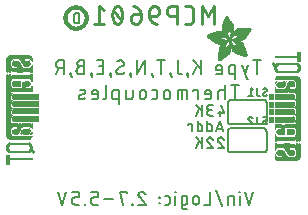
<source format=gbr>
G04 EAGLE Gerber RS-274X export*
G75*
%MOMM*%
%FSLAX34Y34*%
%LPD*%
%INSilkscreen Bottom*%
%IPPOS*%
%AMOC8*
5,1,8,0,0,1.08239X$1,22.5*%
G01*
%ADD10C,0.203200*%
%ADD11C,0.127000*%
%ADD12C,0.279400*%
%ADD13C,0.177800*%
%ADD14C,0.152400*%
%ADD15R,0.050800X0.006300*%
%ADD16R,0.082600X0.006400*%
%ADD17R,0.120600X0.006300*%
%ADD18R,0.139700X0.006400*%
%ADD19R,0.158800X0.006300*%
%ADD20R,0.177800X0.006400*%
%ADD21R,0.196800X0.006300*%
%ADD22R,0.215900X0.006400*%
%ADD23R,0.228600X0.006300*%
%ADD24R,0.241300X0.006400*%
%ADD25R,0.254000X0.006300*%
%ADD26R,0.266700X0.006400*%
%ADD27R,0.279400X0.006300*%
%ADD28R,0.285700X0.006400*%
%ADD29R,0.298400X0.006300*%
%ADD30R,0.311200X0.006400*%
%ADD31R,0.317500X0.006300*%
%ADD32R,0.330200X0.006400*%
%ADD33R,0.336600X0.006300*%
%ADD34R,0.349200X0.006400*%
%ADD35R,0.361900X0.006300*%
%ADD36R,0.368300X0.006400*%
%ADD37R,0.381000X0.006300*%
%ADD38R,0.387300X0.006400*%
%ADD39R,0.393700X0.006300*%
%ADD40R,0.406400X0.006400*%
%ADD41R,0.412700X0.006300*%
%ADD42R,0.419100X0.006400*%
%ADD43R,0.431800X0.006300*%
%ADD44R,0.438100X0.006400*%
%ADD45R,0.450800X0.006300*%
%ADD46R,0.457200X0.006400*%
%ADD47R,0.463500X0.006300*%
%ADD48R,0.476200X0.006400*%
%ADD49R,0.482600X0.006300*%
%ADD50R,0.488900X0.006400*%
%ADD51R,0.501600X0.006300*%
%ADD52R,0.508000X0.006400*%
%ADD53R,0.514300X0.006300*%
%ADD54R,0.527000X0.006400*%
%ADD55R,0.533400X0.006300*%
%ADD56R,0.546100X0.006400*%
%ADD57R,0.552400X0.006300*%
%ADD58R,0.558800X0.006400*%
%ADD59R,0.571500X0.006300*%
%ADD60R,0.577800X0.006400*%
%ADD61R,0.584200X0.006300*%
%ADD62R,0.596900X0.006400*%
%ADD63R,0.603200X0.006300*%
%ADD64R,0.609600X0.006400*%
%ADD65R,0.622300X0.006300*%
%ADD66R,0.628600X0.006400*%
%ADD67R,0.641300X0.006300*%
%ADD68R,0.647700X0.006400*%
%ADD69R,0.063500X0.006300*%
%ADD70R,0.654000X0.006300*%
%ADD71R,0.101600X0.006400*%
%ADD72R,0.666700X0.006400*%
%ADD73R,0.139700X0.006300*%
%ADD74R,0.673100X0.006300*%
%ADD75R,0.165100X0.006400*%
%ADD76R,0.679400X0.006400*%
%ADD77R,0.196900X0.006300*%
%ADD78R,0.692100X0.006300*%
%ADD79R,0.222200X0.006400*%
%ADD80R,0.698500X0.006400*%
%ADD81R,0.247700X0.006300*%
%ADD82R,0.704800X0.006300*%
%ADD83R,0.279400X0.006400*%
%ADD84R,0.717500X0.006400*%
%ADD85R,0.298500X0.006300*%
%ADD86R,0.723900X0.006300*%
%ADD87R,0.736600X0.006400*%
%ADD88R,0.342900X0.006300*%
%ADD89R,0.742900X0.006300*%
%ADD90R,0.374700X0.006400*%
%ADD91R,0.749300X0.006400*%
%ADD92R,0.762000X0.006300*%
%ADD93R,0.412700X0.006400*%
%ADD94R,0.768300X0.006400*%
%ADD95R,0.438100X0.006300*%
%ADD96R,0.774700X0.006300*%
%ADD97R,0.463600X0.006400*%
%ADD98R,0.787400X0.006400*%
%ADD99R,0.793700X0.006300*%
%ADD100R,0.495300X0.006400*%
%ADD101R,0.800100X0.006400*%
%ADD102R,0.520700X0.006300*%
%ADD103R,0.812800X0.006300*%
%ADD104R,0.533400X0.006400*%
%ADD105R,0.819100X0.006400*%
%ADD106R,0.558800X0.006300*%
%ADD107R,0.825500X0.006300*%
%ADD108R,0.577900X0.006400*%
%ADD109R,0.831800X0.006400*%
%ADD110R,0.596900X0.006300*%
%ADD111R,0.844500X0.006300*%
%ADD112R,0.616000X0.006400*%
%ADD113R,0.850900X0.006400*%
%ADD114R,0.635000X0.006300*%
%ADD115R,0.857200X0.006300*%
%ADD116R,0.654100X0.006400*%
%ADD117R,0.863600X0.006400*%
%ADD118R,0.666700X0.006300*%
%ADD119R,0.869900X0.006300*%
%ADD120R,0.685800X0.006400*%
%ADD121R,0.876300X0.006400*%
%ADD122R,0.882600X0.006300*%
%ADD123R,0.723900X0.006400*%
%ADD124R,0.889000X0.006400*%
%ADD125R,0.895300X0.006300*%
%ADD126R,0.755700X0.006400*%
%ADD127R,0.901700X0.006400*%
%ADD128R,0.908000X0.006300*%
%ADD129R,0.793800X0.006400*%
%ADD130R,0.914400X0.006400*%
%ADD131R,0.806400X0.006300*%
%ADD132R,0.920700X0.006300*%
%ADD133R,0.825500X0.006400*%
%ADD134R,0.927100X0.006400*%
%ADD135R,0.933400X0.006300*%
%ADD136R,0.857300X0.006400*%
%ADD137R,0.939800X0.006400*%
%ADD138R,0.870000X0.006300*%
%ADD139R,0.939800X0.006300*%
%ADD140R,0.946100X0.006400*%
%ADD141R,0.952500X0.006300*%
%ADD142R,0.908000X0.006400*%
%ADD143R,0.958800X0.006400*%
%ADD144R,0.965200X0.006300*%
%ADD145R,0.965200X0.006400*%
%ADD146R,0.971500X0.006300*%
%ADD147R,0.952500X0.006400*%
%ADD148R,0.977900X0.006400*%
%ADD149R,0.958800X0.006300*%
%ADD150R,0.984200X0.006300*%
%ADD151R,0.971500X0.006400*%
%ADD152R,0.984200X0.006400*%
%ADD153R,0.990600X0.006300*%
%ADD154R,0.984300X0.006400*%
%ADD155R,0.996900X0.006400*%
%ADD156R,0.997000X0.006300*%
%ADD157R,0.996900X0.006300*%
%ADD158R,1.003300X0.006400*%
%ADD159R,1.016000X0.006300*%
%ADD160R,1.009600X0.006300*%
%ADD161R,1.016000X0.006400*%
%ADD162R,1.009600X0.006400*%
%ADD163R,1.022300X0.006300*%
%ADD164R,1.028700X0.006400*%
%ADD165R,1.035100X0.006300*%
%ADD166R,1.047800X0.006400*%
%ADD167R,1.054100X0.006300*%
%ADD168R,1.028700X0.006300*%
%ADD169R,1.054100X0.006400*%
%ADD170R,1.035000X0.006400*%
%ADD171R,1.060400X0.006300*%
%ADD172R,1.035000X0.006300*%
%ADD173R,1.060500X0.006400*%
%ADD174R,1.041400X0.006400*%
%ADD175R,1.066800X0.006300*%
%ADD176R,1.041400X0.006300*%
%ADD177R,1.079500X0.006400*%
%ADD178R,1.047700X0.006400*%
%ADD179R,1.085900X0.006300*%
%ADD180R,1.047700X0.006300*%
%ADD181R,1.085800X0.006400*%
%ADD182R,1.092200X0.006300*%
%ADD183R,1.085900X0.006400*%
%ADD184R,1.098600X0.006300*%
%ADD185R,1.098600X0.006400*%
%ADD186R,1.060400X0.006400*%
%ADD187R,1.104900X0.006300*%
%ADD188R,1.104900X0.006400*%
%ADD189R,1.066800X0.006400*%
%ADD190R,1.111200X0.006300*%
%ADD191R,1.117600X0.006400*%
%ADD192R,1.117600X0.006300*%
%ADD193R,1.073100X0.006300*%
%ADD194R,1.073100X0.006400*%
%ADD195R,1.124000X0.006300*%
%ADD196R,1.079500X0.006300*%
%ADD197R,1.123900X0.006400*%
%ADD198R,1.130300X0.006300*%
%ADD199R,1.130300X0.006400*%
%ADD200R,1.136700X0.006400*%
%ADD201R,1.136700X0.006300*%
%ADD202R,1.085800X0.006300*%
%ADD203R,1.136600X0.006400*%
%ADD204R,1.136600X0.006300*%
%ADD205R,1.143000X0.006400*%
%ADD206R,1.143000X0.006300*%
%ADD207R,1.149400X0.006300*%
%ADD208R,1.149300X0.006300*%
%ADD209R,1.149300X0.006400*%
%ADD210R,1.149400X0.006400*%
%ADD211R,1.155700X0.006400*%
%ADD212R,1.155700X0.006300*%
%ADD213R,1.060500X0.006300*%
%ADD214R,2.197100X0.006400*%
%ADD215R,2.197100X0.006300*%
%ADD216R,2.184400X0.006300*%
%ADD217R,2.184400X0.006400*%
%ADD218R,2.171700X0.006400*%
%ADD219R,2.171700X0.006300*%
%ADD220R,1.530300X0.006400*%
%ADD221R,1.505000X0.006300*%
%ADD222R,1.492300X0.006400*%
%ADD223R,1.485900X0.006300*%
%ADD224R,0.565200X0.006300*%
%ADD225R,1.473200X0.006400*%
%ADD226R,0.565200X0.006400*%
%ADD227R,1.460500X0.006300*%
%ADD228R,1.454100X0.006400*%
%ADD229R,0.552400X0.006400*%
%ADD230R,1.441500X0.006300*%
%ADD231R,0.546100X0.006300*%
%ADD232R,1.435100X0.006400*%
%ADD233R,0.539800X0.006400*%
%ADD234R,1.428800X0.006300*%
%ADD235R,1.422400X0.006400*%
%ADD236R,1.409700X0.006300*%
%ADD237R,0.527100X0.006300*%
%ADD238R,1.403300X0.006400*%
%ADD239R,0.527100X0.006400*%
%ADD240R,1.390700X0.006300*%
%ADD241R,1.384300X0.006400*%
%ADD242R,0.520700X0.006400*%
%ADD243R,1.384300X0.006300*%
%ADD244R,0.514400X0.006300*%
%ADD245R,1.371600X0.006400*%
%ADD246R,1.365200X0.006300*%
%ADD247R,0.508000X0.006300*%
%ADD248R,1.352600X0.006400*%
%ADD249R,0.501700X0.006400*%
%ADD250R,0.711200X0.006300*%
%ADD251R,0.603300X0.006300*%
%ADD252R,0.501700X0.006300*%
%ADD253R,0.692100X0.006400*%
%ADD254R,0.571500X0.006400*%
%ADD255R,0.679400X0.006300*%
%ADD256R,0.495300X0.006300*%
%ADD257R,0.673100X0.006400*%
%ADD258R,0.666800X0.006300*%
%ADD259R,0.488900X0.006300*%
%ADD260R,0.660400X0.006400*%
%ADD261R,0.482600X0.006400*%
%ADD262R,0.476200X0.006300*%
%ADD263R,0.654000X0.006400*%
%ADD264R,0.469900X0.006400*%
%ADD265R,0.476300X0.006400*%
%ADD266R,0.647700X0.006300*%
%ADD267R,0.457200X0.006300*%
%ADD268R,0.469900X0.006300*%
%ADD269R,0.641300X0.006400*%
%ADD270R,0.444500X0.006400*%
%ADD271R,0.463600X0.006300*%
%ADD272R,0.635000X0.006400*%
%ADD273R,0.463500X0.006400*%
%ADD274R,0.393700X0.006400*%
%ADD275R,0.450800X0.006400*%
%ADD276R,0.628600X0.006300*%
%ADD277R,0.387400X0.006300*%
%ADD278R,0.450900X0.006300*%
%ADD279R,0.628700X0.006400*%
%ADD280R,0.374600X0.006400*%
%ADD281R,0.368300X0.006300*%
%ADD282R,0.438200X0.006300*%
%ADD283R,0.622300X0.006400*%
%ADD284R,0.355600X0.006400*%
%ADD285R,0.431800X0.006400*%
%ADD286R,0.349300X0.006300*%
%ADD287R,0.425400X0.006300*%
%ADD288R,0.615900X0.006300*%
%ADD289R,0.330200X0.006300*%
%ADD290R,0.419100X0.006300*%
%ADD291R,0.616000X0.006300*%
%ADD292R,0.311200X0.006300*%
%ADD293R,0.406400X0.006300*%
%ADD294R,0.615900X0.006400*%
%ADD295R,0.304800X0.006400*%
%ADD296R,0.158800X0.006400*%
%ADD297R,0.609600X0.006300*%
%ADD298R,0.292100X0.006300*%
%ADD299R,0.235000X0.006300*%
%ADD300R,0.387400X0.006400*%
%ADD301R,0.292100X0.006400*%
%ADD302R,0.336500X0.006300*%
%ADD303R,0.260400X0.006300*%
%ADD304R,0.603300X0.006400*%
%ADD305R,0.260400X0.006400*%
%ADD306R,0.362000X0.006400*%
%ADD307R,0.450900X0.006400*%
%ADD308R,0.355600X0.006300*%
%ADD309R,0.342900X0.006400*%
%ADD310R,0.514300X0.006400*%
%ADD311R,0.234900X0.006300*%
%ADD312R,0.539700X0.006300*%
%ADD313R,0.603200X0.006400*%
%ADD314R,0.234900X0.006400*%
%ADD315R,0.920700X0.006400*%
%ADD316R,0.958900X0.006400*%
%ADD317R,0.215900X0.006300*%
%ADD318R,0.209600X0.006400*%
%ADD319R,0.203200X0.006300*%
%ADD320R,1.003300X0.006300*%
%ADD321R,0.203200X0.006400*%
%ADD322R,0.196900X0.006400*%
%ADD323R,0.190500X0.006300*%
%ADD324R,0.190500X0.006400*%
%ADD325R,0.184200X0.006300*%
%ADD326R,0.590500X0.006400*%
%ADD327R,0.184200X0.006400*%
%ADD328R,0.590500X0.006300*%
%ADD329R,0.177800X0.006300*%
%ADD330R,0.584200X0.006400*%
%ADD331R,1.168400X0.006400*%
%ADD332R,0.171500X0.006300*%
%ADD333R,1.187500X0.006300*%
%ADD334R,1.200100X0.006400*%
%ADD335R,0.577800X0.006300*%
%ADD336R,1.212900X0.006300*%
%ADD337R,1.231900X0.006400*%
%ADD338R,1.250900X0.006300*%
%ADD339R,0.565100X0.006400*%
%ADD340R,0.184100X0.006400*%
%ADD341R,1.263700X0.006400*%
%ADD342R,0.565100X0.006300*%
%ADD343R,1.289100X0.006300*%
%ADD344R,1.314400X0.006400*%
%ADD345R,0.552500X0.006300*%
%ADD346R,1.568500X0.006300*%
%ADD347R,0.552500X0.006400*%
%ADD348R,1.581200X0.006400*%
%ADD349R,1.593800X0.006300*%
%ADD350R,1.606500X0.006400*%
%ADD351R,1.619300X0.006300*%
%ADD352R,0.514400X0.006400*%
%ADD353R,1.638300X0.006400*%
%ADD354R,1.657300X0.006300*%
%ADD355R,2.209800X0.006400*%
%ADD356R,2.425700X0.006300*%
%ADD357R,2.470100X0.006400*%
%ADD358R,2.501900X0.006300*%
%ADD359R,2.533700X0.006400*%
%ADD360R,2.559000X0.006300*%
%ADD361R,2.584500X0.006400*%
%ADD362R,2.609900X0.006300*%
%ADD363R,2.628900X0.006400*%
%ADD364R,2.660600X0.006300*%
%ADD365R,2.673400X0.006400*%
%ADD366R,1.422400X0.006300*%
%ADD367R,1.200200X0.006300*%
%ADD368R,1.365300X0.006300*%
%ADD369R,1.365300X0.006400*%
%ADD370R,1.352500X0.006300*%
%ADD371R,1.098500X0.006300*%
%ADD372R,1.358900X0.006400*%
%ADD373R,1.352600X0.006300*%
%ADD374R,1.358900X0.006300*%
%ADD375R,1.371600X0.006300*%
%ADD376R,1.377900X0.006400*%
%ADD377R,1.397000X0.006400*%
%ADD378R,1.403300X0.006300*%
%ADD379R,0.914400X0.006300*%
%ADD380R,0.876300X0.006300*%
%ADD381R,0.374600X0.006300*%
%ADD382R,1.073200X0.006400*%
%ADD383R,0.374700X0.006300*%
%ADD384R,0.844600X0.006400*%
%ADD385R,0.844600X0.006300*%
%ADD386R,0.831900X0.006400*%
%ADD387R,1.092200X0.006400*%
%ADD388R,0.400000X0.006300*%
%ADD389R,0.819200X0.006400*%
%ADD390R,1.111300X0.006400*%
%ADD391R,0.812800X0.006400*%
%ADD392R,0.800100X0.006300*%
%ADD393R,0.476300X0.006300*%
%ADD394R,1.181100X0.006300*%
%ADD395R,0.501600X0.006400*%
%ADD396R,1.193800X0.006400*%
%ADD397R,0.781000X0.006400*%
%ADD398R,1.238200X0.006400*%
%ADD399R,0.781100X0.006300*%
%ADD400R,1.257300X0.006300*%
%ADD401R,1.295400X0.006400*%
%ADD402R,1.333500X0.006300*%
%ADD403R,0.774700X0.006400*%
%ADD404R,1.866900X0.006400*%
%ADD405R,0.209600X0.006300*%
%ADD406R,1.866900X0.006300*%
%ADD407R,0.768400X0.006400*%
%ADD408R,0.209500X0.006400*%
%ADD409R,1.860600X0.006400*%
%ADD410R,0.762000X0.006400*%
%ADD411R,0.768400X0.006300*%
%ADD412R,1.860600X0.006300*%
%ADD413R,1.860500X0.006400*%
%ADD414R,0.222300X0.006300*%
%ADD415R,1.854200X0.006300*%
%ADD416R,0.235000X0.006400*%
%ADD417R,1.854200X0.006400*%
%ADD418R,0.768300X0.006300*%
%ADD419R,0.260300X0.006400*%
%ADD420R,1.847800X0.006400*%
%ADD421R,0.266700X0.006300*%
%ADD422R,1.847800X0.006300*%
%ADD423R,0.273100X0.006400*%
%ADD424R,1.841500X0.006400*%
%ADD425R,0.285800X0.006300*%
%ADD426R,1.841500X0.006300*%
%ADD427R,0.298500X0.006400*%
%ADD428R,1.835100X0.006400*%
%ADD429R,0.781000X0.006300*%
%ADD430R,0.304800X0.006300*%
%ADD431R,1.835100X0.006300*%
%ADD432R,0.317500X0.006400*%
%ADD433R,1.828800X0.006400*%
%ADD434R,0.787400X0.006300*%
%ADD435R,0.323800X0.006300*%
%ADD436R,1.828800X0.006300*%
%ADD437R,0.793700X0.006400*%
%ADD438R,1.822400X0.006400*%
%ADD439R,0.806500X0.006300*%
%ADD440R,1.822400X0.006300*%
%ADD441R,1.816100X0.006400*%
%ADD442R,0.819100X0.006300*%
%ADD443R,0.387300X0.006300*%
%ADD444R,1.816100X0.006300*%
%ADD445R,1.809800X0.006400*%
%ADD446R,1.803400X0.006300*%
%ADD447R,1.797000X0.006400*%
%ADD448R,0.901700X0.006300*%
%ADD449R,1.797000X0.006300*%
%ADD450R,1.441400X0.006400*%
%ADD451R,1.790700X0.006400*%
%ADD452R,1.447800X0.006300*%
%ADD453R,1.784300X0.006300*%
%ADD454R,1.447800X0.006400*%
%ADD455R,1.784300X0.006400*%
%ADD456R,1.454100X0.006300*%
%ADD457R,1.771700X0.006300*%
%ADD458R,1.460500X0.006400*%
%ADD459R,1.759000X0.006400*%
%ADD460R,1.466800X0.006300*%
%ADD461R,1.752600X0.006300*%
%ADD462R,1.466800X0.006400*%
%ADD463R,1.739900X0.006400*%
%ADD464R,1.473200X0.006300*%
%ADD465R,1.727200X0.006300*%
%ADD466R,1.479500X0.006400*%
%ADD467R,1.714500X0.006400*%
%ADD468R,1.695400X0.006300*%
%ADD469R,1.485900X0.006400*%
%ADD470R,1.682700X0.006400*%
%ADD471R,1.492200X0.006300*%
%ADD472R,1.663700X0.006300*%
%ADD473R,1.498600X0.006400*%
%ADD474R,1.644600X0.006400*%
%ADD475R,1.498600X0.006300*%
%ADD476R,1.619200X0.006300*%
%ADD477R,1.511300X0.006400*%
%ADD478R,1.600200X0.006400*%
%ADD479R,1.517700X0.006300*%
%ADD480R,1.574800X0.006300*%
%ADD481R,1.524000X0.006400*%
%ADD482R,1.555800X0.006400*%
%ADD483R,1.524000X0.006300*%
%ADD484R,1.536700X0.006300*%
%ADD485R,1.530400X0.006400*%
%ADD486R,1.517700X0.006400*%
%ADD487R,1.492300X0.006300*%
%ADD488R,1.549400X0.006400*%
%ADD489R,1.479600X0.006400*%
%ADD490R,1.549400X0.006300*%
%ADD491R,1.555700X0.006400*%
%ADD492R,1.562100X0.006300*%
%ADD493R,0.323900X0.006300*%
%ADD494R,1.568400X0.006400*%
%ADD495R,0.336600X0.006400*%
%ADD496R,1.587500X0.006300*%
%ADD497R,0.971600X0.006300*%
%ADD498R,0.349300X0.006400*%
%ADD499R,1.600200X0.006300*%
%ADD500R,0.920800X0.006300*%
%ADD501R,0.882700X0.006400*%
%ADD502R,1.612900X0.006300*%
%ADD503R,0.362000X0.006300*%
%ADD504R,1.625600X0.006400*%
%ADD505R,1.625600X0.006300*%
%ADD506R,1.644600X0.006300*%
%ADD507R,0.736600X0.006300*%
%ADD508R,0.717600X0.006400*%
%ADD509R,1.657400X0.006300*%
%ADD510R,0.679500X0.006300*%
%ADD511R,1.663700X0.006400*%
%ADD512R,0.400000X0.006400*%
%ADD513R,1.676400X0.006300*%
%ADD514R,1.676400X0.006400*%
%ADD515R,0.425500X0.006400*%
%ADD516R,1.352500X0.006400*%
%ADD517R,0.444500X0.006300*%
%ADD518R,0.361900X0.006400*%
%ADD519R,0.088900X0.006300*%
%ADD520R,1.009700X0.006300*%
%ADD521R,1.009700X0.006400*%
%ADD522R,1.022300X0.006400*%
%ADD523R,1.346200X0.006400*%
%ADD524R,1.346200X0.006300*%
%ADD525R,1.339900X0.006400*%
%ADD526R,1.035100X0.006400*%
%ADD527R,1.339800X0.006300*%
%ADD528R,1.333500X0.006400*%
%ADD529R,1.327200X0.006400*%
%ADD530R,1.320800X0.006300*%
%ADD531R,1.314500X0.006400*%
%ADD532R,1.314400X0.006300*%
%ADD533R,1.301700X0.006400*%
%ADD534R,1.295400X0.006300*%
%ADD535R,1.289000X0.006400*%
%ADD536R,1.276300X0.006300*%
%ADD537R,1.251000X0.006300*%
%ADD538R,1.244600X0.006400*%
%ADD539R,1.231900X0.006300*%
%ADD540R,1.212800X0.006400*%
%ADD541R,1.200100X0.006300*%
%ADD542R,1.187400X0.006400*%
%ADD543R,1.168400X0.006300*%
%ADD544R,1.047800X0.006300*%
%ADD545R,0.977900X0.006300*%
%ADD546R,0.946200X0.006400*%
%ADD547R,0.933400X0.006400*%
%ADD548R,0.895300X0.006400*%
%ADD549R,0.882700X0.006300*%
%ADD550R,0.863600X0.006300*%
%ADD551R,0.857200X0.006400*%
%ADD552R,0.850900X0.006300*%
%ADD553R,0.838200X0.006300*%
%ADD554R,0.806500X0.006400*%
%ADD555R,0.717600X0.006300*%
%ADD556R,0.711200X0.006400*%
%ADD557R,0.641400X0.006400*%
%ADD558R,0.641400X0.006300*%
%ADD559R,0.628700X0.006300*%
%ADD560R,0.590600X0.006300*%
%ADD561R,0.539700X0.006400*%
%ADD562R,0.285700X0.006300*%
%ADD563R,0.222200X0.006300*%
%ADD564R,0.171400X0.006300*%
%ADD565R,0.152400X0.006400*%
%ADD566R,0.133400X0.006300*%
%ADD567C,0.304800*%
%ADD568R,0.022863X0.462278*%
%ADD569R,0.022863X0.462281*%
%ADD570R,0.022863X0.436881*%
%ADD571R,0.023113X0.462278*%
%ADD572R,0.023113X0.462281*%
%ADD573R,0.023113X0.436881*%
%ADD574R,0.023116X0.462278*%
%ADD575R,0.023116X0.462281*%
%ADD576R,0.023116X0.436881*%
%ADD577R,0.023113X0.022863*%
%ADD578R,0.023116X0.091441*%
%ADD579R,0.023113X0.139700*%
%ADD580R,0.023116X0.185419*%
%ADD581R,0.023113X0.254000*%
%ADD582R,0.023113X0.299719*%
%ADD583R,0.023116X0.345438*%
%ADD584R,0.023113X0.391159*%
%ADD585R,0.023116X0.393700*%
%ADD586R,0.022863X0.325119*%
%ADD587R,0.022863X0.599438*%
%ADD588R,0.022863X0.622300*%
%ADD589R,0.022863X0.530859*%
%ADD590R,0.022863X0.439422*%
%ADD591R,0.022863X0.231138*%
%ADD592R,0.022863X0.071119*%
%ADD593R,0.022863X0.533400*%
%ADD594R,0.022863X0.208281*%
%ADD595R,0.023113X0.345441*%
%ADD596R,0.023113X0.576578*%
%ADD597R,0.023113X0.599438*%
%ADD598R,0.023113X0.508000*%
%ADD599R,0.023113X0.416563*%
%ADD600R,0.023113X0.208278*%
%ADD601R,0.023113X0.553722*%
%ADD602R,0.023113X0.208281*%
%ADD603R,0.023116X0.345441*%
%ADD604R,0.023116X0.530859*%
%ADD605R,0.023116X0.370841*%
%ADD606R,0.023116X0.162559*%
%ADD607R,0.023116X0.576581*%
%ADD608R,0.023116X0.208281*%
%ADD609R,0.023113X0.322578*%
%ADD610R,0.023113X0.485137*%
%ADD611R,0.023113X0.416559*%
%ADD612R,0.023113X0.347981*%
%ADD613R,0.023113X0.116838*%
%ADD614R,0.023113X0.647700*%
%ADD615R,0.023116X0.322581*%
%ADD616R,0.023116X0.485137*%
%ADD617R,0.023116X0.093978*%
%ADD618R,0.023116X0.231141*%
%ADD619R,0.023116X0.693419*%
%ADD620R,0.023113X0.322581*%
%ADD621R,0.023113X0.439419*%
%ADD622R,0.023113X0.370841*%
%ADD623R,0.023113X0.299722*%
%ADD624R,0.023113X0.045719*%
%ADD625R,0.023113X0.739138*%
%ADD626R,0.023113X0.414019*%
%ADD627R,0.023113X0.347978*%
%ADD628R,0.023113X0.762000*%
%ADD629R,0.023116X0.414019*%
%ADD630R,0.023116X0.182881*%
%ADD631R,0.023116X0.347978*%
%ADD632R,0.023116X0.276863*%
%ADD633R,0.023116X0.116841*%
%ADD634R,0.023116X0.276859*%
%ADD635R,0.023116X0.784863*%
%ADD636R,0.023113X0.325119*%
%ADD637R,0.023113X0.276863*%
%ADD638R,0.023113X0.276859*%
%ADD639R,0.023116X0.325119*%
%ADD640R,0.023116X0.391159*%
%ADD641R,0.023116X0.302259*%
%ADD642R,0.023116X0.254000*%
%ADD643R,0.023113X0.302259*%
%ADD644R,0.023113X0.393700*%
%ADD645R,0.023113X0.231141*%
%ADD646R,0.022863X0.302259*%
%ADD647R,0.022863X0.439419*%
%ADD648R,0.022863X0.368300*%
%ADD649R,0.022863X0.391159*%
%ADD650R,0.022863X0.416559*%
%ADD651R,0.022863X0.276863*%
%ADD652R,0.022863X0.205741*%
%ADD653R,0.023113X0.368300*%
%ADD654R,0.023113X0.205741*%
%ADD655R,0.023116X0.368300*%
%ADD656R,0.023116X0.205741*%
%ADD657R,0.023113X0.182881*%
%ADD658R,0.022863X0.276859*%
%ADD659R,0.022863X0.182881*%
%ADD660R,0.023113X0.924559*%
%ADD661R,0.023116X0.924559*%
%ADD662R,0.023113X0.901700*%
%ADD663R,0.023116X0.901700*%
%ADD664R,0.023113X0.878841*%
%ADD665R,0.023116X0.855981*%
%ADD666R,0.023113X0.833119*%
%ADD667R,0.022863X0.787400*%
%ADD668R,0.022863X0.414019*%
%ADD669R,0.022863X0.924559*%
%ADD670R,0.023113X0.739141*%
%ADD671R,0.023116X0.716281*%
%ADD672R,0.023116X0.299722*%
%ADD673R,0.023113X0.670559*%
%ADD674R,0.023116X0.647700*%
%ADD675R,0.023116X0.508000*%
%ADD676R,0.023116X0.299719*%
%ADD677R,0.023113X0.601981*%
%ADD678R,0.023113X0.530859*%
%ADD679R,0.023113X0.231138*%
%ADD680R,0.023113X0.556259*%
%ADD681R,0.023113X0.185419*%
%ADD682R,0.023116X0.533400*%
%ADD683R,0.023116X0.599438*%
%ADD684R,0.023116X0.416563*%
%ADD685R,0.023116X0.116838*%
%ADD686R,0.023113X0.485141*%
%ADD687R,0.023113X0.645159*%
%ADD688R,0.023113X0.716278*%
%ADD689R,0.022863X0.393700*%
%ADD690R,0.022863X0.762000*%
%ADD691R,0.022863X0.624841*%
%ADD692R,0.023113X0.784859*%
%ADD693R,0.023113X0.693422*%
%ADD694R,0.023116X0.830578*%
%ADD695R,0.023116X0.739141*%
%ADD696R,0.023113X0.876300*%
%ADD697R,0.023113X0.807722*%
%ADD698R,0.023116X0.899159*%
%ADD699R,0.023116X0.878841*%
%ADD700R,0.023113X0.922019*%
%ADD701R,0.023113X0.947419*%
%ADD702R,0.023116X0.970278*%
%ADD703R,0.023113X0.970278*%
%ADD704R,0.023116X0.439419*%
%ADD705R,0.022863X0.299722*%
%ADD706R,0.023116X0.416559*%
%ADD707R,0.023116X0.347981*%
%ADD708R,0.023113X0.137159*%
%ADD709R,0.023113X0.093978*%
%ADD710R,0.023113X0.091441*%
%ADD711R,0.023113X0.093981*%
%ADD712R,0.023113X0.114300*%
%ADD713R,0.023116X0.045719*%
%ADD714R,0.023116X0.045722*%
%ADD715R,0.023113X0.071119*%
%ADD716R,0.023113X0.116841*%
%ADD717R,0.023116X0.139700*%
%ADD718R,0.022863X0.322581*%
%ADD719R,0.022863X0.345441*%
%ADD720R,0.022863X0.162559*%
%ADD721R,0.022863X0.576581*%
%ADD722R,0.023113X0.668019*%
%ADD723R,0.023113X0.533400*%
%ADD724R,0.023116X1.455419*%
%ADD725R,0.023116X5.519419*%
%ADD726R,0.023113X1.455419*%
%ADD727R,0.023113X5.519419*%
%ADD728R,0.023116X5.494019*%
%ADD729R,0.023113X1.430019*%
%ADD730R,0.023113X5.494019*%
%ADD731R,0.023116X1.430019*%
%ADD732R,0.023116X5.471159*%
%ADD733R,0.023116X0.762000*%
%ADD734R,0.023113X1.407159*%
%ADD735R,0.023113X5.471159*%
%ADD736R,0.022863X1.384300*%
%ADD737R,0.022863X5.448300*%
%ADD738R,0.022863X0.716278*%
%ADD739R,0.022863X0.878841*%
%ADD740R,0.023113X1.361438*%
%ADD741R,0.023113X5.425438*%
%ADD742R,0.023116X1.338578*%
%ADD743R,0.023116X5.402578*%
%ADD744R,0.023116X0.624841*%
%ADD745R,0.023113X1.292859*%
%ADD746R,0.023113X5.356859*%
%ADD747R,0.023116X1.224278*%
%ADD748R,0.023116X5.288278*%


D10*
X213207Y113729D02*
X213207Y125667D01*
X216523Y125667D02*
X209891Y125667D01*
X205383Y109749D02*
X204056Y109749D01*
X200077Y121687D01*
X205383Y121687D02*
X202730Y113729D01*
X194395Y109749D02*
X194395Y121687D01*
X191079Y121687D01*
X190992Y121685D01*
X190906Y121679D01*
X190819Y121670D01*
X190733Y121657D01*
X190648Y121640D01*
X190564Y121619D01*
X190481Y121595D01*
X190398Y121567D01*
X190317Y121536D01*
X190238Y121501D01*
X190160Y121462D01*
X190084Y121420D01*
X190010Y121375D01*
X189938Y121327D01*
X189868Y121276D01*
X189800Y121221D01*
X189735Y121164D01*
X189672Y121104D01*
X189612Y121041D01*
X189555Y120976D01*
X189500Y120908D01*
X189449Y120838D01*
X189401Y120766D01*
X189356Y120692D01*
X189314Y120616D01*
X189275Y120538D01*
X189240Y120459D01*
X189209Y120378D01*
X189181Y120295D01*
X189157Y120212D01*
X189136Y120128D01*
X189119Y120043D01*
X189106Y119957D01*
X189097Y119870D01*
X189091Y119784D01*
X189089Y119697D01*
X189089Y119698D02*
X189089Y115718D01*
X189091Y115631D01*
X189097Y115545D01*
X189106Y115458D01*
X189119Y115372D01*
X189136Y115287D01*
X189157Y115203D01*
X189181Y115120D01*
X189209Y115037D01*
X189240Y114956D01*
X189275Y114877D01*
X189314Y114799D01*
X189356Y114723D01*
X189401Y114649D01*
X189449Y114577D01*
X189500Y114507D01*
X189555Y114439D01*
X189612Y114374D01*
X189672Y114311D01*
X189735Y114251D01*
X189800Y114194D01*
X189868Y114139D01*
X189938Y114088D01*
X190010Y114040D01*
X190084Y113995D01*
X190160Y113953D01*
X190238Y113914D01*
X190317Y113879D01*
X190398Y113848D01*
X190481Y113820D01*
X190564Y113796D01*
X190648Y113775D01*
X190733Y113758D01*
X190819Y113745D01*
X190906Y113736D01*
X190992Y113730D01*
X191079Y113728D01*
X191079Y113729D02*
X194395Y113729D01*
X181600Y113729D02*
X178284Y113729D01*
X181600Y113728D02*
X181687Y113730D01*
X181773Y113736D01*
X181860Y113745D01*
X181946Y113758D01*
X182031Y113775D01*
X182115Y113796D01*
X182198Y113820D01*
X182281Y113848D01*
X182362Y113879D01*
X182441Y113914D01*
X182519Y113953D01*
X182595Y113995D01*
X182669Y114040D01*
X182741Y114088D01*
X182811Y114139D01*
X182879Y114194D01*
X182944Y114251D01*
X183007Y114311D01*
X183067Y114374D01*
X183124Y114439D01*
X183179Y114507D01*
X183230Y114577D01*
X183278Y114649D01*
X183323Y114723D01*
X183365Y114799D01*
X183404Y114877D01*
X183439Y114956D01*
X183470Y115037D01*
X183498Y115120D01*
X183522Y115203D01*
X183543Y115287D01*
X183560Y115372D01*
X183573Y115458D01*
X183582Y115545D01*
X183588Y115631D01*
X183590Y115718D01*
X183589Y115718D02*
X183589Y119034D01*
X183590Y119034D02*
X183588Y119136D01*
X183582Y119237D01*
X183572Y119338D01*
X183559Y119439D01*
X183541Y119539D01*
X183520Y119638D01*
X183495Y119737D01*
X183466Y119834D01*
X183434Y119931D01*
X183398Y120026D01*
X183358Y120119D01*
X183315Y120211D01*
X183268Y120301D01*
X183217Y120390D01*
X183164Y120476D01*
X183107Y120560D01*
X183047Y120642D01*
X182984Y120722D01*
X182918Y120799D01*
X182849Y120874D01*
X182777Y120946D01*
X182702Y121015D01*
X182625Y121081D01*
X182545Y121144D01*
X182463Y121204D01*
X182379Y121261D01*
X182293Y121314D01*
X182204Y121365D01*
X182114Y121412D01*
X182022Y121455D01*
X181929Y121495D01*
X181834Y121531D01*
X181737Y121563D01*
X181640Y121592D01*
X181541Y121617D01*
X181442Y121638D01*
X181342Y121656D01*
X181241Y121669D01*
X181140Y121679D01*
X181039Y121685D01*
X180937Y121687D01*
X180835Y121685D01*
X180734Y121679D01*
X180633Y121669D01*
X180532Y121656D01*
X180432Y121638D01*
X180333Y121617D01*
X180234Y121592D01*
X180137Y121563D01*
X180040Y121531D01*
X179945Y121495D01*
X179852Y121455D01*
X179760Y121412D01*
X179670Y121365D01*
X179581Y121314D01*
X179495Y121261D01*
X179411Y121204D01*
X179329Y121144D01*
X179249Y121081D01*
X179172Y121015D01*
X179097Y120946D01*
X179025Y120874D01*
X178956Y120799D01*
X178890Y120722D01*
X178827Y120642D01*
X178767Y120560D01*
X178710Y120476D01*
X178657Y120390D01*
X178606Y120301D01*
X178559Y120211D01*
X178516Y120119D01*
X178476Y120026D01*
X178440Y119931D01*
X178408Y119834D01*
X178379Y119737D01*
X178354Y119638D01*
X178333Y119539D01*
X178315Y119439D01*
X178302Y119338D01*
X178292Y119237D01*
X178286Y119136D01*
X178284Y119034D01*
X178284Y117708D01*
X183589Y117708D01*
X165131Y113729D02*
X165131Y125667D01*
X158499Y125667D02*
X165131Y118371D01*
X162478Y121024D02*
X158499Y113729D01*
X154094Y113729D02*
X153430Y113729D01*
X154094Y113729D02*
X154094Y114392D01*
X153430Y114392D01*
X153430Y113729D01*
X154425Y111076D01*
X145697Y116381D02*
X145697Y125667D01*
X145697Y116381D02*
X145699Y116279D01*
X145705Y116178D01*
X145715Y116077D01*
X145728Y115976D01*
X145746Y115876D01*
X145767Y115777D01*
X145792Y115678D01*
X145821Y115581D01*
X145853Y115484D01*
X145889Y115389D01*
X145929Y115296D01*
X145972Y115204D01*
X146019Y115114D01*
X146070Y115025D01*
X146123Y114939D01*
X146180Y114855D01*
X146240Y114773D01*
X146303Y114693D01*
X146369Y114616D01*
X146438Y114541D01*
X146510Y114469D01*
X146585Y114400D01*
X146662Y114334D01*
X146742Y114271D01*
X146824Y114211D01*
X146908Y114154D01*
X146994Y114101D01*
X147083Y114050D01*
X147173Y114003D01*
X147265Y113960D01*
X147358Y113920D01*
X147453Y113884D01*
X147550Y113852D01*
X147647Y113823D01*
X147746Y113798D01*
X147845Y113777D01*
X147945Y113759D01*
X148046Y113746D01*
X148147Y113736D01*
X148248Y113730D01*
X148350Y113728D01*
X148350Y113729D02*
X149676Y113729D01*
X140263Y113729D02*
X139600Y113729D01*
X140263Y113729D02*
X140263Y114392D01*
X139600Y114392D01*
X139600Y113729D01*
X140595Y111076D01*
X131902Y113729D02*
X131902Y125667D01*
X135218Y125667D02*
X128586Y125667D01*
X124338Y113729D02*
X123674Y113729D01*
X124338Y113729D02*
X124338Y114392D01*
X123674Y114392D01*
X123674Y113729D01*
X124669Y111076D01*
X118035Y113729D02*
X118035Y125667D01*
X111403Y113729D01*
X111403Y125667D01*
X105897Y113729D02*
X105234Y113729D01*
X105897Y113729D02*
X105897Y114392D01*
X105234Y114392D01*
X105234Y113729D01*
X106229Y111076D01*
X96454Y113728D02*
X96352Y113730D01*
X96251Y113736D01*
X96150Y113746D01*
X96049Y113759D01*
X95949Y113777D01*
X95850Y113798D01*
X95751Y113823D01*
X95654Y113852D01*
X95557Y113884D01*
X95462Y113920D01*
X95369Y113960D01*
X95277Y114003D01*
X95187Y114050D01*
X95098Y114101D01*
X95012Y114154D01*
X94928Y114211D01*
X94846Y114271D01*
X94766Y114334D01*
X94689Y114400D01*
X94614Y114469D01*
X94542Y114541D01*
X94473Y114616D01*
X94407Y114693D01*
X94344Y114773D01*
X94284Y114855D01*
X94227Y114939D01*
X94174Y115025D01*
X94123Y115114D01*
X94076Y115204D01*
X94033Y115296D01*
X93993Y115389D01*
X93957Y115484D01*
X93925Y115581D01*
X93896Y115678D01*
X93871Y115777D01*
X93850Y115876D01*
X93832Y115976D01*
X93819Y116077D01*
X93809Y116178D01*
X93803Y116279D01*
X93801Y116381D01*
X96454Y113729D02*
X96602Y113731D01*
X96749Y113737D01*
X96896Y113746D01*
X97043Y113760D01*
X97189Y113777D01*
X97335Y113799D01*
X97481Y113824D01*
X97625Y113853D01*
X97769Y113885D01*
X97912Y113922D01*
X98054Y113962D01*
X98195Y114006D01*
X98334Y114054D01*
X98472Y114105D01*
X98609Y114160D01*
X98745Y114219D01*
X98879Y114281D01*
X99011Y114346D01*
X99141Y114415D01*
X99269Y114488D01*
X99396Y114563D01*
X99521Y114642D01*
X99643Y114725D01*
X99763Y114810D01*
X99881Y114899D01*
X99996Y114991D01*
X100109Y115085D01*
X100220Y115183D01*
X100328Y115284D01*
X100433Y115387D01*
X100102Y123014D02*
X100100Y123116D01*
X100094Y123217D01*
X100084Y123318D01*
X100071Y123419D01*
X100053Y123519D01*
X100032Y123618D01*
X100007Y123717D01*
X99978Y123814D01*
X99946Y123911D01*
X99910Y124006D01*
X99870Y124099D01*
X99827Y124191D01*
X99780Y124281D01*
X99729Y124370D01*
X99676Y124456D01*
X99619Y124540D01*
X99559Y124622D01*
X99496Y124702D01*
X99430Y124779D01*
X99361Y124854D01*
X99289Y124926D01*
X99214Y124995D01*
X99137Y125061D01*
X99057Y125124D01*
X98975Y125184D01*
X98891Y125241D01*
X98805Y125294D01*
X98716Y125345D01*
X98626Y125392D01*
X98534Y125435D01*
X98441Y125475D01*
X98346Y125511D01*
X98249Y125543D01*
X98152Y125572D01*
X98053Y125597D01*
X97954Y125618D01*
X97854Y125636D01*
X97753Y125649D01*
X97652Y125659D01*
X97551Y125665D01*
X97449Y125667D01*
X97449Y125666D02*
X97310Y125664D01*
X97171Y125658D01*
X97032Y125648D01*
X96894Y125635D01*
X96755Y125617D01*
X96618Y125596D01*
X96481Y125571D01*
X96345Y125542D01*
X96210Y125509D01*
X96075Y125473D01*
X95942Y125432D01*
X95810Y125388D01*
X95679Y125341D01*
X95550Y125289D01*
X95422Y125234D01*
X95296Y125176D01*
X95171Y125114D01*
X95049Y125048D01*
X94928Y124980D01*
X94809Y124907D01*
X94692Y124832D01*
X94577Y124753D01*
X94465Y124671D01*
X98775Y120693D02*
X98860Y120745D01*
X98943Y120801D01*
X99024Y120859D01*
X99103Y120921D01*
X99179Y120985D01*
X99253Y121052D01*
X99325Y121122D01*
X99393Y121194D01*
X99460Y121269D01*
X99523Y121346D01*
X99583Y121426D01*
X99641Y121508D01*
X99695Y121592D01*
X99746Y121677D01*
X99794Y121765D01*
X99839Y121854D01*
X99880Y121945D01*
X99918Y122038D01*
X99952Y122132D01*
X99983Y122226D01*
X100011Y122323D01*
X100035Y122420D01*
X100055Y122517D01*
X100071Y122616D01*
X100084Y122715D01*
X100094Y122814D01*
X100099Y122914D01*
X100101Y123014D01*
X95127Y118702D02*
X95042Y118650D01*
X94959Y118594D01*
X94878Y118536D01*
X94799Y118474D01*
X94723Y118410D01*
X94649Y118343D01*
X94577Y118273D01*
X94509Y118201D01*
X94442Y118126D01*
X94379Y118049D01*
X94319Y117969D01*
X94261Y117887D01*
X94207Y117803D01*
X94156Y117718D01*
X94108Y117630D01*
X94063Y117541D01*
X94022Y117450D01*
X93984Y117357D01*
X93950Y117264D01*
X93919Y117169D01*
X93891Y117072D01*
X93867Y116975D01*
X93847Y116878D01*
X93831Y116779D01*
X93818Y116680D01*
X93808Y116581D01*
X93803Y116481D01*
X93801Y116381D01*
X95127Y118703D02*
X98775Y120692D01*
X89133Y113729D02*
X88470Y113729D01*
X89133Y113729D02*
X89133Y114392D01*
X88470Y114392D01*
X88470Y113729D01*
X89465Y111076D01*
X82796Y113729D02*
X77490Y113729D01*
X82796Y113729D02*
X82796Y125667D01*
X77490Y125667D01*
X78817Y120361D02*
X82796Y120361D01*
X73208Y113729D02*
X72545Y113729D01*
X73208Y113729D02*
X73208Y114392D01*
X72545Y114392D01*
X72545Y113729D01*
X73539Y111076D01*
X66643Y120361D02*
X63327Y120361D01*
X63213Y120359D01*
X63098Y120353D01*
X62984Y120343D01*
X62871Y120329D01*
X62757Y120312D01*
X62645Y120290D01*
X62533Y120265D01*
X62423Y120235D01*
X62313Y120202D01*
X62205Y120165D01*
X62098Y120125D01*
X61992Y120080D01*
X61888Y120033D01*
X61786Y119981D01*
X61686Y119926D01*
X61587Y119868D01*
X61491Y119806D01*
X61396Y119741D01*
X61305Y119673D01*
X61215Y119601D01*
X61128Y119527D01*
X61044Y119450D01*
X60962Y119369D01*
X60883Y119286D01*
X60807Y119201D01*
X60734Y119112D01*
X60665Y119022D01*
X60598Y118929D01*
X60535Y118833D01*
X60475Y118736D01*
X60418Y118636D01*
X60365Y118535D01*
X60315Y118432D01*
X60269Y118327D01*
X60226Y118221D01*
X60188Y118113D01*
X60153Y118004D01*
X60122Y117894D01*
X60094Y117783D01*
X60071Y117671D01*
X60051Y117558D01*
X60035Y117445D01*
X60023Y117331D01*
X60015Y117217D01*
X60011Y117102D01*
X60011Y116988D01*
X60015Y116873D01*
X60023Y116759D01*
X60035Y116645D01*
X60051Y116532D01*
X60071Y116419D01*
X60094Y116307D01*
X60122Y116196D01*
X60153Y116086D01*
X60188Y115977D01*
X60226Y115869D01*
X60269Y115763D01*
X60315Y115658D01*
X60365Y115555D01*
X60418Y115454D01*
X60475Y115354D01*
X60535Y115257D01*
X60598Y115161D01*
X60665Y115068D01*
X60734Y114978D01*
X60807Y114889D01*
X60883Y114804D01*
X60962Y114721D01*
X61044Y114640D01*
X61128Y114563D01*
X61215Y114489D01*
X61305Y114417D01*
X61396Y114349D01*
X61491Y114284D01*
X61587Y114222D01*
X61686Y114164D01*
X61786Y114109D01*
X61888Y114057D01*
X61992Y114010D01*
X62098Y113965D01*
X62205Y113925D01*
X62313Y113888D01*
X62423Y113855D01*
X62533Y113825D01*
X62645Y113800D01*
X62757Y113778D01*
X62871Y113761D01*
X62984Y113747D01*
X63098Y113737D01*
X63213Y113731D01*
X63327Y113729D01*
X66643Y113729D01*
X66643Y125667D01*
X63327Y125667D01*
X63225Y125665D01*
X63124Y125659D01*
X63023Y125649D01*
X62922Y125636D01*
X62822Y125618D01*
X62723Y125597D01*
X62624Y125572D01*
X62527Y125543D01*
X62430Y125511D01*
X62335Y125475D01*
X62242Y125435D01*
X62150Y125392D01*
X62060Y125345D01*
X61971Y125294D01*
X61885Y125241D01*
X61801Y125184D01*
X61719Y125124D01*
X61639Y125061D01*
X61562Y124995D01*
X61487Y124926D01*
X61415Y124854D01*
X61346Y124779D01*
X61280Y124702D01*
X61217Y124622D01*
X61157Y124540D01*
X61100Y124456D01*
X61047Y124370D01*
X60996Y124281D01*
X60949Y124191D01*
X60906Y124099D01*
X60866Y124006D01*
X60830Y123911D01*
X60798Y123814D01*
X60769Y123717D01*
X60744Y123618D01*
X60723Y123519D01*
X60705Y123419D01*
X60692Y123318D01*
X60682Y123217D01*
X60676Y123116D01*
X60674Y123014D01*
X60676Y122912D01*
X60682Y122811D01*
X60692Y122710D01*
X60705Y122609D01*
X60723Y122509D01*
X60744Y122410D01*
X60769Y122311D01*
X60798Y122214D01*
X60830Y122117D01*
X60866Y122022D01*
X60906Y121929D01*
X60949Y121837D01*
X60996Y121747D01*
X61047Y121658D01*
X61100Y121572D01*
X61157Y121488D01*
X61217Y121406D01*
X61280Y121326D01*
X61346Y121249D01*
X61415Y121174D01*
X61487Y121102D01*
X61562Y121033D01*
X61639Y120967D01*
X61719Y120904D01*
X61801Y120844D01*
X61885Y120787D01*
X61971Y120734D01*
X62060Y120683D01*
X62150Y120636D01*
X62242Y120593D01*
X62335Y120553D01*
X62430Y120517D01*
X62527Y120485D01*
X62624Y120456D01*
X62723Y120431D01*
X62822Y120410D01*
X62922Y120392D01*
X63023Y120379D01*
X63124Y120369D01*
X63225Y120363D01*
X63327Y120361D01*
X55606Y113729D02*
X54942Y113729D01*
X55606Y113729D02*
X55606Y114392D01*
X54942Y114392D01*
X54942Y113729D01*
X55937Y111076D01*
X49189Y113729D02*
X49189Y125667D01*
X45873Y125667D01*
X45873Y125666D02*
X45759Y125664D01*
X45644Y125658D01*
X45530Y125648D01*
X45417Y125634D01*
X45303Y125617D01*
X45191Y125595D01*
X45079Y125570D01*
X44969Y125540D01*
X44859Y125507D01*
X44751Y125470D01*
X44644Y125430D01*
X44538Y125385D01*
X44434Y125338D01*
X44332Y125286D01*
X44232Y125231D01*
X44133Y125173D01*
X44037Y125111D01*
X43942Y125046D01*
X43851Y124978D01*
X43761Y124906D01*
X43674Y124832D01*
X43590Y124755D01*
X43508Y124674D01*
X43429Y124591D01*
X43353Y124506D01*
X43280Y124417D01*
X43211Y124327D01*
X43144Y124234D01*
X43081Y124138D01*
X43021Y124041D01*
X42964Y123941D01*
X42911Y123840D01*
X42861Y123737D01*
X42815Y123632D01*
X42772Y123526D01*
X42734Y123418D01*
X42699Y123309D01*
X42668Y123199D01*
X42640Y123088D01*
X42617Y122976D01*
X42597Y122863D01*
X42581Y122750D01*
X42569Y122636D01*
X42561Y122522D01*
X42557Y122407D01*
X42557Y122293D01*
X42561Y122178D01*
X42569Y122064D01*
X42581Y121950D01*
X42597Y121837D01*
X42617Y121724D01*
X42640Y121612D01*
X42668Y121501D01*
X42699Y121391D01*
X42734Y121282D01*
X42772Y121174D01*
X42815Y121068D01*
X42861Y120963D01*
X42911Y120860D01*
X42964Y120759D01*
X43021Y120659D01*
X43081Y120562D01*
X43144Y120466D01*
X43211Y120373D01*
X43280Y120283D01*
X43353Y120194D01*
X43429Y120109D01*
X43508Y120026D01*
X43590Y119945D01*
X43674Y119868D01*
X43761Y119794D01*
X43851Y119722D01*
X43942Y119654D01*
X44037Y119589D01*
X44133Y119527D01*
X44232Y119469D01*
X44332Y119414D01*
X44434Y119362D01*
X44538Y119315D01*
X44644Y119270D01*
X44751Y119230D01*
X44859Y119193D01*
X44969Y119160D01*
X45079Y119130D01*
X45191Y119105D01*
X45303Y119083D01*
X45417Y119066D01*
X45530Y119052D01*
X45644Y119042D01*
X45759Y119036D01*
X45873Y119034D01*
X49189Y119034D01*
X45210Y119034D02*
X42557Y113729D01*
X194125Y104712D02*
X194125Y92774D01*
X197441Y104712D02*
X190809Y104712D01*
X185462Y104712D02*
X185462Y92774D01*
X185462Y100732D02*
X182146Y100732D01*
X182059Y100730D01*
X181973Y100724D01*
X181886Y100715D01*
X181800Y100702D01*
X181715Y100685D01*
X181631Y100664D01*
X181548Y100640D01*
X181465Y100612D01*
X181384Y100581D01*
X181305Y100546D01*
X181227Y100507D01*
X181151Y100465D01*
X181077Y100420D01*
X181005Y100372D01*
X180935Y100321D01*
X180867Y100266D01*
X180802Y100209D01*
X180739Y100149D01*
X180679Y100086D01*
X180622Y100021D01*
X180567Y99953D01*
X180516Y99883D01*
X180468Y99811D01*
X180423Y99737D01*
X180381Y99661D01*
X180342Y99583D01*
X180307Y99504D01*
X180276Y99423D01*
X180248Y99340D01*
X180224Y99257D01*
X180203Y99173D01*
X180186Y99088D01*
X180173Y99002D01*
X180164Y98915D01*
X180158Y98829D01*
X180156Y98742D01*
X180156Y98743D02*
X180156Y92774D01*
X172157Y92774D02*
X168841Y92774D01*
X172157Y92773D02*
X172244Y92775D01*
X172330Y92781D01*
X172417Y92790D01*
X172503Y92803D01*
X172588Y92820D01*
X172672Y92841D01*
X172755Y92865D01*
X172838Y92893D01*
X172919Y92924D01*
X172998Y92959D01*
X173076Y92998D01*
X173152Y93040D01*
X173226Y93085D01*
X173298Y93133D01*
X173368Y93184D01*
X173436Y93239D01*
X173501Y93296D01*
X173564Y93356D01*
X173624Y93419D01*
X173681Y93484D01*
X173736Y93552D01*
X173787Y93622D01*
X173835Y93694D01*
X173880Y93768D01*
X173922Y93844D01*
X173961Y93922D01*
X173996Y94001D01*
X174027Y94082D01*
X174055Y94165D01*
X174079Y94248D01*
X174100Y94332D01*
X174117Y94417D01*
X174130Y94503D01*
X174139Y94590D01*
X174145Y94676D01*
X174147Y94763D01*
X174146Y94763D02*
X174146Y98079D01*
X174147Y98079D02*
X174145Y98181D01*
X174139Y98282D01*
X174129Y98383D01*
X174116Y98484D01*
X174098Y98584D01*
X174077Y98683D01*
X174052Y98782D01*
X174023Y98879D01*
X173991Y98976D01*
X173955Y99071D01*
X173915Y99164D01*
X173872Y99256D01*
X173825Y99346D01*
X173774Y99435D01*
X173721Y99521D01*
X173664Y99605D01*
X173604Y99687D01*
X173541Y99767D01*
X173475Y99844D01*
X173406Y99919D01*
X173334Y99991D01*
X173259Y100060D01*
X173182Y100126D01*
X173102Y100189D01*
X173020Y100249D01*
X172936Y100306D01*
X172850Y100359D01*
X172761Y100410D01*
X172671Y100457D01*
X172579Y100500D01*
X172486Y100540D01*
X172391Y100576D01*
X172294Y100608D01*
X172197Y100637D01*
X172098Y100662D01*
X171999Y100683D01*
X171899Y100701D01*
X171798Y100714D01*
X171697Y100724D01*
X171596Y100730D01*
X171494Y100732D01*
X171392Y100730D01*
X171291Y100724D01*
X171190Y100714D01*
X171089Y100701D01*
X170989Y100683D01*
X170890Y100662D01*
X170791Y100637D01*
X170694Y100608D01*
X170597Y100576D01*
X170502Y100540D01*
X170409Y100500D01*
X170317Y100457D01*
X170227Y100410D01*
X170138Y100359D01*
X170052Y100306D01*
X169968Y100249D01*
X169886Y100189D01*
X169806Y100126D01*
X169729Y100060D01*
X169654Y99991D01*
X169582Y99919D01*
X169513Y99844D01*
X169447Y99767D01*
X169384Y99687D01*
X169324Y99605D01*
X169267Y99521D01*
X169214Y99435D01*
X169163Y99346D01*
X169116Y99256D01*
X169073Y99164D01*
X169033Y99071D01*
X168997Y98976D01*
X168965Y98879D01*
X168936Y98782D01*
X168911Y98683D01*
X168890Y98584D01*
X168872Y98484D01*
X168859Y98383D01*
X168849Y98282D01*
X168843Y98181D01*
X168841Y98079D01*
X168841Y96753D01*
X174146Y96753D01*
X162728Y92774D02*
X162728Y100732D01*
X158749Y100732D01*
X158749Y99406D01*
X153680Y100732D02*
X153680Y92774D01*
X153680Y100732D02*
X147711Y100732D01*
X147624Y100730D01*
X147538Y100724D01*
X147451Y100715D01*
X147365Y100702D01*
X147280Y100685D01*
X147196Y100664D01*
X147113Y100640D01*
X147030Y100612D01*
X146949Y100581D01*
X146870Y100546D01*
X146792Y100507D01*
X146716Y100465D01*
X146642Y100420D01*
X146570Y100372D01*
X146500Y100321D01*
X146432Y100266D01*
X146367Y100209D01*
X146304Y100149D01*
X146244Y100086D01*
X146187Y100021D01*
X146132Y99953D01*
X146081Y99883D01*
X146033Y99811D01*
X145988Y99737D01*
X145946Y99661D01*
X145907Y99583D01*
X145872Y99504D01*
X145841Y99423D01*
X145813Y99340D01*
X145789Y99257D01*
X145768Y99173D01*
X145751Y99088D01*
X145738Y99002D01*
X145729Y98915D01*
X145723Y98829D01*
X145721Y98742D01*
X145721Y98743D02*
X145721Y92774D01*
X149700Y92774D02*
X149700Y100732D01*
X139361Y98079D02*
X139361Y95426D01*
X139361Y98079D02*
X139359Y98181D01*
X139353Y98282D01*
X139343Y98383D01*
X139330Y98484D01*
X139312Y98584D01*
X139291Y98683D01*
X139266Y98782D01*
X139237Y98879D01*
X139205Y98976D01*
X139169Y99071D01*
X139129Y99164D01*
X139086Y99256D01*
X139039Y99346D01*
X138988Y99435D01*
X138935Y99521D01*
X138878Y99605D01*
X138818Y99687D01*
X138755Y99767D01*
X138689Y99844D01*
X138620Y99919D01*
X138548Y99991D01*
X138473Y100060D01*
X138396Y100126D01*
X138316Y100189D01*
X138234Y100249D01*
X138150Y100306D01*
X138064Y100359D01*
X137975Y100410D01*
X137885Y100457D01*
X137793Y100500D01*
X137700Y100540D01*
X137605Y100576D01*
X137508Y100608D01*
X137411Y100637D01*
X137312Y100662D01*
X137213Y100683D01*
X137113Y100701D01*
X137012Y100714D01*
X136911Y100724D01*
X136810Y100730D01*
X136708Y100732D01*
X136606Y100730D01*
X136505Y100724D01*
X136404Y100714D01*
X136303Y100701D01*
X136203Y100683D01*
X136104Y100662D01*
X136005Y100637D01*
X135908Y100608D01*
X135811Y100576D01*
X135716Y100540D01*
X135623Y100500D01*
X135531Y100457D01*
X135441Y100410D01*
X135352Y100359D01*
X135266Y100306D01*
X135182Y100249D01*
X135100Y100189D01*
X135020Y100126D01*
X134943Y100060D01*
X134868Y99991D01*
X134796Y99919D01*
X134727Y99844D01*
X134661Y99767D01*
X134598Y99687D01*
X134538Y99605D01*
X134481Y99521D01*
X134428Y99435D01*
X134377Y99346D01*
X134330Y99256D01*
X134287Y99164D01*
X134247Y99071D01*
X134211Y98976D01*
X134179Y98879D01*
X134150Y98782D01*
X134125Y98683D01*
X134104Y98584D01*
X134086Y98484D01*
X134073Y98383D01*
X134063Y98282D01*
X134057Y98181D01*
X134055Y98079D01*
X134056Y98079D02*
X134056Y95426D01*
X134055Y95426D02*
X134057Y95324D01*
X134063Y95223D01*
X134073Y95122D01*
X134086Y95021D01*
X134104Y94921D01*
X134125Y94822D01*
X134150Y94723D01*
X134179Y94626D01*
X134211Y94529D01*
X134247Y94434D01*
X134287Y94341D01*
X134330Y94249D01*
X134377Y94159D01*
X134428Y94070D01*
X134481Y93984D01*
X134538Y93900D01*
X134598Y93818D01*
X134661Y93738D01*
X134727Y93661D01*
X134796Y93586D01*
X134868Y93514D01*
X134943Y93445D01*
X135020Y93379D01*
X135100Y93316D01*
X135182Y93256D01*
X135266Y93199D01*
X135352Y93146D01*
X135441Y93095D01*
X135531Y93048D01*
X135623Y93005D01*
X135716Y92965D01*
X135811Y92929D01*
X135908Y92897D01*
X136005Y92868D01*
X136104Y92843D01*
X136203Y92822D01*
X136303Y92804D01*
X136404Y92791D01*
X136505Y92781D01*
X136606Y92775D01*
X136708Y92773D01*
X136810Y92775D01*
X136911Y92781D01*
X137012Y92791D01*
X137113Y92804D01*
X137213Y92822D01*
X137312Y92843D01*
X137411Y92868D01*
X137508Y92897D01*
X137605Y92929D01*
X137700Y92965D01*
X137793Y93005D01*
X137885Y93048D01*
X137975Y93095D01*
X138064Y93146D01*
X138150Y93199D01*
X138234Y93256D01*
X138316Y93316D01*
X138396Y93379D01*
X138473Y93445D01*
X138548Y93514D01*
X138620Y93586D01*
X138689Y93661D01*
X138755Y93738D01*
X138818Y93818D01*
X138878Y93900D01*
X138935Y93984D01*
X138988Y94070D01*
X139039Y94159D01*
X139086Y94249D01*
X139129Y94341D01*
X139169Y94434D01*
X139205Y94529D01*
X139237Y94626D01*
X139266Y94723D01*
X139291Y94822D01*
X139312Y94921D01*
X139330Y95021D01*
X139343Y95122D01*
X139353Y95223D01*
X139359Y95324D01*
X139361Y95426D01*
X126454Y92774D02*
X123802Y92774D01*
X126454Y92773D02*
X126541Y92775D01*
X126627Y92781D01*
X126714Y92790D01*
X126800Y92803D01*
X126885Y92820D01*
X126969Y92841D01*
X127052Y92865D01*
X127135Y92893D01*
X127216Y92924D01*
X127295Y92959D01*
X127373Y92998D01*
X127449Y93040D01*
X127523Y93085D01*
X127595Y93133D01*
X127665Y93184D01*
X127733Y93239D01*
X127798Y93296D01*
X127861Y93356D01*
X127921Y93419D01*
X127978Y93484D01*
X128033Y93552D01*
X128084Y93622D01*
X128132Y93694D01*
X128177Y93768D01*
X128219Y93844D01*
X128258Y93922D01*
X128293Y94001D01*
X128324Y94082D01*
X128352Y94165D01*
X128376Y94248D01*
X128397Y94332D01*
X128414Y94417D01*
X128427Y94503D01*
X128436Y94590D01*
X128442Y94676D01*
X128444Y94763D01*
X128444Y98743D01*
X128442Y98830D01*
X128436Y98916D01*
X128427Y99003D01*
X128414Y99089D01*
X128397Y99174D01*
X128376Y99258D01*
X128352Y99341D01*
X128324Y99424D01*
X128293Y99505D01*
X128258Y99584D01*
X128219Y99662D01*
X128177Y99738D01*
X128132Y99812D01*
X128084Y99884D01*
X128033Y99954D01*
X127978Y100022D01*
X127921Y100087D01*
X127861Y100150D01*
X127798Y100210D01*
X127733Y100267D01*
X127665Y100322D01*
X127595Y100373D01*
X127523Y100421D01*
X127449Y100466D01*
X127373Y100508D01*
X127295Y100547D01*
X127216Y100582D01*
X127135Y100613D01*
X127052Y100641D01*
X126969Y100665D01*
X126885Y100686D01*
X126800Y100703D01*
X126714Y100716D01*
X126627Y100725D01*
X126541Y100731D01*
X126454Y100733D01*
X126454Y100732D02*
X123802Y100732D01*
X118825Y98079D02*
X118825Y95426D01*
X118826Y98079D02*
X118824Y98181D01*
X118818Y98282D01*
X118808Y98383D01*
X118795Y98484D01*
X118777Y98584D01*
X118756Y98683D01*
X118731Y98782D01*
X118702Y98879D01*
X118670Y98976D01*
X118634Y99071D01*
X118594Y99164D01*
X118551Y99256D01*
X118504Y99346D01*
X118453Y99435D01*
X118400Y99521D01*
X118343Y99605D01*
X118283Y99687D01*
X118220Y99767D01*
X118154Y99844D01*
X118085Y99919D01*
X118013Y99991D01*
X117938Y100060D01*
X117861Y100126D01*
X117781Y100189D01*
X117699Y100249D01*
X117615Y100306D01*
X117529Y100359D01*
X117440Y100410D01*
X117350Y100457D01*
X117258Y100500D01*
X117165Y100540D01*
X117070Y100576D01*
X116973Y100608D01*
X116876Y100637D01*
X116777Y100662D01*
X116678Y100683D01*
X116578Y100701D01*
X116477Y100714D01*
X116376Y100724D01*
X116275Y100730D01*
X116173Y100732D01*
X116071Y100730D01*
X115970Y100724D01*
X115869Y100714D01*
X115768Y100701D01*
X115668Y100683D01*
X115569Y100662D01*
X115470Y100637D01*
X115373Y100608D01*
X115276Y100576D01*
X115181Y100540D01*
X115088Y100500D01*
X114996Y100457D01*
X114906Y100410D01*
X114817Y100359D01*
X114731Y100306D01*
X114647Y100249D01*
X114565Y100189D01*
X114485Y100126D01*
X114408Y100060D01*
X114333Y99991D01*
X114261Y99919D01*
X114192Y99844D01*
X114126Y99767D01*
X114063Y99687D01*
X114003Y99605D01*
X113946Y99521D01*
X113893Y99435D01*
X113842Y99346D01*
X113795Y99256D01*
X113752Y99164D01*
X113712Y99071D01*
X113676Y98976D01*
X113644Y98879D01*
X113615Y98782D01*
X113590Y98683D01*
X113569Y98584D01*
X113551Y98484D01*
X113538Y98383D01*
X113528Y98282D01*
X113522Y98181D01*
X113520Y98079D01*
X113520Y95426D01*
X113522Y95324D01*
X113528Y95223D01*
X113538Y95122D01*
X113551Y95021D01*
X113569Y94921D01*
X113590Y94822D01*
X113615Y94723D01*
X113644Y94626D01*
X113676Y94529D01*
X113712Y94434D01*
X113752Y94341D01*
X113795Y94249D01*
X113842Y94159D01*
X113893Y94070D01*
X113946Y93984D01*
X114003Y93900D01*
X114063Y93818D01*
X114126Y93738D01*
X114192Y93661D01*
X114261Y93586D01*
X114333Y93514D01*
X114408Y93445D01*
X114485Y93379D01*
X114565Y93316D01*
X114647Y93256D01*
X114731Y93199D01*
X114817Y93146D01*
X114906Y93095D01*
X114996Y93048D01*
X115088Y93005D01*
X115181Y92965D01*
X115276Y92929D01*
X115373Y92897D01*
X115470Y92868D01*
X115569Y92843D01*
X115668Y92822D01*
X115768Y92804D01*
X115869Y92791D01*
X115970Y92781D01*
X116071Y92775D01*
X116173Y92773D01*
X116275Y92775D01*
X116376Y92781D01*
X116477Y92791D01*
X116578Y92804D01*
X116678Y92822D01*
X116777Y92843D01*
X116876Y92868D01*
X116973Y92897D01*
X117070Y92929D01*
X117165Y92965D01*
X117258Y93005D01*
X117350Y93048D01*
X117440Y93095D01*
X117529Y93146D01*
X117615Y93199D01*
X117699Y93256D01*
X117781Y93316D01*
X117861Y93379D01*
X117938Y93445D01*
X118013Y93514D01*
X118085Y93586D01*
X118154Y93661D01*
X118220Y93738D01*
X118283Y93818D01*
X118343Y93900D01*
X118400Y93984D01*
X118453Y94070D01*
X118504Y94159D01*
X118551Y94249D01*
X118594Y94341D01*
X118634Y94434D01*
X118670Y94529D01*
X118702Y94626D01*
X118731Y94723D01*
X118756Y94822D01*
X118777Y94921D01*
X118795Y95021D01*
X118808Y95122D01*
X118818Y95223D01*
X118824Y95324D01*
X118826Y95426D01*
X107510Y94763D02*
X107510Y100732D01*
X107510Y94763D02*
X107508Y94676D01*
X107502Y94590D01*
X107493Y94503D01*
X107480Y94417D01*
X107463Y94332D01*
X107442Y94248D01*
X107418Y94165D01*
X107390Y94082D01*
X107359Y94001D01*
X107324Y93922D01*
X107285Y93844D01*
X107243Y93768D01*
X107198Y93694D01*
X107150Y93622D01*
X107099Y93552D01*
X107044Y93484D01*
X106987Y93419D01*
X106927Y93356D01*
X106864Y93296D01*
X106799Y93239D01*
X106731Y93184D01*
X106661Y93133D01*
X106589Y93085D01*
X106515Y93040D01*
X106439Y92998D01*
X106361Y92959D01*
X106282Y92924D01*
X106201Y92893D01*
X106118Y92865D01*
X106035Y92841D01*
X105951Y92820D01*
X105866Y92803D01*
X105780Y92790D01*
X105693Y92781D01*
X105607Y92775D01*
X105520Y92773D01*
X105520Y92774D02*
X102204Y92774D01*
X102204Y100732D01*
X95684Y100732D02*
X95684Y88794D01*
X95684Y100732D02*
X92368Y100732D01*
X92281Y100730D01*
X92195Y100724D01*
X92108Y100715D01*
X92022Y100702D01*
X91937Y100685D01*
X91853Y100664D01*
X91770Y100640D01*
X91687Y100612D01*
X91606Y100581D01*
X91527Y100546D01*
X91449Y100507D01*
X91373Y100465D01*
X91299Y100420D01*
X91227Y100372D01*
X91157Y100321D01*
X91089Y100266D01*
X91024Y100209D01*
X90961Y100149D01*
X90901Y100086D01*
X90844Y100021D01*
X90789Y99953D01*
X90738Y99883D01*
X90690Y99811D01*
X90645Y99737D01*
X90603Y99661D01*
X90564Y99583D01*
X90529Y99504D01*
X90498Y99423D01*
X90470Y99340D01*
X90446Y99257D01*
X90425Y99173D01*
X90408Y99088D01*
X90395Y99002D01*
X90386Y98915D01*
X90380Y98829D01*
X90378Y98742D01*
X90378Y98743D02*
X90378Y94763D01*
X90380Y94676D01*
X90386Y94590D01*
X90395Y94503D01*
X90408Y94417D01*
X90425Y94332D01*
X90446Y94248D01*
X90470Y94165D01*
X90498Y94082D01*
X90529Y94001D01*
X90564Y93922D01*
X90603Y93844D01*
X90645Y93768D01*
X90690Y93694D01*
X90738Y93622D01*
X90789Y93552D01*
X90844Y93484D01*
X90901Y93419D01*
X90961Y93356D01*
X91024Y93296D01*
X91089Y93239D01*
X91157Y93184D01*
X91227Y93133D01*
X91299Y93085D01*
X91373Y93040D01*
X91449Y92998D01*
X91527Y92959D01*
X91606Y92924D01*
X91687Y92893D01*
X91770Y92865D01*
X91853Y92841D01*
X91937Y92820D01*
X92022Y92803D01*
X92108Y92790D01*
X92195Y92781D01*
X92281Y92775D01*
X92368Y92773D01*
X92368Y92774D02*
X95684Y92774D01*
X84818Y94763D02*
X84818Y104712D01*
X84818Y94763D02*
X84816Y94676D01*
X84810Y94590D01*
X84801Y94503D01*
X84788Y94417D01*
X84771Y94332D01*
X84750Y94248D01*
X84726Y94165D01*
X84698Y94082D01*
X84667Y94001D01*
X84632Y93922D01*
X84593Y93844D01*
X84551Y93768D01*
X84506Y93694D01*
X84458Y93622D01*
X84407Y93552D01*
X84352Y93484D01*
X84295Y93419D01*
X84235Y93356D01*
X84172Y93296D01*
X84107Y93239D01*
X84039Y93184D01*
X83969Y93133D01*
X83897Y93085D01*
X83823Y93040D01*
X83747Y92998D01*
X83669Y92959D01*
X83590Y92924D01*
X83509Y92893D01*
X83426Y92865D01*
X83343Y92841D01*
X83259Y92820D01*
X83174Y92803D01*
X83088Y92790D01*
X83001Y92781D01*
X82915Y92775D01*
X82828Y92773D01*
X76183Y92774D02*
X72867Y92774D01*
X76183Y92773D02*
X76270Y92775D01*
X76356Y92781D01*
X76443Y92790D01*
X76529Y92803D01*
X76614Y92820D01*
X76698Y92841D01*
X76781Y92865D01*
X76864Y92893D01*
X76945Y92924D01*
X77024Y92959D01*
X77102Y92998D01*
X77178Y93040D01*
X77252Y93085D01*
X77324Y93133D01*
X77394Y93184D01*
X77462Y93239D01*
X77527Y93296D01*
X77590Y93356D01*
X77650Y93419D01*
X77707Y93484D01*
X77762Y93552D01*
X77813Y93622D01*
X77861Y93694D01*
X77906Y93768D01*
X77948Y93844D01*
X77987Y93922D01*
X78022Y94001D01*
X78053Y94082D01*
X78081Y94165D01*
X78105Y94248D01*
X78126Y94332D01*
X78143Y94417D01*
X78156Y94503D01*
X78165Y94590D01*
X78171Y94676D01*
X78173Y94763D01*
X78173Y98079D01*
X78171Y98181D01*
X78165Y98282D01*
X78155Y98383D01*
X78142Y98484D01*
X78124Y98584D01*
X78103Y98683D01*
X78078Y98782D01*
X78049Y98879D01*
X78017Y98976D01*
X77981Y99071D01*
X77941Y99164D01*
X77898Y99256D01*
X77851Y99346D01*
X77800Y99435D01*
X77747Y99521D01*
X77690Y99605D01*
X77630Y99687D01*
X77567Y99767D01*
X77501Y99844D01*
X77432Y99919D01*
X77360Y99991D01*
X77285Y100060D01*
X77208Y100126D01*
X77128Y100189D01*
X77046Y100249D01*
X76962Y100306D01*
X76876Y100359D01*
X76787Y100410D01*
X76697Y100457D01*
X76605Y100500D01*
X76512Y100540D01*
X76417Y100576D01*
X76320Y100608D01*
X76223Y100637D01*
X76124Y100662D01*
X76025Y100683D01*
X75925Y100701D01*
X75824Y100714D01*
X75723Y100724D01*
X75622Y100730D01*
X75520Y100732D01*
X75418Y100730D01*
X75317Y100724D01*
X75216Y100714D01*
X75115Y100701D01*
X75015Y100683D01*
X74916Y100662D01*
X74817Y100637D01*
X74720Y100608D01*
X74623Y100576D01*
X74528Y100540D01*
X74435Y100500D01*
X74343Y100457D01*
X74253Y100410D01*
X74164Y100359D01*
X74078Y100306D01*
X73994Y100249D01*
X73912Y100189D01*
X73832Y100126D01*
X73755Y100060D01*
X73680Y99991D01*
X73608Y99919D01*
X73539Y99844D01*
X73473Y99767D01*
X73410Y99687D01*
X73350Y99605D01*
X73293Y99521D01*
X73240Y99435D01*
X73189Y99346D01*
X73142Y99256D01*
X73099Y99164D01*
X73059Y99071D01*
X73023Y98976D01*
X72991Y98879D01*
X72962Y98782D01*
X72937Y98683D01*
X72916Y98584D01*
X72898Y98484D01*
X72885Y98383D01*
X72875Y98282D01*
X72869Y98181D01*
X72867Y98079D01*
X72867Y96753D01*
X78173Y96753D01*
X66282Y97416D02*
X62965Y96090D01*
X66282Y97416D02*
X66357Y97448D01*
X66431Y97484D01*
X66504Y97524D01*
X66574Y97567D01*
X66642Y97613D01*
X66708Y97662D01*
X66771Y97715D01*
X66832Y97770D01*
X66890Y97829D01*
X66945Y97890D01*
X66998Y97953D01*
X67047Y98019D01*
X67093Y98087D01*
X67135Y98158D01*
X67175Y98230D01*
X67210Y98304D01*
X67242Y98380D01*
X67271Y98457D01*
X67295Y98536D01*
X67316Y98615D01*
X67334Y98696D01*
X67347Y98777D01*
X67356Y98859D01*
X67361Y98941D01*
X67363Y99023D01*
X67361Y99106D01*
X67354Y99188D01*
X67344Y99269D01*
X67330Y99350D01*
X67312Y99431D01*
X67290Y99510D01*
X67264Y99588D01*
X67235Y99665D01*
X67202Y99740D01*
X67165Y99814D01*
X67125Y99886D01*
X67082Y99956D01*
X67035Y100024D01*
X66985Y100089D01*
X66932Y100152D01*
X66876Y100212D01*
X66817Y100270D01*
X66756Y100325D01*
X66692Y100376D01*
X66625Y100425D01*
X66557Y100470D01*
X66486Y100512D01*
X66413Y100551D01*
X66339Y100586D01*
X66263Y100618D01*
X66185Y100645D01*
X66106Y100669D01*
X66027Y100690D01*
X65946Y100706D01*
X65865Y100719D01*
X65783Y100727D01*
X65701Y100732D01*
X65618Y100733D01*
X65618Y100732D02*
X65437Y100727D01*
X65256Y100718D01*
X65076Y100705D01*
X64896Y100687D01*
X64716Y100665D01*
X64537Y100639D01*
X64358Y100608D01*
X64181Y100573D01*
X64004Y100533D01*
X63828Y100490D01*
X63653Y100442D01*
X63480Y100390D01*
X63308Y100334D01*
X63137Y100274D01*
X62967Y100210D01*
X62800Y100141D01*
X62634Y100069D01*
X62965Y96090D02*
X62890Y96058D01*
X62816Y96022D01*
X62743Y95982D01*
X62673Y95939D01*
X62605Y95893D01*
X62539Y95844D01*
X62476Y95791D01*
X62415Y95736D01*
X62357Y95677D01*
X62302Y95616D01*
X62249Y95553D01*
X62200Y95487D01*
X62154Y95419D01*
X62112Y95348D01*
X62072Y95276D01*
X62037Y95202D01*
X62005Y95126D01*
X61976Y95049D01*
X61952Y94970D01*
X61931Y94891D01*
X61913Y94810D01*
X61900Y94729D01*
X61891Y94647D01*
X61886Y94565D01*
X61884Y94483D01*
X61886Y94400D01*
X61893Y94318D01*
X61903Y94237D01*
X61917Y94156D01*
X61935Y94075D01*
X61957Y93996D01*
X61983Y93918D01*
X62012Y93841D01*
X62045Y93766D01*
X62082Y93692D01*
X62122Y93620D01*
X62165Y93550D01*
X62212Y93482D01*
X62262Y93417D01*
X62315Y93354D01*
X62371Y93294D01*
X62430Y93236D01*
X62491Y93181D01*
X62555Y93130D01*
X62622Y93081D01*
X62690Y93036D01*
X62761Y92994D01*
X62834Y92955D01*
X62908Y92920D01*
X62984Y92888D01*
X63062Y92861D01*
X63141Y92837D01*
X63220Y92816D01*
X63301Y92800D01*
X63382Y92787D01*
X63464Y92779D01*
X63546Y92774D01*
X63629Y92773D01*
X63895Y92780D01*
X64160Y92793D01*
X64426Y92813D01*
X64690Y92839D01*
X64955Y92871D01*
X65218Y92909D01*
X65480Y92953D01*
X65741Y93004D01*
X66001Y93061D01*
X66260Y93124D01*
X66517Y93193D01*
X66772Y93268D01*
X67025Y93349D01*
X67277Y93436D01*
D11*
X182809Y87630D02*
X184785Y80716D01*
X179846Y80716D01*
X181328Y82691D02*
X181328Y78740D01*
X175641Y78740D02*
X173172Y78740D01*
X173074Y78742D01*
X172976Y78748D01*
X172878Y78758D01*
X172781Y78771D01*
X172684Y78789D01*
X172588Y78810D01*
X172494Y78835D01*
X172400Y78864D01*
X172307Y78896D01*
X172216Y78933D01*
X172126Y78972D01*
X172038Y79016D01*
X171952Y79063D01*
X171867Y79113D01*
X171785Y79166D01*
X171705Y79223D01*
X171627Y79283D01*
X171552Y79346D01*
X171479Y79412D01*
X171409Y79481D01*
X171342Y79552D01*
X171277Y79626D01*
X171216Y79703D01*
X171157Y79782D01*
X171102Y79863D01*
X171050Y79946D01*
X171002Y80032D01*
X170957Y80119D01*
X170915Y80208D01*
X170877Y80298D01*
X170843Y80390D01*
X170812Y80483D01*
X170785Y80578D01*
X170762Y80673D01*
X170742Y80770D01*
X170727Y80866D01*
X170715Y80964D01*
X170707Y81062D01*
X170703Y81160D01*
X170703Y81258D01*
X170707Y81356D01*
X170715Y81454D01*
X170727Y81552D01*
X170742Y81648D01*
X170762Y81745D01*
X170785Y81840D01*
X170812Y81935D01*
X170843Y82028D01*
X170877Y82120D01*
X170915Y82210D01*
X170957Y82299D01*
X171002Y82386D01*
X171050Y82472D01*
X171102Y82555D01*
X171157Y82636D01*
X171216Y82715D01*
X171277Y82792D01*
X171342Y82866D01*
X171409Y82937D01*
X171479Y83006D01*
X171552Y83072D01*
X171627Y83135D01*
X171705Y83195D01*
X171785Y83252D01*
X171867Y83305D01*
X171952Y83355D01*
X172038Y83402D01*
X172126Y83446D01*
X172216Y83485D01*
X172307Y83522D01*
X172400Y83554D01*
X172494Y83583D01*
X172588Y83608D01*
X172684Y83629D01*
X172781Y83647D01*
X172878Y83660D01*
X172976Y83670D01*
X173074Y83676D01*
X173172Y83678D01*
X172678Y87630D02*
X175641Y87630D01*
X172678Y87630D02*
X172591Y87628D01*
X172503Y87622D01*
X172416Y87613D01*
X172330Y87599D01*
X172244Y87582D01*
X172160Y87561D01*
X172076Y87536D01*
X171993Y87507D01*
X171912Y87475D01*
X171832Y87440D01*
X171754Y87401D01*
X171677Y87358D01*
X171603Y87312D01*
X171531Y87263D01*
X171461Y87211D01*
X171393Y87155D01*
X171328Y87097D01*
X171265Y87036D01*
X171206Y86972D01*
X171149Y86905D01*
X171095Y86837D01*
X171044Y86765D01*
X170997Y86692D01*
X170952Y86617D01*
X170911Y86539D01*
X170874Y86460D01*
X170840Y86380D01*
X170810Y86298D01*
X170783Y86215D01*
X170760Y86130D01*
X170741Y86045D01*
X170726Y85959D01*
X170714Y85872D01*
X170706Y85785D01*
X170702Y85698D01*
X170702Y85610D01*
X170706Y85523D01*
X170714Y85436D01*
X170726Y85349D01*
X170741Y85263D01*
X170760Y85178D01*
X170783Y85093D01*
X170810Y85010D01*
X170840Y84928D01*
X170874Y84848D01*
X170911Y84769D01*
X170952Y84691D01*
X170997Y84616D01*
X171044Y84543D01*
X171095Y84471D01*
X171149Y84403D01*
X171206Y84336D01*
X171265Y84272D01*
X171328Y84211D01*
X171393Y84153D01*
X171461Y84097D01*
X171531Y84045D01*
X171603Y83996D01*
X171677Y83950D01*
X171754Y83907D01*
X171832Y83868D01*
X171912Y83833D01*
X171993Y83801D01*
X172076Y83772D01*
X172160Y83747D01*
X172244Y83726D01*
X172330Y83709D01*
X172416Y83695D01*
X172503Y83686D01*
X172591Y83680D01*
X172678Y83678D01*
X172678Y83679D02*
X174653Y83679D01*
X166019Y87630D02*
X166019Y78740D01*
X166019Y82197D02*
X161080Y87630D01*
X164043Y84173D02*
X161080Y78740D01*
X179846Y58103D02*
X179848Y58195D01*
X179854Y58287D01*
X179863Y58378D01*
X179876Y58469D01*
X179893Y58559D01*
X179914Y58649D01*
X179938Y58737D01*
X179966Y58825D01*
X179998Y58911D01*
X180033Y58996D01*
X180072Y59079D01*
X180114Y59161D01*
X180159Y59241D01*
X180208Y59319D01*
X180260Y59395D01*
X180315Y59468D01*
X180373Y59540D01*
X180433Y59609D01*
X180497Y59675D01*
X180563Y59739D01*
X180632Y59799D01*
X180704Y59857D01*
X180777Y59912D01*
X180853Y59964D01*
X180931Y60013D01*
X181011Y60058D01*
X181093Y60100D01*
X181176Y60139D01*
X181261Y60174D01*
X181347Y60206D01*
X181435Y60234D01*
X181523Y60258D01*
X181613Y60279D01*
X181703Y60296D01*
X181794Y60309D01*
X181885Y60318D01*
X181977Y60324D01*
X182069Y60326D01*
X182069Y60325D02*
X182175Y60323D01*
X182280Y60317D01*
X182385Y60307D01*
X182490Y60294D01*
X182594Y60276D01*
X182697Y60255D01*
X182800Y60230D01*
X182902Y60201D01*
X183002Y60168D01*
X183101Y60132D01*
X183199Y60092D01*
X183295Y60048D01*
X183390Y60001D01*
X183482Y59951D01*
X183573Y59897D01*
X183662Y59839D01*
X183748Y59779D01*
X183832Y59715D01*
X183914Y59649D01*
X183994Y59579D01*
X184070Y59506D01*
X184144Y59431D01*
X184215Y59353D01*
X184283Y59272D01*
X184349Y59189D01*
X184411Y59103D01*
X184469Y59016D01*
X184525Y58926D01*
X184577Y58834D01*
X184626Y58740D01*
X184671Y58645D01*
X184713Y58548D01*
X184751Y58449D01*
X184785Y58350D01*
X180587Y56374D02*
X180518Y56443D01*
X180452Y56513D01*
X180389Y56587D01*
X180330Y56663D01*
X180273Y56741D01*
X180219Y56821D01*
X180169Y56904D01*
X180122Y56988D01*
X180079Y57075D01*
X180039Y57163D01*
X180003Y57252D01*
X179970Y57343D01*
X179941Y57435D01*
X179916Y57529D01*
X179895Y57623D01*
X179877Y57718D01*
X179864Y57814D01*
X179854Y57910D01*
X179848Y58006D01*
X179846Y58103D01*
X180587Y56374D02*
X184785Y51435D01*
X179846Y51435D01*
X172925Y60326D02*
X172833Y60324D01*
X172741Y60318D01*
X172650Y60309D01*
X172559Y60296D01*
X172469Y60279D01*
X172379Y60258D01*
X172291Y60234D01*
X172203Y60206D01*
X172117Y60174D01*
X172032Y60139D01*
X171949Y60100D01*
X171867Y60058D01*
X171787Y60013D01*
X171709Y59964D01*
X171633Y59912D01*
X171560Y59857D01*
X171488Y59799D01*
X171419Y59739D01*
X171353Y59675D01*
X171289Y59609D01*
X171229Y59540D01*
X171171Y59468D01*
X171116Y59395D01*
X171064Y59319D01*
X171015Y59241D01*
X170970Y59161D01*
X170928Y59079D01*
X170889Y58996D01*
X170854Y58911D01*
X170822Y58825D01*
X170794Y58737D01*
X170770Y58649D01*
X170749Y58559D01*
X170732Y58469D01*
X170719Y58378D01*
X170710Y58287D01*
X170704Y58195D01*
X170702Y58103D01*
X172925Y60325D02*
X173031Y60323D01*
X173136Y60317D01*
X173241Y60307D01*
X173346Y60294D01*
X173450Y60276D01*
X173553Y60255D01*
X173656Y60230D01*
X173758Y60201D01*
X173858Y60168D01*
X173957Y60132D01*
X174055Y60092D01*
X174151Y60048D01*
X174246Y60001D01*
X174338Y59951D01*
X174429Y59897D01*
X174518Y59839D01*
X174604Y59779D01*
X174688Y59715D01*
X174770Y59649D01*
X174850Y59579D01*
X174926Y59506D01*
X175000Y59431D01*
X175071Y59353D01*
X175139Y59272D01*
X175205Y59189D01*
X175267Y59103D01*
X175325Y59016D01*
X175381Y58926D01*
X175433Y58834D01*
X175482Y58740D01*
X175527Y58645D01*
X175569Y58548D01*
X175607Y58449D01*
X175641Y58350D01*
X171443Y56374D02*
X171374Y56443D01*
X171308Y56513D01*
X171245Y56587D01*
X171186Y56663D01*
X171129Y56741D01*
X171075Y56821D01*
X171025Y56904D01*
X170978Y56988D01*
X170935Y57075D01*
X170895Y57163D01*
X170859Y57252D01*
X170826Y57343D01*
X170797Y57435D01*
X170772Y57529D01*
X170751Y57623D01*
X170733Y57718D01*
X170720Y57814D01*
X170710Y57910D01*
X170704Y58006D01*
X170702Y58103D01*
X171443Y56374D02*
X175641Y51435D01*
X170702Y51435D01*
X166019Y51435D02*
X166019Y60325D01*
X161080Y60325D02*
X166019Y54892D01*
X164043Y56868D02*
X161080Y51435D01*
X184150Y65405D02*
X181187Y74295D01*
X178223Y65405D01*
X178964Y67628D02*
X183409Y67628D01*
X170737Y65405D02*
X170737Y74295D01*
X170737Y65405D02*
X173207Y65405D01*
X173282Y65407D01*
X173357Y65413D01*
X173431Y65422D01*
X173505Y65435D01*
X173578Y65452D01*
X173651Y65473D01*
X173722Y65497D01*
X173791Y65525D01*
X173860Y65556D01*
X173926Y65591D01*
X173991Y65629D01*
X174054Y65671D01*
X174114Y65715D01*
X174172Y65763D01*
X174228Y65813D01*
X174281Y65866D01*
X174331Y65922D01*
X174379Y65980D01*
X174423Y66040D01*
X174465Y66103D01*
X174503Y66168D01*
X174538Y66234D01*
X174569Y66303D01*
X174597Y66372D01*
X174621Y66443D01*
X174642Y66516D01*
X174659Y66589D01*
X174672Y66663D01*
X174681Y66737D01*
X174687Y66812D01*
X174689Y66887D01*
X174688Y66887D02*
X174688Y69850D01*
X174689Y69850D02*
X174687Y69925D01*
X174681Y70000D01*
X174672Y70074D01*
X174659Y70148D01*
X174642Y70221D01*
X174621Y70294D01*
X174597Y70365D01*
X174569Y70434D01*
X174538Y70503D01*
X174503Y70569D01*
X174465Y70634D01*
X174423Y70697D01*
X174379Y70757D01*
X174331Y70815D01*
X174281Y70871D01*
X174228Y70924D01*
X174172Y70974D01*
X174114Y71022D01*
X174054Y71066D01*
X173991Y71108D01*
X173926Y71146D01*
X173860Y71181D01*
X173791Y71212D01*
X173722Y71240D01*
X173651Y71264D01*
X173578Y71285D01*
X173505Y71302D01*
X173431Y71315D01*
X173357Y71324D01*
X173282Y71330D01*
X173207Y71332D01*
X170737Y71332D01*
X162508Y74295D02*
X162508Y65405D01*
X164977Y65405D01*
X165052Y65407D01*
X165127Y65413D01*
X165201Y65422D01*
X165275Y65435D01*
X165348Y65452D01*
X165421Y65473D01*
X165492Y65497D01*
X165561Y65525D01*
X165630Y65556D01*
X165696Y65591D01*
X165761Y65629D01*
X165824Y65671D01*
X165884Y65715D01*
X165942Y65763D01*
X165998Y65813D01*
X166051Y65866D01*
X166101Y65922D01*
X166149Y65980D01*
X166193Y66040D01*
X166235Y66103D01*
X166273Y66168D01*
X166308Y66234D01*
X166339Y66303D01*
X166367Y66372D01*
X166391Y66443D01*
X166412Y66516D01*
X166429Y66589D01*
X166442Y66663D01*
X166451Y66737D01*
X166457Y66812D01*
X166459Y66887D01*
X166459Y69850D01*
X166457Y69925D01*
X166451Y70000D01*
X166442Y70074D01*
X166429Y70148D01*
X166412Y70221D01*
X166391Y70294D01*
X166367Y70365D01*
X166339Y70434D01*
X166308Y70503D01*
X166273Y70569D01*
X166235Y70634D01*
X166193Y70697D01*
X166149Y70757D01*
X166101Y70815D01*
X166051Y70871D01*
X165998Y70924D01*
X165942Y70974D01*
X165884Y71022D01*
X165824Y71066D01*
X165761Y71108D01*
X165696Y71146D01*
X165630Y71181D01*
X165561Y71212D01*
X165492Y71240D01*
X165421Y71264D01*
X165348Y71285D01*
X165275Y71302D01*
X165201Y71315D01*
X165127Y71324D01*
X165052Y71330D01*
X164977Y71332D01*
X162508Y71332D01*
X157796Y71332D02*
X157796Y65405D01*
X157796Y71332D02*
X154833Y71332D01*
X154833Y70344D01*
D12*
X176682Y156337D02*
X176682Y171323D01*
X171686Y162997D01*
X166691Y171323D01*
X166691Y156337D01*
X155384Y156337D02*
X152054Y156337D01*
X155384Y156337D02*
X155498Y156339D01*
X155611Y156345D01*
X155725Y156354D01*
X155837Y156368D01*
X155950Y156385D01*
X156062Y156407D01*
X156172Y156432D01*
X156282Y156460D01*
X156391Y156493D01*
X156499Y156529D01*
X156606Y156569D01*
X156711Y156613D01*
X156814Y156660D01*
X156916Y156710D01*
X157016Y156764D01*
X157114Y156822D01*
X157210Y156883D01*
X157304Y156946D01*
X157396Y157014D01*
X157486Y157084D01*
X157572Y157157D01*
X157657Y157233D01*
X157739Y157312D01*
X157818Y157394D01*
X157894Y157479D01*
X157967Y157565D01*
X158037Y157655D01*
X158105Y157747D01*
X158168Y157841D01*
X158229Y157937D01*
X158287Y158035D01*
X158341Y158135D01*
X158391Y158237D01*
X158438Y158340D01*
X158482Y158445D01*
X158522Y158552D01*
X158558Y158660D01*
X158591Y158769D01*
X158619Y158879D01*
X158644Y158990D01*
X158666Y159101D01*
X158683Y159214D01*
X158697Y159326D01*
X158706Y159440D01*
X158712Y159553D01*
X158714Y159667D01*
X158714Y167993D01*
X158712Y168107D01*
X158706Y168220D01*
X158697Y168334D01*
X158683Y168446D01*
X158666Y168559D01*
X158644Y168671D01*
X158619Y168781D01*
X158591Y168891D01*
X158558Y169000D01*
X158522Y169108D01*
X158482Y169215D01*
X158438Y169320D01*
X158391Y169423D01*
X158341Y169525D01*
X158287Y169625D01*
X158229Y169723D01*
X158168Y169819D01*
X158105Y169913D01*
X158037Y170005D01*
X157967Y170095D01*
X157894Y170181D01*
X157818Y170266D01*
X157739Y170348D01*
X157657Y170427D01*
X157573Y170503D01*
X157486Y170576D01*
X157396Y170646D01*
X157304Y170713D01*
X157210Y170777D01*
X157114Y170838D01*
X157016Y170896D01*
X156916Y170950D01*
X156814Y171000D01*
X156711Y171047D01*
X156606Y171091D01*
X156499Y171131D01*
X156391Y171167D01*
X156282Y171200D01*
X156172Y171228D01*
X156062Y171253D01*
X155950Y171275D01*
X155837Y171292D01*
X155725Y171306D01*
X155611Y171315D01*
X155498Y171321D01*
X155384Y171323D01*
X152054Y171323D01*
X144790Y171323D02*
X144790Y156337D01*
X144790Y171323D02*
X140627Y171323D01*
X140499Y171321D01*
X140371Y171315D01*
X140243Y171305D01*
X140115Y171291D01*
X139988Y171274D01*
X139862Y171252D01*
X139736Y171227D01*
X139612Y171197D01*
X139488Y171164D01*
X139365Y171127D01*
X139243Y171086D01*
X139123Y171042D01*
X139004Y170994D01*
X138887Y170942D01*
X138771Y170887D01*
X138658Y170828D01*
X138546Y170765D01*
X138435Y170699D01*
X138328Y170630D01*
X138222Y170558D01*
X138118Y170482D01*
X138017Y170403D01*
X137918Y170321D01*
X137822Y170236D01*
X137729Y170149D01*
X137638Y170058D01*
X137551Y169965D01*
X137466Y169869D01*
X137384Y169770D01*
X137305Y169669D01*
X137229Y169565D01*
X137157Y169459D01*
X137088Y169352D01*
X137022Y169242D01*
X136959Y169129D01*
X136900Y169016D01*
X136845Y168900D01*
X136793Y168783D01*
X136745Y168664D01*
X136701Y168544D01*
X136660Y168422D01*
X136623Y168299D01*
X136590Y168175D01*
X136560Y168051D01*
X136535Y167925D01*
X136513Y167799D01*
X136496Y167672D01*
X136482Y167544D01*
X136472Y167416D01*
X136466Y167288D01*
X136464Y167160D01*
X136466Y167032D01*
X136472Y166904D01*
X136482Y166776D01*
X136496Y166648D01*
X136513Y166521D01*
X136535Y166395D01*
X136560Y166269D01*
X136590Y166145D01*
X136623Y166021D01*
X136660Y165898D01*
X136701Y165776D01*
X136745Y165656D01*
X136793Y165537D01*
X136845Y165420D01*
X136900Y165304D01*
X136959Y165191D01*
X137022Y165079D01*
X137088Y164968D01*
X137157Y164861D01*
X137229Y164755D01*
X137305Y164651D01*
X137384Y164550D01*
X137466Y164451D01*
X137551Y164355D01*
X137638Y164262D01*
X137729Y164171D01*
X137822Y164084D01*
X137918Y163999D01*
X138017Y163917D01*
X138118Y163838D01*
X138222Y163762D01*
X138328Y163690D01*
X138435Y163621D01*
X138545Y163555D01*
X138658Y163492D01*
X138771Y163433D01*
X138887Y163378D01*
X139004Y163326D01*
X139123Y163278D01*
X139243Y163234D01*
X139365Y163193D01*
X139488Y163156D01*
X139612Y163123D01*
X139736Y163093D01*
X139862Y163068D01*
X139988Y163046D01*
X140115Y163029D01*
X140243Y163015D01*
X140371Y163005D01*
X140499Y162999D01*
X140627Y162997D01*
X144790Y162997D01*
X126667Y162997D02*
X121672Y162997D01*
X126667Y162998D02*
X126781Y163000D01*
X126894Y163006D01*
X127008Y163015D01*
X127120Y163029D01*
X127233Y163046D01*
X127345Y163068D01*
X127455Y163093D01*
X127565Y163121D01*
X127674Y163154D01*
X127782Y163190D01*
X127889Y163230D01*
X127994Y163274D01*
X128097Y163321D01*
X128199Y163371D01*
X128299Y163425D01*
X128397Y163483D01*
X128493Y163544D01*
X128587Y163607D01*
X128679Y163675D01*
X128769Y163745D01*
X128855Y163818D01*
X128940Y163894D01*
X129022Y163973D01*
X129101Y164055D01*
X129177Y164140D01*
X129250Y164226D01*
X129320Y164316D01*
X129388Y164408D01*
X129451Y164502D01*
X129512Y164598D01*
X129570Y164696D01*
X129624Y164796D01*
X129674Y164898D01*
X129721Y165001D01*
X129765Y165106D01*
X129805Y165213D01*
X129841Y165321D01*
X129874Y165430D01*
X129902Y165540D01*
X129927Y165651D01*
X129949Y165762D01*
X129966Y165875D01*
X129980Y165987D01*
X129989Y166101D01*
X129995Y166214D01*
X129997Y166328D01*
X129998Y166328D02*
X129998Y167160D01*
X129996Y167288D01*
X129990Y167416D01*
X129980Y167544D01*
X129966Y167672D01*
X129949Y167799D01*
X129927Y167925D01*
X129902Y168051D01*
X129872Y168175D01*
X129839Y168299D01*
X129802Y168422D01*
X129761Y168544D01*
X129717Y168664D01*
X129669Y168783D01*
X129617Y168900D01*
X129562Y169016D01*
X129503Y169129D01*
X129440Y169242D01*
X129374Y169352D01*
X129305Y169459D01*
X129233Y169565D01*
X129157Y169669D01*
X129078Y169770D01*
X128996Y169869D01*
X128911Y169965D01*
X128824Y170058D01*
X128733Y170149D01*
X128640Y170236D01*
X128544Y170321D01*
X128445Y170403D01*
X128344Y170482D01*
X128240Y170558D01*
X128134Y170630D01*
X128027Y170699D01*
X127917Y170765D01*
X127804Y170828D01*
X127691Y170887D01*
X127575Y170942D01*
X127458Y170994D01*
X127339Y171042D01*
X127219Y171086D01*
X127097Y171127D01*
X126974Y171164D01*
X126850Y171197D01*
X126726Y171227D01*
X126600Y171252D01*
X126474Y171274D01*
X126347Y171291D01*
X126219Y171305D01*
X126091Y171315D01*
X125963Y171321D01*
X125835Y171323D01*
X125707Y171321D01*
X125579Y171315D01*
X125451Y171305D01*
X125323Y171291D01*
X125196Y171274D01*
X125070Y171252D01*
X124944Y171227D01*
X124820Y171197D01*
X124696Y171164D01*
X124573Y171127D01*
X124451Y171086D01*
X124331Y171042D01*
X124212Y170994D01*
X124095Y170942D01*
X123979Y170887D01*
X123866Y170828D01*
X123754Y170765D01*
X123643Y170699D01*
X123536Y170630D01*
X123430Y170558D01*
X123326Y170482D01*
X123225Y170403D01*
X123126Y170321D01*
X123030Y170236D01*
X122937Y170149D01*
X122846Y170058D01*
X122759Y169965D01*
X122674Y169869D01*
X122592Y169770D01*
X122513Y169669D01*
X122437Y169565D01*
X122365Y169459D01*
X122296Y169352D01*
X122230Y169242D01*
X122167Y169129D01*
X122108Y169016D01*
X122053Y168900D01*
X122001Y168783D01*
X121953Y168664D01*
X121909Y168544D01*
X121868Y168422D01*
X121831Y168299D01*
X121798Y168175D01*
X121768Y168051D01*
X121743Y167925D01*
X121721Y167799D01*
X121704Y167672D01*
X121690Y167544D01*
X121680Y167416D01*
X121674Y167288D01*
X121672Y167160D01*
X121672Y162997D01*
X121674Y162836D01*
X121680Y162675D01*
X121689Y162515D01*
X121703Y162354D01*
X121721Y162194D01*
X121742Y162035D01*
X121767Y161876D01*
X121796Y161717D01*
X121829Y161560D01*
X121866Y161403D01*
X121906Y161247D01*
X121950Y161093D01*
X121998Y160939D01*
X122050Y160786D01*
X122105Y160635D01*
X122164Y160486D01*
X122226Y160337D01*
X122292Y160190D01*
X122362Y160045D01*
X122435Y159902D01*
X122511Y159760D01*
X122591Y159621D01*
X122675Y159483D01*
X122761Y159347D01*
X122851Y159214D01*
X122944Y159082D01*
X123040Y158953D01*
X123139Y158827D01*
X123242Y158702D01*
X123347Y158581D01*
X123455Y158461D01*
X123566Y158345D01*
X123680Y158231D01*
X123796Y158120D01*
X123916Y158012D01*
X124037Y157907D01*
X124162Y157804D01*
X124288Y157705D01*
X124417Y157609D01*
X124549Y157516D01*
X124682Y157426D01*
X124818Y157340D01*
X124956Y157256D01*
X125095Y157176D01*
X125237Y157100D01*
X125380Y157027D01*
X125525Y156957D01*
X125672Y156891D01*
X125821Y156829D01*
X125970Y156770D01*
X126121Y156715D01*
X126274Y156663D01*
X126428Y156615D01*
X126582Y156571D01*
X126738Y156531D01*
X126895Y156494D01*
X127052Y156461D01*
X127211Y156432D01*
X127370Y156407D01*
X127529Y156386D01*
X127689Y156368D01*
X127850Y156354D01*
X128010Y156345D01*
X128171Y156339D01*
X128332Y156337D01*
X114366Y164663D02*
X109371Y164663D01*
X109371Y164662D02*
X109257Y164660D01*
X109144Y164654D01*
X109030Y164645D01*
X108918Y164631D01*
X108805Y164614D01*
X108693Y164592D01*
X108583Y164567D01*
X108473Y164539D01*
X108364Y164506D01*
X108256Y164470D01*
X108149Y164430D01*
X108044Y164386D01*
X107941Y164339D01*
X107839Y164289D01*
X107739Y164235D01*
X107641Y164177D01*
X107545Y164116D01*
X107451Y164053D01*
X107359Y163985D01*
X107269Y163915D01*
X107183Y163842D01*
X107098Y163766D01*
X107016Y163687D01*
X106937Y163605D01*
X106861Y163521D01*
X106788Y163434D01*
X106718Y163344D01*
X106651Y163252D01*
X106587Y163158D01*
X106526Y163062D01*
X106468Y162964D01*
X106414Y162864D01*
X106364Y162762D01*
X106317Y162659D01*
X106273Y162554D01*
X106233Y162447D01*
X106197Y162339D01*
X106164Y162230D01*
X106136Y162120D01*
X106111Y162010D01*
X106089Y161898D01*
X106072Y161785D01*
X106058Y161673D01*
X106049Y161559D01*
X106043Y161446D01*
X106041Y161332D01*
X106041Y160500D01*
X106043Y160372D01*
X106049Y160244D01*
X106059Y160116D01*
X106073Y159988D01*
X106090Y159861D01*
X106112Y159735D01*
X106137Y159609D01*
X106167Y159485D01*
X106200Y159361D01*
X106237Y159238D01*
X106278Y159116D01*
X106322Y158996D01*
X106370Y158877D01*
X106422Y158760D01*
X106477Y158644D01*
X106536Y158531D01*
X106599Y158419D01*
X106665Y158308D01*
X106734Y158201D01*
X106806Y158095D01*
X106882Y157991D01*
X106961Y157890D01*
X107043Y157791D01*
X107128Y157695D01*
X107215Y157602D01*
X107306Y157511D01*
X107399Y157424D01*
X107495Y157339D01*
X107594Y157257D01*
X107695Y157178D01*
X107799Y157102D01*
X107905Y157030D01*
X108012Y156961D01*
X108122Y156895D01*
X108235Y156832D01*
X108348Y156773D01*
X108464Y156718D01*
X108581Y156666D01*
X108700Y156618D01*
X108820Y156574D01*
X108942Y156533D01*
X109065Y156496D01*
X109189Y156463D01*
X109313Y156433D01*
X109439Y156408D01*
X109565Y156386D01*
X109692Y156369D01*
X109820Y156355D01*
X109948Y156345D01*
X110076Y156339D01*
X110204Y156337D01*
X110332Y156339D01*
X110460Y156345D01*
X110588Y156355D01*
X110716Y156369D01*
X110843Y156386D01*
X110969Y156408D01*
X111095Y156433D01*
X111219Y156463D01*
X111343Y156496D01*
X111466Y156533D01*
X111588Y156574D01*
X111708Y156618D01*
X111827Y156666D01*
X111944Y156718D01*
X112060Y156773D01*
X112173Y156832D01*
X112285Y156895D01*
X112396Y156961D01*
X112503Y157030D01*
X112609Y157102D01*
X112713Y157178D01*
X112814Y157257D01*
X112913Y157339D01*
X113009Y157424D01*
X113102Y157511D01*
X113193Y157602D01*
X113280Y157695D01*
X113365Y157791D01*
X113447Y157890D01*
X113526Y157991D01*
X113602Y158095D01*
X113674Y158201D01*
X113743Y158308D01*
X113809Y158418D01*
X113872Y158531D01*
X113931Y158644D01*
X113986Y158760D01*
X114038Y158877D01*
X114086Y158996D01*
X114130Y159116D01*
X114171Y159238D01*
X114208Y159361D01*
X114241Y159485D01*
X114271Y159609D01*
X114296Y159735D01*
X114318Y159861D01*
X114335Y159988D01*
X114349Y160116D01*
X114359Y160244D01*
X114365Y160372D01*
X114367Y160500D01*
X114366Y160500D02*
X114366Y164663D01*
X114364Y164824D01*
X114358Y164985D01*
X114349Y165145D01*
X114335Y165306D01*
X114317Y165466D01*
X114296Y165625D01*
X114271Y165784D01*
X114242Y165943D01*
X114209Y166100D01*
X114172Y166257D01*
X114132Y166413D01*
X114088Y166567D01*
X114040Y166721D01*
X113988Y166874D01*
X113933Y167025D01*
X113874Y167174D01*
X113812Y167323D01*
X113746Y167470D01*
X113676Y167615D01*
X113603Y167758D01*
X113527Y167900D01*
X113447Y168039D01*
X113363Y168177D01*
X113277Y168313D01*
X113187Y168446D01*
X113094Y168578D01*
X112998Y168707D01*
X112899Y168833D01*
X112796Y168958D01*
X112691Y169079D01*
X112583Y169199D01*
X112472Y169315D01*
X112358Y169429D01*
X112242Y169540D01*
X112122Y169648D01*
X112001Y169753D01*
X111876Y169856D01*
X111750Y169955D01*
X111621Y170051D01*
X111489Y170144D01*
X111356Y170234D01*
X111220Y170320D01*
X111082Y170404D01*
X110943Y170484D01*
X110801Y170560D01*
X110658Y170633D01*
X110513Y170703D01*
X110366Y170769D01*
X110217Y170831D01*
X110068Y170890D01*
X109917Y170945D01*
X109764Y170997D01*
X109610Y171045D01*
X109456Y171089D01*
X109300Y171129D01*
X109143Y171166D01*
X108986Y171199D01*
X108827Y171228D01*
X108668Y171253D01*
X108509Y171274D01*
X108349Y171292D01*
X108188Y171306D01*
X108028Y171315D01*
X107867Y171321D01*
X107706Y171323D01*
X97486Y169242D02*
X97612Y168975D01*
X97732Y168706D01*
X97845Y168433D01*
X97952Y168159D01*
X98052Y167881D01*
X98145Y167602D01*
X98232Y167320D01*
X98312Y167036D01*
X98385Y166750D01*
X98451Y166463D01*
X98510Y166174D01*
X98563Y165884D01*
X98609Y165593D01*
X98647Y165301D01*
X98679Y165008D01*
X98703Y164714D01*
X98721Y164419D01*
X98731Y164125D01*
X98735Y163830D01*
X97486Y169242D02*
X97448Y169345D01*
X97407Y169446D01*
X97363Y169545D01*
X97315Y169644D01*
X97264Y169740D01*
X97209Y169834D01*
X97151Y169927D01*
X97090Y170017D01*
X97025Y170105D01*
X96958Y170191D01*
X96887Y170274D01*
X96814Y170355D01*
X96738Y170433D01*
X96659Y170509D01*
X96577Y170581D01*
X96493Y170651D01*
X96406Y170717D01*
X96318Y170781D01*
X96227Y170841D01*
X96133Y170898D01*
X96038Y170952D01*
X95941Y171002D01*
X95843Y171049D01*
X95743Y171092D01*
X95641Y171132D01*
X95538Y171168D01*
X95434Y171200D01*
X95328Y171229D01*
X95222Y171254D01*
X95115Y171275D01*
X95007Y171292D01*
X94899Y171306D01*
X94790Y171315D01*
X94681Y171321D01*
X94572Y171323D01*
X94463Y171321D01*
X94354Y171315D01*
X94245Y171306D01*
X94137Y171292D01*
X94029Y171275D01*
X93922Y171254D01*
X93815Y171229D01*
X93710Y171200D01*
X93606Y171168D01*
X93503Y171132D01*
X93401Y171092D01*
X93301Y171049D01*
X93202Y171002D01*
X93105Y170951D01*
X93010Y170898D01*
X92917Y170841D01*
X92826Y170780D01*
X92737Y170717D01*
X92651Y170650D01*
X92566Y170581D01*
X92485Y170508D01*
X92406Y170433D01*
X92330Y170355D01*
X92256Y170274D01*
X92186Y170191D01*
X92118Y170105D01*
X92053Y170017D01*
X91992Y169926D01*
X91934Y169834D01*
X91879Y169739D01*
X91828Y169643D01*
X91780Y169545D01*
X91736Y169445D01*
X91695Y169344D01*
X91658Y169241D01*
X91658Y169242D02*
X91532Y168975D01*
X91412Y168706D01*
X91299Y168433D01*
X91192Y168159D01*
X91092Y167881D01*
X90999Y167602D01*
X90912Y167320D01*
X90832Y167036D01*
X90759Y166750D01*
X90693Y166463D01*
X90634Y166174D01*
X90581Y165884D01*
X90535Y165593D01*
X90497Y165301D01*
X90465Y165008D01*
X90441Y164714D01*
X90423Y164419D01*
X90413Y164125D01*
X90409Y163830D01*
X98735Y163830D02*
X98731Y163535D01*
X98721Y163241D01*
X98703Y162946D01*
X98679Y162652D01*
X98647Y162359D01*
X98609Y162067D01*
X98563Y161776D01*
X98510Y161486D01*
X98451Y161197D01*
X98385Y160910D01*
X98312Y160624D01*
X98232Y160340D01*
X98145Y160058D01*
X98052Y159779D01*
X97952Y159501D01*
X97845Y159227D01*
X97732Y158954D01*
X97612Y158685D01*
X97486Y158418D01*
X97448Y158315D01*
X97407Y158214D01*
X97363Y158115D01*
X97315Y158016D01*
X97264Y157920D01*
X97209Y157826D01*
X97151Y157733D01*
X97090Y157643D01*
X97025Y157555D01*
X96958Y157469D01*
X96887Y157386D01*
X96814Y157305D01*
X96738Y157227D01*
X96659Y157151D01*
X96577Y157079D01*
X96493Y157009D01*
X96406Y156943D01*
X96318Y156879D01*
X96227Y156819D01*
X96133Y156762D01*
X96038Y156708D01*
X95941Y156658D01*
X95843Y156611D01*
X95743Y156568D01*
X95641Y156528D01*
X95538Y156492D01*
X95434Y156460D01*
X95328Y156431D01*
X95222Y156406D01*
X95115Y156385D01*
X95007Y156368D01*
X94899Y156354D01*
X94790Y156345D01*
X94681Y156339D01*
X94572Y156337D01*
X91658Y158418D02*
X91532Y158685D01*
X91412Y158954D01*
X91299Y159227D01*
X91192Y159501D01*
X91092Y159779D01*
X90999Y160058D01*
X90912Y160340D01*
X90832Y160624D01*
X90759Y160910D01*
X90693Y161197D01*
X90634Y161486D01*
X90581Y161776D01*
X90535Y162067D01*
X90497Y162359D01*
X90465Y162652D01*
X90441Y162946D01*
X90423Y163241D01*
X90413Y163535D01*
X90409Y163830D01*
X91658Y158419D02*
X91695Y158316D01*
X91736Y158215D01*
X91780Y158115D01*
X91828Y158017D01*
X91879Y157921D01*
X91934Y157826D01*
X91992Y157734D01*
X92053Y157643D01*
X92118Y157555D01*
X92186Y157469D01*
X92256Y157386D01*
X92330Y157305D01*
X92406Y157227D01*
X92485Y157152D01*
X92566Y157079D01*
X92651Y157010D01*
X92737Y156943D01*
X92826Y156880D01*
X92917Y156819D01*
X93010Y156762D01*
X93105Y156709D01*
X93202Y156658D01*
X93301Y156611D01*
X93401Y156568D01*
X93503Y156528D01*
X93606Y156492D01*
X93710Y156460D01*
X93815Y156431D01*
X93922Y156406D01*
X94029Y156385D01*
X94137Y156368D01*
X94245Y156354D01*
X94354Y156345D01*
X94463Y156339D01*
X94572Y156337D01*
X97903Y159667D02*
X91242Y167993D01*
X83104Y167993D02*
X78941Y171323D01*
X78941Y156337D01*
X83104Y156337D02*
X74778Y156337D01*
D13*
X209889Y14351D02*
X206248Y3429D01*
X202607Y14351D01*
X198247Y10710D02*
X198247Y3429D01*
X198550Y13744D02*
X198550Y14351D01*
X197944Y14351D01*
X197944Y13744D01*
X198550Y13744D01*
X193054Y10710D02*
X193054Y3429D01*
X193054Y10710D02*
X190020Y10710D01*
X189936Y10708D01*
X189852Y10702D01*
X189769Y10693D01*
X189686Y10679D01*
X189603Y10662D01*
X189522Y10641D01*
X189442Y10616D01*
X189363Y10587D01*
X189285Y10555D01*
X189209Y10519D01*
X189134Y10480D01*
X189062Y10437D01*
X188991Y10392D01*
X188923Y10342D01*
X188857Y10290D01*
X188794Y10235D01*
X188733Y10177D01*
X188675Y10116D01*
X188620Y10053D01*
X188568Y9987D01*
X188519Y9919D01*
X188473Y9848D01*
X188430Y9776D01*
X188391Y9701D01*
X188355Y9625D01*
X188323Y9548D01*
X188294Y9468D01*
X188269Y9388D01*
X188248Y9307D01*
X188231Y9224D01*
X188217Y9142D01*
X188208Y9058D01*
X188202Y8974D01*
X188200Y8890D01*
X188200Y3429D01*
X183148Y2215D02*
X178294Y15565D01*
X173056Y14351D02*
X173056Y3429D01*
X168202Y3429D01*
X163717Y5856D02*
X163717Y8283D01*
X163715Y8381D01*
X163709Y8478D01*
X163699Y8576D01*
X163686Y8672D01*
X163668Y8768D01*
X163646Y8864D01*
X163621Y8958D01*
X163592Y9052D01*
X163559Y9144D01*
X163523Y9234D01*
X163483Y9323D01*
X163439Y9411D01*
X163392Y9497D01*
X163341Y9580D01*
X163287Y9662D01*
X163230Y9741D01*
X163170Y9818D01*
X163107Y9892D01*
X163040Y9964D01*
X162971Y10033D01*
X162899Y10100D01*
X162825Y10163D01*
X162748Y10223D01*
X162669Y10280D01*
X162587Y10334D01*
X162504Y10385D01*
X162418Y10432D01*
X162330Y10476D01*
X162241Y10516D01*
X162151Y10552D01*
X162059Y10585D01*
X161965Y10614D01*
X161871Y10639D01*
X161775Y10661D01*
X161679Y10679D01*
X161583Y10692D01*
X161485Y10702D01*
X161388Y10708D01*
X161290Y10710D01*
X161192Y10708D01*
X161095Y10702D01*
X160997Y10692D01*
X160901Y10679D01*
X160805Y10661D01*
X160709Y10639D01*
X160615Y10614D01*
X160521Y10585D01*
X160429Y10552D01*
X160339Y10516D01*
X160250Y10476D01*
X160162Y10432D01*
X160077Y10385D01*
X159993Y10334D01*
X159911Y10280D01*
X159832Y10223D01*
X159755Y10163D01*
X159681Y10100D01*
X159609Y10033D01*
X159540Y9964D01*
X159473Y9892D01*
X159410Y9818D01*
X159350Y9741D01*
X159293Y9662D01*
X159239Y9580D01*
X159188Y9497D01*
X159141Y9411D01*
X159097Y9323D01*
X159057Y9234D01*
X159021Y9144D01*
X158988Y9052D01*
X158959Y8958D01*
X158934Y8864D01*
X158912Y8768D01*
X158894Y8672D01*
X158881Y8576D01*
X158871Y8478D01*
X158865Y8381D01*
X158863Y8283D01*
X158863Y5856D01*
X158865Y5758D01*
X158871Y5661D01*
X158881Y5563D01*
X158894Y5467D01*
X158912Y5371D01*
X158934Y5275D01*
X158959Y5181D01*
X158988Y5087D01*
X159021Y4995D01*
X159057Y4905D01*
X159097Y4816D01*
X159141Y4728D01*
X159188Y4643D01*
X159239Y4559D01*
X159293Y4477D01*
X159350Y4398D01*
X159410Y4321D01*
X159473Y4247D01*
X159540Y4175D01*
X159609Y4106D01*
X159681Y4039D01*
X159755Y3976D01*
X159832Y3916D01*
X159911Y3859D01*
X159993Y3805D01*
X160077Y3754D01*
X160162Y3707D01*
X160250Y3663D01*
X160339Y3623D01*
X160429Y3587D01*
X160521Y3554D01*
X160615Y3525D01*
X160709Y3500D01*
X160805Y3478D01*
X160901Y3460D01*
X160997Y3447D01*
X161095Y3437D01*
X161192Y3431D01*
X161290Y3429D01*
X161388Y3431D01*
X161485Y3437D01*
X161583Y3447D01*
X161679Y3460D01*
X161775Y3478D01*
X161871Y3500D01*
X161965Y3525D01*
X162059Y3554D01*
X162151Y3587D01*
X162241Y3623D01*
X162330Y3663D01*
X162418Y3707D01*
X162503Y3754D01*
X162587Y3805D01*
X162669Y3859D01*
X162748Y3916D01*
X162825Y3976D01*
X162899Y4039D01*
X162971Y4106D01*
X163040Y4175D01*
X163107Y4247D01*
X163170Y4321D01*
X163230Y4398D01*
X163287Y4477D01*
X163341Y4559D01*
X163392Y4642D01*
X163439Y4728D01*
X163483Y4816D01*
X163523Y4905D01*
X163559Y4995D01*
X163592Y5087D01*
X163621Y5181D01*
X163646Y5275D01*
X163668Y5371D01*
X163686Y5467D01*
X163699Y5563D01*
X163709Y5661D01*
X163715Y5758D01*
X163717Y5856D01*
X152072Y3429D02*
X149038Y3429D01*
X152072Y3429D02*
X152156Y3431D01*
X152240Y3437D01*
X152323Y3446D01*
X152406Y3460D01*
X152489Y3477D01*
X152570Y3498D01*
X152650Y3523D01*
X152729Y3552D01*
X152807Y3584D01*
X152883Y3620D01*
X152958Y3659D01*
X153030Y3702D01*
X153101Y3748D01*
X153169Y3797D01*
X153235Y3849D01*
X153298Y3904D01*
X153359Y3962D01*
X153417Y4023D01*
X153472Y4086D01*
X153524Y4152D01*
X153573Y4220D01*
X153619Y4291D01*
X153662Y4363D01*
X153701Y4438D01*
X153737Y4514D01*
X153769Y4592D01*
X153798Y4671D01*
X153823Y4751D01*
X153844Y4832D01*
X153861Y4915D01*
X153875Y4998D01*
X153884Y5081D01*
X153890Y5165D01*
X153892Y5249D01*
X153892Y8890D01*
X153890Y8974D01*
X153884Y9058D01*
X153875Y9141D01*
X153861Y9224D01*
X153844Y9307D01*
X153823Y9388D01*
X153798Y9468D01*
X153769Y9547D01*
X153737Y9625D01*
X153701Y9701D01*
X153662Y9776D01*
X153619Y9848D01*
X153573Y9919D01*
X153524Y9987D01*
X153472Y10053D01*
X153417Y10116D01*
X153359Y10177D01*
X153298Y10235D01*
X153235Y10290D01*
X153169Y10342D01*
X153101Y10391D01*
X153030Y10437D01*
X152958Y10480D01*
X152883Y10519D01*
X152807Y10555D01*
X152729Y10587D01*
X152650Y10616D01*
X152570Y10641D01*
X152489Y10662D01*
X152406Y10679D01*
X152323Y10693D01*
X152240Y10702D01*
X152156Y10708D01*
X152072Y10710D01*
X149038Y10710D01*
X149038Y1609D01*
X149040Y1525D01*
X149046Y1441D01*
X149055Y1358D01*
X149069Y1275D01*
X149086Y1192D01*
X149107Y1111D01*
X149132Y1031D01*
X149161Y952D01*
X149193Y874D01*
X149229Y798D01*
X149268Y723D01*
X149311Y651D01*
X149357Y580D01*
X149406Y512D01*
X149458Y446D01*
X149513Y383D01*
X149571Y322D01*
X149632Y264D01*
X149695Y209D01*
X149761Y157D01*
X149829Y108D01*
X149900Y62D01*
X149972Y19D01*
X150047Y-20D01*
X150123Y-56D01*
X150201Y-88D01*
X150280Y-117D01*
X150360Y-142D01*
X150441Y-163D01*
X150524Y-180D01*
X150607Y-194D01*
X150690Y-203D01*
X150774Y-209D01*
X150858Y-211D01*
X150858Y-212D02*
X153285Y-212D01*
X143764Y3429D02*
X143764Y10710D01*
X144067Y13744D02*
X144067Y14351D01*
X143461Y14351D01*
X143461Y13744D01*
X144067Y13744D01*
X137114Y3429D02*
X134686Y3429D01*
X137114Y3429D02*
X137198Y3431D01*
X137282Y3437D01*
X137365Y3446D01*
X137448Y3460D01*
X137531Y3477D01*
X137612Y3498D01*
X137692Y3523D01*
X137771Y3552D01*
X137849Y3584D01*
X137925Y3620D01*
X138000Y3659D01*
X138072Y3702D01*
X138143Y3748D01*
X138211Y3797D01*
X138277Y3849D01*
X138340Y3904D01*
X138401Y3962D01*
X138459Y4023D01*
X138514Y4086D01*
X138566Y4152D01*
X138615Y4220D01*
X138661Y4291D01*
X138704Y4363D01*
X138743Y4438D01*
X138779Y4514D01*
X138811Y4592D01*
X138840Y4671D01*
X138865Y4751D01*
X138886Y4832D01*
X138903Y4915D01*
X138917Y4998D01*
X138926Y5081D01*
X138932Y5165D01*
X138934Y5249D01*
X138934Y8890D01*
X138932Y8974D01*
X138926Y9058D01*
X138917Y9141D01*
X138903Y9224D01*
X138886Y9307D01*
X138865Y9388D01*
X138840Y9468D01*
X138811Y9547D01*
X138779Y9625D01*
X138743Y9701D01*
X138704Y9776D01*
X138661Y9848D01*
X138615Y9919D01*
X138566Y9987D01*
X138514Y10053D01*
X138459Y10116D01*
X138401Y10177D01*
X138340Y10235D01*
X138277Y10290D01*
X138211Y10342D01*
X138143Y10391D01*
X138072Y10437D01*
X138000Y10480D01*
X137925Y10519D01*
X137849Y10555D01*
X137771Y10587D01*
X137692Y10616D01*
X137612Y10641D01*
X137531Y10662D01*
X137448Y10679D01*
X137365Y10693D01*
X137282Y10702D01*
X137198Y10708D01*
X137114Y10710D01*
X134686Y10710D01*
X130351Y4946D02*
X130351Y4339D01*
X130351Y4946D02*
X129745Y4946D01*
X129745Y4339D01*
X130351Y4339D01*
X130351Y9193D02*
X130351Y9800D01*
X129745Y9800D01*
X129745Y9193D01*
X130351Y9193D01*
X115267Y14352D02*
X115165Y14350D01*
X115063Y14344D01*
X114961Y14335D01*
X114860Y14321D01*
X114759Y14304D01*
X114659Y14284D01*
X114560Y14259D01*
X114462Y14231D01*
X114365Y14199D01*
X114269Y14163D01*
X114175Y14124D01*
X114082Y14082D01*
X113991Y14036D01*
X113902Y13986D01*
X113814Y13933D01*
X113729Y13877D01*
X113645Y13818D01*
X113564Y13756D01*
X113486Y13691D01*
X113409Y13623D01*
X113336Y13552D01*
X113265Y13479D01*
X113197Y13402D01*
X113132Y13324D01*
X113070Y13243D01*
X113011Y13159D01*
X112955Y13074D01*
X112902Y12986D01*
X112852Y12897D01*
X112806Y12806D01*
X112764Y12713D01*
X112725Y12619D01*
X112689Y12523D01*
X112657Y12426D01*
X112629Y12328D01*
X112604Y12229D01*
X112584Y12129D01*
X112567Y12028D01*
X112553Y11927D01*
X112544Y11825D01*
X112538Y11723D01*
X112536Y11621D01*
X115267Y14351D02*
X115383Y14349D01*
X115499Y14343D01*
X115615Y14334D01*
X115730Y14320D01*
X115845Y14303D01*
X115959Y14282D01*
X116072Y14257D01*
X116185Y14229D01*
X116296Y14197D01*
X116407Y14161D01*
X116516Y14121D01*
X116624Y14078D01*
X116730Y14031D01*
X116835Y13981D01*
X116938Y13928D01*
X117039Y13871D01*
X117138Y13810D01*
X117235Y13747D01*
X117330Y13680D01*
X117423Y13610D01*
X117513Y13537D01*
X117601Y13462D01*
X117687Y13383D01*
X117769Y13301D01*
X117849Y13217D01*
X117927Y13131D01*
X118001Y13041D01*
X118072Y12950D01*
X118140Y12856D01*
X118205Y12759D01*
X118267Y12661D01*
X118326Y12561D01*
X118381Y12459D01*
X118433Y12355D01*
X118481Y12249D01*
X118526Y12142D01*
X118567Y12034D01*
X118604Y11924D01*
X113446Y9497D02*
X113373Y9570D01*
X113302Y9645D01*
X113234Y9722D01*
X113168Y9802D01*
X113106Y9884D01*
X113046Y9968D01*
X112989Y10055D01*
X112936Y10143D01*
X112885Y10233D01*
X112838Y10325D01*
X112794Y10418D01*
X112753Y10513D01*
X112716Y10610D01*
X112682Y10707D01*
X112652Y10806D01*
X112625Y10905D01*
X112601Y11006D01*
X112581Y11107D01*
X112565Y11209D01*
X112552Y11312D01*
X112543Y11415D01*
X112538Y11518D01*
X112536Y11621D01*
X113446Y9497D02*
X118604Y3429D01*
X112536Y3429D01*
X107872Y3429D02*
X107872Y4036D01*
X107266Y4036D01*
X107266Y3429D01*
X107872Y3429D01*
X102602Y13137D02*
X102602Y14351D01*
X96534Y14351D01*
X99568Y3429D01*
X91017Y7676D02*
X83735Y7676D01*
X78218Y3429D02*
X74577Y3429D01*
X74479Y3431D01*
X74382Y3437D01*
X74284Y3447D01*
X74188Y3460D01*
X74092Y3478D01*
X73996Y3500D01*
X73902Y3525D01*
X73808Y3554D01*
X73716Y3587D01*
X73626Y3623D01*
X73537Y3663D01*
X73449Y3707D01*
X73363Y3754D01*
X73280Y3805D01*
X73198Y3859D01*
X73119Y3916D01*
X73042Y3976D01*
X72968Y4039D01*
X72896Y4106D01*
X72827Y4175D01*
X72760Y4247D01*
X72697Y4321D01*
X72637Y4398D01*
X72580Y4477D01*
X72526Y4559D01*
X72475Y4643D01*
X72428Y4728D01*
X72384Y4816D01*
X72344Y4905D01*
X72308Y4995D01*
X72275Y5087D01*
X72246Y5181D01*
X72221Y5275D01*
X72199Y5371D01*
X72181Y5467D01*
X72168Y5563D01*
X72158Y5661D01*
X72152Y5758D01*
X72150Y5856D01*
X72150Y7070D01*
X72152Y7168D01*
X72158Y7265D01*
X72168Y7363D01*
X72181Y7459D01*
X72199Y7555D01*
X72221Y7651D01*
X72246Y7745D01*
X72275Y7839D01*
X72308Y7931D01*
X72344Y8021D01*
X72384Y8110D01*
X72428Y8198D01*
X72475Y8284D01*
X72526Y8367D01*
X72580Y8449D01*
X72637Y8528D01*
X72697Y8605D01*
X72760Y8679D01*
X72827Y8751D01*
X72896Y8820D01*
X72968Y8887D01*
X73042Y8950D01*
X73119Y9010D01*
X73198Y9067D01*
X73280Y9121D01*
X73364Y9172D01*
X73449Y9219D01*
X73537Y9263D01*
X73626Y9303D01*
X73716Y9339D01*
X73808Y9372D01*
X73902Y9401D01*
X73996Y9426D01*
X74092Y9448D01*
X74188Y9466D01*
X74284Y9479D01*
X74382Y9489D01*
X74479Y9495D01*
X74577Y9497D01*
X78218Y9497D01*
X78218Y14351D01*
X72150Y14351D01*
X67486Y4036D02*
X67486Y3429D01*
X67486Y4036D02*
X66880Y4036D01*
X66880Y3429D01*
X67486Y3429D01*
X62216Y3429D02*
X58575Y3429D01*
X58477Y3431D01*
X58380Y3437D01*
X58282Y3447D01*
X58186Y3460D01*
X58090Y3478D01*
X57994Y3500D01*
X57900Y3525D01*
X57806Y3554D01*
X57714Y3587D01*
X57624Y3623D01*
X57535Y3663D01*
X57447Y3707D01*
X57361Y3754D01*
X57278Y3805D01*
X57196Y3859D01*
X57117Y3916D01*
X57040Y3976D01*
X56966Y4039D01*
X56894Y4106D01*
X56825Y4175D01*
X56758Y4247D01*
X56695Y4321D01*
X56635Y4398D01*
X56578Y4477D01*
X56524Y4559D01*
X56473Y4643D01*
X56426Y4728D01*
X56382Y4816D01*
X56342Y4905D01*
X56306Y4995D01*
X56273Y5087D01*
X56244Y5181D01*
X56219Y5275D01*
X56197Y5371D01*
X56179Y5467D01*
X56166Y5563D01*
X56156Y5661D01*
X56150Y5758D01*
X56148Y5856D01*
X56148Y7070D01*
X56150Y7168D01*
X56156Y7265D01*
X56166Y7363D01*
X56179Y7459D01*
X56197Y7555D01*
X56219Y7651D01*
X56244Y7745D01*
X56273Y7839D01*
X56306Y7931D01*
X56342Y8021D01*
X56382Y8110D01*
X56426Y8198D01*
X56473Y8284D01*
X56524Y8367D01*
X56578Y8449D01*
X56635Y8528D01*
X56695Y8605D01*
X56758Y8679D01*
X56825Y8751D01*
X56894Y8820D01*
X56966Y8887D01*
X57040Y8950D01*
X57117Y9010D01*
X57196Y9067D01*
X57278Y9121D01*
X57362Y9172D01*
X57447Y9219D01*
X57535Y9263D01*
X57624Y9303D01*
X57714Y9339D01*
X57806Y9372D01*
X57900Y9401D01*
X57994Y9426D01*
X58090Y9448D01*
X58186Y9466D01*
X58282Y9479D01*
X58380Y9489D01*
X58477Y9495D01*
X58575Y9497D01*
X62216Y9497D01*
X62216Y14351D01*
X56148Y14351D01*
X51393Y14351D02*
X47752Y3429D01*
X44111Y14351D01*
D10*
X190500Y47625D02*
X218440Y47625D01*
X190500Y67945D02*
X190400Y67943D01*
X190301Y67937D01*
X190201Y67927D01*
X190103Y67914D01*
X190004Y67896D01*
X189907Y67875D01*
X189811Y67850D01*
X189715Y67821D01*
X189621Y67788D01*
X189528Y67752D01*
X189437Y67712D01*
X189347Y67668D01*
X189259Y67621D01*
X189173Y67571D01*
X189089Y67517D01*
X189007Y67460D01*
X188928Y67400D01*
X188850Y67336D01*
X188776Y67270D01*
X188704Y67201D01*
X188635Y67129D01*
X188569Y67055D01*
X188505Y66977D01*
X188445Y66898D01*
X188388Y66816D01*
X188334Y66732D01*
X188284Y66646D01*
X188237Y66558D01*
X188193Y66468D01*
X188153Y66377D01*
X188117Y66284D01*
X188084Y66190D01*
X188055Y66094D01*
X188030Y65998D01*
X188009Y65901D01*
X187991Y65802D01*
X187978Y65704D01*
X187968Y65604D01*
X187962Y65505D01*
X187960Y65405D01*
X218440Y67945D02*
X218540Y67943D01*
X218639Y67937D01*
X218739Y67927D01*
X218837Y67914D01*
X218936Y67896D01*
X219033Y67875D01*
X219129Y67850D01*
X219225Y67821D01*
X219319Y67788D01*
X219412Y67752D01*
X219503Y67712D01*
X219593Y67668D01*
X219681Y67621D01*
X219767Y67571D01*
X219851Y67517D01*
X219933Y67460D01*
X220012Y67400D01*
X220090Y67336D01*
X220164Y67270D01*
X220236Y67201D01*
X220305Y67129D01*
X220371Y67055D01*
X220435Y66977D01*
X220495Y66898D01*
X220552Y66816D01*
X220606Y66732D01*
X220656Y66646D01*
X220703Y66558D01*
X220747Y66468D01*
X220787Y66377D01*
X220823Y66284D01*
X220856Y66190D01*
X220885Y66094D01*
X220910Y65998D01*
X220931Y65901D01*
X220949Y65802D01*
X220962Y65704D01*
X220972Y65604D01*
X220978Y65505D01*
X220980Y65405D01*
X220980Y50165D02*
X220978Y50065D01*
X220972Y49966D01*
X220962Y49866D01*
X220949Y49768D01*
X220931Y49669D01*
X220910Y49572D01*
X220885Y49476D01*
X220856Y49380D01*
X220823Y49286D01*
X220787Y49193D01*
X220747Y49102D01*
X220703Y49012D01*
X220656Y48924D01*
X220606Y48838D01*
X220552Y48754D01*
X220495Y48672D01*
X220435Y48593D01*
X220371Y48515D01*
X220305Y48441D01*
X220236Y48369D01*
X220164Y48300D01*
X220090Y48234D01*
X220012Y48170D01*
X219933Y48110D01*
X219851Y48053D01*
X219767Y47999D01*
X219681Y47949D01*
X219593Y47902D01*
X219503Y47858D01*
X219412Y47818D01*
X219319Y47782D01*
X219225Y47749D01*
X219129Y47720D01*
X219033Y47695D01*
X218936Y47674D01*
X218837Y47656D01*
X218739Y47643D01*
X218639Y47633D01*
X218540Y47627D01*
X218440Y47625D01*
X190500Y47625D02*
X190400Y47627D01*
X190301Y47633D01*
X190201Y47643D01*
X190103Y47656D01*
X190004Y47674D01*
X189907Y47695D01*
X189811Y47720D01*
X189715Y47749D01*
X189621Y47782D01*
X189528Y47818D01*
X189437Y47858D01*
X189347Y47902D01*
X189259Y47949D01*
X189173Y47999D01*
X189089Y48053D01*
X189007Y48110D01*
X188928Y48170D01*
X188850Y48234D01*
X188776Y48300D01*
X188704Y48369D01*
X188635Y48441D01*
X188569Y48515D01*
X188505Y48593D01*
X188445Y48672D01*
X188388Y48754D01*
X188334Y48838D01*
X188284Y48924D01*
X188237Y49012D01*
X188193Y49102D01*
X188153Y49193D01*
X188117Y49286D01*
X188084Y49380D01*
X188055Y49476D01*
X188030Y49572D01*
X188009Y49669D01*
X187991Y49768D01*
X187978Y49866D01*
X187968Y49966D01*
X187962Y50065D01*
X187960Y50165D01*
X187960Y65405D01*
X220980Y65405D02*
X220980Y50165D01*
X218440Y67945D02*
X190500Y67945D01*
D14*
X217819Y72715D02*
X217821Y72641D01*
X217827Y72566D01*
X217836Y72493D01*
X217849Y72419D01*
X217866Y72347D01*
X217886Y72276D01*
X217910Y72205D01*
X217938Y72136D01*
X217969Y72069D01*
X218003Y72003D01*
X218041Y71938D01*
X218082Y71876D01*
X218126Y71816D01*
X218173Y71759D01*
X218223Y71704D01*
X218276Y71651D01*
X218331Y71601D01*
X218388Y71554D01*
X218448Y71510D01*
X218510Y71469D01*
X218575Y71431D01*
X218641Y71397D01*
X218708Y71366D01*
X218777Y71338D01*
X218848Y71314D01*
X218919Y71294D01*
X218991Y71277D01*
X219065Y71264D01*
X219138Y71255D01*
X219213Y71249D01*
X219287Y71247D01*
X219398Y71249D01*
X219509Y71255D01*
X219620Y71265D01*
X219731Y71279D01*
X219840Y71297D01*
X219949Y71319D01*
X220058Y71344D01*
X220165Y71374D01*
X220271Y71407D01*
X220376Y71445D01*
X220479Y71485D01*
X220581Y71530D01*
X220681Y71578D01*
X220780Y71630D01*
X220876Y71685D01*
X220971Y71744D01*
X221063Y71806D01*
X221153Y71872D01*
X221241Y71940D01*
X221326Y72012D01*
X221408Y72087D01*
X221488Y72164D01*
X221305Y76383D02*
X221303Y76457D01*
X221297Y76532D01*
X221288Y76605D01*
X221275Y76679D01*
X221258Y76751D01*
X221238Y76822D01*
X221214Y76893D01*
X221186Y76962D01*
X221155Y77029D01*
X221121Y77095D01*
X221083Y77160D01*
X221042Y77222D01*
X220998Y77282D01*
X220951Y77339D01*
X220901Y77394D01*
X220848Y77447D01*
X220793Y77497D01*
X220736Y77544D01*
X220676Y77588D01*
X220614Y77629D01*
X220549Y77667D01*
X220483Y77701D01*
X220416Y77732D01*
X220347Y77760D01*
X220276Y77784D01*
X220205Y77804D01*
X220133Y77821D01*
X220059Y77834D01*
X219986Y77843D01*
X219911Y77849D01*
X219837Y77851D01*
X219733Y77849D01*
X219629Y77843D01*
X219525Y77833D01*
X219422Y77820D01*
X219319Y77802D01*
X219217Y77780D01*
X219116Y77755D01*
X219016Y77726D01*
X218917Y77693D01*
X218820Y77656D01*
X218724Y77616D01*
X218629Y77572D01*
X218537Y77524D01*
X218446Y77474D01*
X218357Y77419D01*
X218270Y77362D01*
X218186Y77301D01*
X220571Y75098D02*
X220634Y75137D01*
X220694Y75179D01*
X220753Y75224D01*
X220809Y75272D01*
X220862Y75323D01*
X220913Y75376D01*
X220962Y75431D01*
X221007Y75489D01*
X221050Y75549D01*
X221090Y75611D01*
X221126Y75675D01*
X221160Y75741D01*
X221190Y75809D01*
X221217Y75877D01*
X221240Y75947D01*
X221260Y76018D01*
X221276Y76090D01*
X221289Y76163D01*
X221298Y76236D01*
X221303Y76309D01*
X221305Y76383D01*
X218553Y74000D02*
X218490Y73961D01*
X218430Y73919D01*
X218372Y73874D01*
X218315Y73826D01*
X218262Y73775D01*
X218211Y73722D01*
X218162Y73667D01*
X218117Y73609D01*
X218074Y73549D01*
X218034Y73487D01*
X217998Y73423D01*
X217964Y73357D01*
X217934Y73289D01*
X217907Y73221D01*
X217884Y73151D01*
X217864Y73080D01*
X217848Y73008D01*
X217835Y72935D01*
X217826Y72862D01*
X217821Y72789D01*
X217819Y72715D01*
X218553Y73999D02*
X220571Y75099D01*
X213136Y72715D02*
X213136Y77851D01*
X213136Y72715D02*
X213138Y72641D01*
X213144Y72566D01*
X213153Y72493D01*
X213166Y72419D01*
X213183Y72347D01*
X213203Y72276D01*
X213227Y72205D01*
X213255Y72136D01*
X213286Y72069D01*
X213320Y72003D01*
X213358Y71938D01*
X213399Y71876D01*
X213443Y71816D01*
X213490Y71759D01*
X213540Y71704D01*
X213593Y71651D01*
X213648Y71601D01*
X213705Y71554D01*
X213765Y71510D01*
X213827Y71469D01*
X213892Y71431D01*
X213958Y71397D01*
X214025Y71366D01*
X214094Y71338D01*
X214165Y71314D01*
X214236Y71294D01*
X214308Y71277D01*
X214382Y71264D01*
X214455Y71255D01*
X214530Y71249D01*
X214604Y71247D01*
X215338Y71247D01*
X207278Y77851D02*
X207199Y77849D01*
X207121Y77844D01*
X207043Y77834D01*
X206966Y77821D01*
X206889Y77804D01*
X206813Y77784D01*
X206738Y77760D01*
X206664Y77733D01*
X206592Y77702D01*
X206521Y77667D01*
X206453Y77630D01*
X206385Y77589D01*
X206320Y77545D01*
X206257Y77498D01*
X206197Y77448D01*
X206139Y77395D01*
X206083Y77339D01*
X206030Y77281D01*
X205980Y77221D01*
X205933Y77158D01*
X205889Y77093D01*
X205848Y77026D01*
X205811Y76957D01*
X205776Y76886D01*
X205745Y76814D01*
X205718Y76740D01*
X205694Y76665D01*
X205674Y76589D01*
X205657Y76512D01*
X205644Y76435D01*
X205634Y76357D01*
X205629Y76279D01*
X205627Y76200D01*
X207278Y77851D02*
X207367Y77849D01*
X207456Y77844D01*
X207544Y77834D01*
X207632Y77821D01*
X207719Y77805D01*
X207806Y77784D01*
X207891Y77760D01*
X207976Y77733D01*
X208059Y77702D01*
X208141Y77667D01*
X208222Y77629D01*
X208301Y77588D01*
X208377Y77544D01*
X208453Y77496D01*
X208526Y77445D01*
X208596Y77392D01*
X208665Y77335D01*
X208731Y77275D01*
X208794Y77213D01*
X208855Y77148D01*
X208913Y77081D01*
X208968Y77011D01*
X209021Y76939D01*
X209070Y76865D01*
X209116Y76789D01*
X209158Y76711D01*
X209198Y76631D01*
X209234Y76550D01*
X209267Y76467D01*
X209296Y76383D01*
X206177Y74916D02*
X206121Y74972D01*
X206067Y75031D01*
X206016Y75092D01*
X205967Y75156D01*
X205922Y75221D01*
X205879Y75289D01*
X205840Y75358D01*
X205803Y75429D01*
X205770Y75502D01*
X205741Y75576D01*
X205714Y75651D01*
X205691Y75727D01*
X205672Y75805D01*
X205656Y75883D01*
X205643Y75961D01*
X205634Y76041D01*
X205629Y76120D01*
X205627Y76200D01*
X206178Y74916D02*
X209296Y71247D01*
X205627Y71247D01*
D10*
X218440Y71755D02*
X190500Y71755D01*
X187960Y89535D02*
X187962Y89635D01*
X187968Y89734D01*
X187978Y89834D01*
X187991Y89932D01*
X188009Y90031D01*
X188030Y90128D01*
X188055Y90224D01*
X188084Y90320D01*
X188117Y90414D01*
X188153Y90507D01*
X188193Y90598D01*
X188237Y90688D01*
X188284Y90776D01*
X188334Y90862D01*
X188388Y90946D01*
X188445Y91028D01*
X188505Y91107D01*
X188569Y91185D01*
X188635Y91259D01*
X188704Y91331D01*
X188776Y91400D01*
X188850Y91466D01*
X188928Y91530D01*
X189007Y91590D01*
X189089Y91647D01*
X189173Y91701D01*
X189259Y91751D01*
X189347Y91798D01*
X189437Y91842D01*
X189528Y91882D01*
X189621Y91918D01*
X189715Y91951D01*
X189811Y91980D01*
X189907Y92005D01*
X190004Y92026D01*
X190103Y92044D01*
X190201Y92057D01*
X190301Y92067D01*
X190400Y92073D01*
X190500Y92075D01*
X218440Y92075D02*
X218540Y92073D01*
X218639Y92067D01*
X218739Y92057D01*
X218837Y92044D01*
X218936Y92026D01*
X219033Y92005D01*
X219129Y91980D01*
X219225Y91951D01*
X219319Y91918D01*
X219412Y91882D01*
X219503Y91842D01*
X219593Y91798D01*
X219681Y91751D01*
X219767Y91701D01*
X219851Y91647D01*
X219933Y91590D01*
X220012Y91530D01*
X220090Y91466D01*
X220164Y91400D01*
X220236Y91331D01*
X220305Y91259D01*
X220371Y91185D01*
X220435Y91107D01*
X220495Y91028D01*
X220552Y90946D01*
X220606Y90862D01*
X220656Y90776D01*
X220703Y90688D01*
X220747Y90598D01*
X220787Y90507D01*
X220823Y90414D01*
X220856Y90320D01*
X220885Y90224D01*
X220910Y90128D01*
X220931Y90031D01*
X220949Y89932D01*
X220962Y89834D01*
X220972Y89734D01*
X220978Y89635D01*
X220980Y89535D01*
X220980Y74295D02*
X220978Y74195D01*
X220972Y74096D01*
X220962Y73996D01*
X220949Y73898D01*
X220931Y73799D01*
X220910Y73702D01*
X220885Y73606D01*
X220856Y73510D01*
X220823Y73416D01*
X220787Y73323D01*
X220747Y73232D01*
X220703Y73142D01*
X220656Y73054D01*
X220606Y72968D01*
X220552Y72884D01*
X220495Y72802D01*
X220435Y72723D01*
X220371Y72645D01*
X220305Y72571D01*
X220236Y72499D01*
X220164Y72430D01*
X220090Y72364D01*
X220012Y72300D01*
X219933Y72240D01*
X219851Y72183D01*
X219767Y72129D01*
X219681Y72079D01*
X219593Y72032D01*
X219503Y71988D01*
X219412Y71948D01*
X219319Y71912D01*
X219225Y71879D01*
X219129Y71850D01*
X219033Y71825D01*
X218936Y71804D01*
X218837Y71786D01*
X218739Y71773D01*
X218639Y71763D01*
X218540Y71757D01*
X218440Y71755D01*
X190500Y71755D02*
X190400Y71757D01*
X190301Y71763D01*
X190201Y71773D01*
X190103Y71786D01*
X190004Y71804D01*
X189907Y71825D01*
X189811Y71850D01*
X189715Y71879D01*
X189621Y71912D01*
X189528Y71948D01*
X189437Y71988D01*
X189347Y72032D01*
X189259Y72079D01*
X189173Y72129D01*
X189089Y72183D01*
X189007Y72240D01*
X188928Y72300D01*
X188850Y72364D01*
X188776Y72430D01*
X188704Y72499D01*
X188635Y72571D01*
X188569Y72645D01*
X188505Y72723D01*
X188445Y72802D01*
X188388Y72884D01*
X188334Y72968D01*
X188284Y73054D01*
X188237Y73142D01*
X188193Y73232D01*
X188153Y73323D01*
X188117Y73416D01*
X188084Y73510D01*
X188055Y73606D01*
X188030Y73702D01*
X188009Y73799D01*
X187991Y73898D01*
X187978Y73996D01*
X187968Y74096D01*
X187962Y74195D01*
X187960Y74295D01*
X187960Y89535D01*
X220980Y89535D02*
X220980Y74295D01*
X218440Y92075D02*
X190500Y92075D01*
D14*
X217819Y96845D02*
X217821Y96771D01*
X217827Y96696D01*
X217836Y96623D01*
X217849Y96549D01*
X217866Y96477D01*
X217886Y96406D01*
X217910Y96335D01*
X217938Y96266D01*
X217969Y96199D01*
X218003Y96133D01*
X218041Y96068D01*
X218082Y96006D01*
X218126Y95946D01*
X218173Y95889D01*
X218223Y95834D01*
X218276Y95781D01*
X218331Y95731D01*
X218388Y95684D01*
X218448Y95640D01*
X218510Y95599D01*
X218575Y95561D01*
X218641Y95527D01*
X218708Y95496D01*
X218777Y95468D01*
X218848Y95444D01*
X218919Y95424D01*
X218991Y95407D01*
X219065Y95394D01*
X219138Y95385D01*
X219213Y95379D01*
X219287Y95377D01*
X219398Y95379D01*
X219509Y95385D01*
X219620Y95395D01*
X219731Y95409D01*
X219840Y95427D01*
X219949Y95449D01*
X220058Y95474D01*
X220165Y95504D01*
X220271Y95537D01*
X220376Y95575D01*
X220479Y95615D01*
X220581Y95660D01*
X220681Y95708D01*
X220780Y95760D01*
X220876Y95815D01*
X220971Y95874D01*
X221063Y95936D01*
X221153Y96002D01*
X221241Y96070D01*
X221326Y96142D01*
X221408Y96217D01*
X221488Y96294D01*
X221305Y100513D02*
X221303Y100587D01*
X221297Y100662D01*
X221288Y100735D01*
X221275Y100809D01*
X221258Y100881D01*
X221238Y100952D01*
X221214Y101023D01*
X221186Y101092D01*
X221155Y101159D01*
X221121Y101225D01*
X221083Y101290D01*
X221042Y101352D01*
X220998Y101412D01*
X220951Y101469D01*
X220901Y101524D01*
X220848Y101577D01*
X220793Y101627D01*
X220736Y101674D01*
X220676Y101718D01*
X220614Y101759D01*
X220549Y101797D01*
X220483Y101831D01*
X220416Y101862D01*
X220347Y101890D01*
X220276Y101914D01*
X220205Y101934D01*
X220133Y101951D01*
X220059Y101964D01*
X219986Y101973D01*
X219911Y101979D01*
X219837Y101981D01*
X219733Y101979D01*
X219629Y101973D01*
X219525Y101963D01*
X219422Y101950D01*
X219319Y101932D01*
X219217Y101910D01*
X219116Y101885D01*
X219016Y101856D01*
X218917Y101823D01*
X218820Y101786D01*
X218724Y101746D01*
X218629Y101702D01*
X218537Y101654D01*
X218446Y101604D01*
X218357Y101549D01*
X218270Y101492D01*
X218186Y101431D01*
X220571Y99228D02*
X220634Y99267D01*
X220694Y99309D01*
X220753Y99354D01*
X220809Y99402D01*
X220862Y99453D01*
X220913Y99506D01*
X220962Y99561D01*
X221007Y99619D01*
X221050Y99679D01*
X221090Y99741D01*
X221126Y99805D01*
X221160Y99871D01*
X221190Y99939D01*
X221217Y100007D01*
X221240Y100077D01*
X221260Y100148D01*
X221276Y100220D01*
X221289Y100293D01*
X221298Y100366D01*
X221303Y100439D01*
X221305Y100513D01*
X218553Y98130D02*
X218490Y98091D01*
X218430Y98049D01*
X218372Y98004D01*
X218315Y97956D01*
X218262Y97905D01*
X218211Y97852D01*
X218162Y97797D01*
X218117Y97739D01*
X218074Y97679D01*
X218034Y97617D01*
X217998Y97553D01*
X217964Y97487D01*
X217934Y97419D01*
X217907Y97351D01*
X217884Y97281D01*
X217864Y97210D01*
X217848Y97138D01*
X217835Y97065D01*
X217826Y96992D01*
X217821Y96919D01*
X217819Y96845D01*
X218553Y98129D02*
X220571Y99229D01*
X213136Y96845D02*
X213136Y101981D01*
X213136Y96845D02*
X213138Y96771D01*
X213144Y96696D01*
X213153Y96623D01*
X213166Y96549D01*
X213183Y96477D01*
X213203Y96406D01*
X213227Y96335D01*
X213255Y96266D01*
X213286Y96199D01*
X213320Y96133D01*
X213358Y96068D01*
X213399Y96006D01*
X213443Y95946D01*
X213490Y95889D01*
X213540Y95834D01*
X213593Y95781D01*
X213648Y95731D01*
X213705Y95684D01*
X213765Y95640D01*
X213827Y95599D01*
X213892Y95561D01*
X213958Y95527D01*
X214025Y95496D01*
X214094Y95468D01*
X214165Y95444D01*
X214236Y95424D01*
X214308Y95407D01*
X214382Y95394D01*
X214455Y95385D01*
X214530Y95379D01*
X214604Y95377D01*
X215338Y95377D01*
X209296Y100513D02*
X207462Y101981D01*
X207462Y95377D01*
X209296Y95377D02*
X205627Y95377D01*
D15*
X181642Y124651D03*
D16*
X181610Y124714D03*
D17*
X181610Y124778D03*
D18*
X181642Y124841D03*
D19*
X181610Y124905D03*
D20*
X181642Y124968D03*
D21*
X181610Y125032D03*
D22*
X181642Y125095D03*
D23*
X181642Y125159D03*
D24*
X181706Y125222D03*
D25*
X181705Y125286D03*
D26*
X181769Y125349D03*
D27*
X181769Y125413D03*
D28*
X181801Y125476D03*
D29*
X181864Y125540D03*
D30*
X181864Y125603D03*
D31*
X181896Y125667D03*
D32*
X181959Y125730D03*
D33*
X181991Y125794D03*
D34*
X181991Y125857D03*
D35*
X182055Y125921D03*
D36*
X182087Y125984D03*
D37*
X182150Y126048D03*
D38*
X182182Y126111D03*
D39*
X182214Y126175D03*
D40*
X182277Y126238D03*
D41*
X182309Y126302D03*
D42*
X182341Y126365D03*
D43*
X182404Y126429D03*
D44*
X182436Y126492D03*
D45*
X182499Y126556D03*
D46*
X182531Y126619D03*
D47*
X182563Y126683D03*
D48*
X182626Y126746D03*
D49*
X182658Y126810D03*
D50*
X182690Y126873D03*
D51*
X182753Y126937D03*
D52*
X182785Y127000D03*
D53*
X182817Y127064D03*
D54*
X182880Y127127D03*
D55*
X182912Y127191D03*
D56*
X182976Y127254D03*
D57*
X183007Y127318D03*
D58*
X183039Y127381D03*
D59*
X183103Y127445D03*
D60*
X183134Y127508D03*
D61*
X183166Y127572D03*
D62*
X183230Y127635D03*
D63*
X183261Y127699D03*
D64*
X183293Y127762D03*
D65*
X183357Y127826D03*
D66*
X183388Y127889D03*
D67*
X183452Y127953D03*
D68*
X183484Y128016D03*
D69*
X203296Y128080D03*
D70*
X183515Y128080D03*
D71*
X203295Y128143D03*
D72*
X183579Y128143D03*
D73*
X203232Y128207D03*
D74*
X183611Y128207D03*
D75*
X203169Y128270D03*
D76*
X183642Y128270D03*
D77*
X203137Y128334D03*
D78*
X183706Y128334D03*
D79*
X203073Y128397D03*
D80*
X183738Y128397D03*
D81*
X203010Y128461D03*
D82*
X183769Y128461D03*
D83*
X202914Y128524D03*
D84*
X183833Y128524D03*
D85*
X202883Y128588D03*
D86*
X183865Y128588D03*
D32*
X202787Y128651D03*
D87*
X183928Y128651D03*
D88*
X202724Y128715D03*
D89*
X183960Y128715D03*
D90*
X202629Y128778D03*
D91*
X183992Y128778D03*
D39*
X202534Y128842D03*
D92*
X184055Y128842D03*
D93*
X202502Y128905D03*
D94*
X184087Y128905D03*
D95*
X202375Y128969D03*
D96*
X184119Y128969D03*
D97*
X202311Y129032D03*
D98*
X184182Y129032D03*
D49*
X202216Y129096D03*
D99*
X184214Y129096D03*
D100*
X202153Y129159D03*
D101*
X184246Y129159D03*
D102*
X202026Y129223D03*
D103*
X184309Y129223D03*
D104*
X201962Y129286D03*
D105*
X184341Y129286D03*
D106*
X201835Y129350D03*
D107*
X184373Y129350D03*
D108*
X201740Y129413D03*
D109*
X184404Y129413D03*
D110*
X201645Y129477D03*
D111*
X184468Y129477D03*
D112*
X201549Y129540D03*
D113*
X184500Y129540D03*
D114*
X201454Y129604D03*
D115*
X184531Y129604D03*
D116*
X201359Y129667D03*
D117*
X184563Y129667D03*
D118*
X201232Y129731D03*
D119*
X184595Y129731D03*
D120*
X201136Y129794D03*
D121*
X184627Y129794D03*
D82*
X201041Y129858D03*
D122*
X184658Y129858D03*
D123*
X200946Y129921D03*
D124*
X184690Y129921D03*
D89*
X200851Y129985D03*
D125*
X184722Y129985D03*
D126*
X200724Y130048D03*
D127*
X184754Y130048D03*
D96*
X200629Y130112D03*
D128*
X184785Y130112D03*
D129*
X200533Y130175D03*
D130*
X184817Y130175D03*
D131*
X200406Y130239D03*
D132*
X184849Y130239D03*
D133*
X200311Y130302D03*
D134*
X184881Y130302D03*
D111*
X200216Y130366D03*
D135*
X184912Y130366D03*
D136*
X200089Y130429D03*
D137*
X184944Y130429D03*
D138*
X200025Y130493D03*
D139*
X184944Y130493D03*
D124*
X199930Y130556D03*
D140*
X184976Y130556D03*
D125*
X199835Y130620D03*
D141*
X185008Y130620D03*
D142*
X199771Y130683D03*
D143*
X185039Y130683D03*
D132*
X199708Y130747D03*
D144*
X185071Y130747D03*
D134*
X199613Y130810D03*
D145*
X185071Y130810D03*
D139*
X199549Y130874D03*
D146*
X185103Y130874D03*
D147*
X199486Y130937D03*
D148*
X185135Y130937D03*
D149*
X199390Y131001D03*
D150*
X185166Y131001D03*
D151*
X199327Y131064D03*
D152*
X185166Y131064D03*
D150*
X199263Y131128D03*
D153*
X185198Y131128D03*
D154*
X199200Y131191D03*
D155*
X185230Y131191D03*
D156*
X199136Y131255D03*
D157*
X185230Y131255D03*
D158*
X199105Y131318D03*
X185262Y131318D03*
D159*
X199041Y131382D03*
D160*
X185293Y131382D03*
D161*
X198977Y131445D03*
D162*
X185293Y131445D03*
D163*
X198946Y131509D03*
D159*
X185325Y131509D03*
D164*
X198851Y131572D03*
D161*
X185325Y131572D03*
D165*
X198819Y131636D03*
D163*
X185357Y131636D03*
D166*
X198755Y131699D03*
D164*
X185389Y131699D03*
D167*
X198724Y131763D03*
D168*
X185389Y131763D03*
D169*
X198660Y131826D03*
D170*
X185420Y131826D03*
D171*
X198628Y131890D03*
D172*
X185420Y131890D03*
D173*
X198565Y131953D03*
D174*
X185452Y131953D03*
D175*
X198533Y132017D03*
D176*
X185452Y132017D03*
D177*
X198470Y132080D03*
D178*
X185484Y132080D03*
D179*
X198438Y132144D03*
D180*
X185484Y132144D03*
D181*
X198374Y132207D03*
D169*
X185516Y132207D03*
D182*
X198342Y132271D03*
D167*
X185516Y132271D03*
D183*
X198311Y132334D03*
D169*
X185516Y132334D03*
D184*
X198247Y132398D03*
D171*
X185547Y132398D03*
D185*
X198247Y132461D03*
D186*
X185547Y132461D03*
D187*
X198216Y132525D03*
D175*
X185579Y132525D03*
D188*
X198152Y132588D03*
D189*
X185579Y132588D03*
D190*
X198120Y132652D03*
D175*
X185579Y132652D03*
D191*
X198088Y132715D03*
D189*
X185579Y132715D03*
D192*
X198025Y132779D03*
D193*
X185611Y132779D03*
D191*
X198025Y132842D03*
D194*
X185611Y132842D03*
D195*
X197993Y132906D03*
D196*
X185643Y132906D03*
D197*
X197930Y132969D03*
D177*
X185643Y132969D03*
D198*
X197898Y133033D03*
D196*
X185643Y133033D03*
D199*
X197898Y133096D03*
D177*
X185643Y133096D03*
D198*
X197835Y133160D03*
D196*
X185643Y133160D03*
D200*
X197803Y133223D03*
D181*
X185674Y133223D03*
D201*
X197803Y133287D03*
D202*
X185674Y133287D03*
D203*
X197739Y133350D03*
D177*
X185706Y133350D03*
D204*
X197739Y133414D03*
D196*
X185706Y133414D03*
D205*
X197707Y133477D03*
D183*
X185738Y133477D03*
D206*
X197644Y133541D03*
D179*
X185738Y133541D03*
D205*
X197644Y133604D03*
D183*
X185738Y133604D03*
D207*
X197612Y133668D03*
D179*
X185738Y133668D03*
D205*
X197580Y133731D03*
D183*
X185738Y133731D03*
D208*
X197549Y133795D03*
D179*
X185738Y133795D03*
D209*
X197549Y133858D03*
D183*
X185738Y133858D03*
D207*
X197485Y133922D03*
D179*
X185738Y133922D03*
D210*
X197485Y133985D03*
D183*
X185738Y133985D03*
D207*
X197485Y134049D03*
D202*
X185801Y134049D03*
D209*
X197422Y134112D03*
D181*
X185801Y134112D03*
D208*
X197422Y134176D03*
D202*
X185801Y134176D03*
D211*
X197390Y134239D03*
D181*
X185801Y134239D03*
D207*
X197358Y134303D03*
D202*
X185801Y134303D03*
D210*
X197358Y134366D03*
D181*
X185801Y134366D03*
D212*
X197327Y134430D03*
D202*
X185801Y134430D03*
D209*
X197295Y134493D03*
D181*
X185801Y134493D03*
D208*
X197295Y134557D03*
D196*
X185833Y134557D03*
D211*
X197263Y134620D03*
D177*
X185833Y134620D03*
D207*
X197231Y134684D03*
D196*
X185833Y134684D03*
D210*
X197231Y134747D03*
D177*
X185833Y134747D03*
D207*
X197231Y134811D03*
D196*
X185833Y134811D03*
D209*
X197168Y134874D03*
D194*
X185865Y134874D03*
D208*
X197168Y134938D03*
D193*
X185865Y134938D03*
D209*
X197168Y135001D03*
D189*
X185833Y135001D03*
D207*
X197104Y135065D03*
D175*
X185833Y135065D03*
D210*
X197104Y135128D03*
D189*
X185833Y135128D03*
D207*
X197104Y135192D03*
D213*
X185865Y135192D03*
D205*
X197072Y135255D03*
D173*
X185865Y135255D03*
D208*
X197041Y135319D03*
D213*
X185865Y135319D03*
D209*
X197041Y135382D03*
D169*
X185897Y135382D03*
D206*
X197009Y135446D03*
D167*
X185897Y135446D03*
D210*
X196977Y135509D03*
D169*
X185897Y135509D03*
D207*
X196977Y135573D03*
D167*
X185897Y135573D03*
D214*
X191675Y135636D03*
D215*
X191675Y135700D03*
D214*
X191675Y135763D03*
D216*
X191675Y135827D03*
D217*
X191675Y135890D03*
D216*
X191675Y135954D03*
D218*
X191675Y136017D03*
D219*
X191675Y136081D03*
D220*
X194882Y136144D03*
D62*
X183865Y136144D03*
D221*
X194945Y136208D03*
D61*
X183801Y136208D03*
D222*
X195009Y136271D03*
D60*
X183769Y136271D03*
D223*
X195041Y136335D03*
D224*
X183769Y136335D03*
D225*
X195104Y136398D03*
D226*
X183769Y136398D03*
D227*
X195104Y136462D03*
D57*
X183769Y136462D03*
D228*
X195136Y136525D03*
D229*
X183769Y136525D03*
D230*
X195136Y136589D03*
D231*
X183801Y136589D03*
D232*
X195168Y136652D03*
D233*
X183769Y136652D03*
D234*
X195199Y136716D03*
D55*
X183801Y136716D03*
D235*
X195231Y136779D03*
D104*
X183801Y136779D03*
D236*
X195231Y136843D03*
D237*
X183833Y136843D03*
D238*
X195263Y136906D03*
D239*
X183833Y136906D03*
D240*
X195263Y136970D03*
D102*
X183865Y136970D03*
D241*
X195295Y137033D03*
D242*
X183865Y137033D03*
D243*
X195295Y137097D03*
D244*
X183896Y137097D03*
D245*
X195294Y137160D03*
D52*
X183928Y137160D03*
D246*
X195326Y137224D03*
D247*
X183928Y137224D03*
D248*
X195326Y137287D03*
D249*
X183960Y137287D03*
D250*
X198533Y137351D03*
D251*
X191580Y137351D03*
D252*
X183960Y137351D03*
D253*
X198565Y137414D03*
D254*
X191485Y137414D03*
D100*
X183992Y137414D03*
D255*
X198628Y137478D03*
D231*
X191421Y137478D03*
D256*
X184055Y137478D03*
D257*
X198597Y137541D03*
D104*
X191357Y137541D03*
D50*
X184087Y137541D03*
D258*
X198628Y137605D03*
D53*
X191326Y137605D03*
D259*
X184087Y137605D03*
D260*
X198660Y137668D03*
D100*
X191294Y137668D03*
D261*
X184118Y137668D03*
D70*
X198628Y137732D03*
D49*
X191230Y137732D03*
D262*
X184150Y137732D03*
D263*
X198628Y137795D03*
D264*
X191231Y137795D03*
D265*
X184214Y137795D03*
D266*
X198597Y137859D03*
D267*
X191167Y137859D03*
D268*
X184246Y137859D03*
D269*
X198565Y137922D03*
D270*
X191167Y137922D03*
D264*
X184246Y137922D03*
D67*
X198565Y137986D03*
D43*
X191103Y137986D03*
D271*
X184277Y137986D03*
D272*
X198533Y138049D03*
D42*
X191104Y138049D03*
D273*
X184341Y138049D03*
D114*
X198533Y138113D03*
D41*
X191072Y138113D03*
D267*
X184372Y138113D03*
D66*
X198501Y138176D03*
D274*
X191040Y138176D03*
D275*
X184404Y138176D03*
D276*
X198501Y138240D03*
D277*
X191008Y138240D03*
D278*
X184468Y138240D03*
D279*
X198438Y138303D03*
D280*
X191008Y138303D03*
D270*
X184500Y138303D03*
D65*
X198406Y138367D03*
D281*
X190977Y138367D03*
D282*
X184531Y138367D03*
D283*
X198406Y138430D03*
D284*
X190976Y138430D03*
D285*
X184626Y138430D03*
D65*
X198343Y138494D03*
D286*
X190945Y138494D03*
D287*
X184658Y138494D03*
D283*
X198343Y138557D03*
D32*
X190913Y138557D03*
D42*
X184690Y138557D03*
D288*
X198311Y138621D03*
D289*
X190913Y138621D03*
D290*
X184754Y138621D03*
D112*
X198247Y138684D03*
D30*
X190881Y138684D03*
D40*
X184817Y138684D03*
D291*
X198247Y138748D03*
D292*
X190881Y138748D03*
D293*
X184880Y138748D03*
D294*
X198184Y138811D03*
D295*
X190849Y138811D03*
D274*
X184944Y138811D03*
D296*
X180975Y138811D03*
D297*
X198152Y138875D03*
D298*
X190850Y138875D03*
D39*
X185008Y138875D03*
D299*
X180975Y138875D03*
D112*
X198120Y138938D03*
D28*
X190818Y138938D03*
D300*
X185039Y138938D03*
D301*
X180944Y138938D03*
D288*
X198057Y139002D03*
D27*
X190786Y139002D03*
D37*
X185134Y139002D03*
D302*
X180912Y139002D03*
D64*
X198025Y139065D03*
D26*
X190786Y139065D03*
D280*
X185166Y139065D03*
D90*
X180912Y139065D03*
D297*
X197961Y139129D03*
D303*
X190754Y139129D03*
D281*
X185262Y139129D03*
D41*
X180912Y139129D03*
D304*
X197930Y139192D03*
D305*
X190754Y139192D03*
D306*
X185293Y139192D03*
D307*
X180912Y139192D03*
D297*
X197898Y139256D03*
D25*
X190722Y139256D03*
D308*
X185388Y139256D03*
D49*
X180943Y139256D03*
D64*
X197834Y139319D03*
D24*
X190723Y139319D03*
D309*
X185452Y139319D03*
D310*
X180912Y139319D03*
D251*
X197803Y139383D03*
D311*
X190691Y139383D03*
D88*
X185516Y139383D03*
D312*
X180912Y139383D03*
D313*
X197739Y139446D03*
D314*
X190691Y139446D03*
D315*
X182690Y139446D03*
D251*
X197676Y139510D03*
D23*
X190659Y139510D03*
D135*
X182626Y139510D03*
D313*
X197612Y139573D03*
D22*
X190659Y139573D03*
D316*
X182563Y139573D03*
D110*
X197581Y139637D03*
D317*
X190659Y139637D03*
D144*
X182531Y139637D03*
D62*
X197517Y139700D03*
D318*
X190627Y139700D03*
D152*
X182499Y139700D03*
D110*
X197454Y139764D03*
D319*
X190595Y139764D03*
D320*
X182468Y139764D03*
D62*
X197390Y139827D03*
D321*
X190595Y139827D03*
D161*
X182404Y139827D03*
D110*
X197327Y139891D03*
D77*
X190564Y139891D03*
D172*
X182372Y139891D03*
D62*
X197263Y139954D03*
D322*
X190564Y139954D03*
D166*
X182372Y139954D03*
D110*
X197200Y140018D03*
D323*
X190532Y140018D03*
D175*
X182340Y140018D03*
D62*
X197136Y140081D03*
D324*
X190532Y140081D03*
D194*
X182309Y140081D03*
D110*
X197073Y140145D03*
D325*
X190500Y140145D03*
D182*
X182277Y140145D03*
D326*
X197041Y140208D03*
D327*
X190500Y140208D03*
D188*
X182277Y140208D03*
D328*
X196914Y140272D03*
D329*
X190468Y140272D03*
D195*
X182245Y140272D03*
D330*
X196882Y140335D03*
D20*
X190468Y140335D03*
D203*
X182245Y140335D03*
D328*
X196787Y140399D03*
D329*
X190468Y140399D03*
D212*
X182214Y140399D03*
D330*
X196691Y140462D03*
D20*
X190468Y140462D03*
D331*
X182213Y140462D03*
D61*
X196628Y140526D03*
D332*
X190437Y140526D03*
D333*
X182182Y140526D03*
D108*
X196533Y140589D03*
D20*
X190405Y140589D03*
D334*
X182182Y140589D03*
D335*
X196469Y140653D03*
D329*
X190405Y140653D03*
D336*
X182182Y140653D03*
D60*
X196342Y140716D03*
D327*
X190373Y140716D03*
D337*
X182150Y140716D03*
D59*
X196247Y140780D03*
D325*
X190373Y140780D03*
D338*
X182182Y140780D03*
D339*
X196152Y140843D03*
D340*
X190310Y140843D03*
D341*
X182182Y140843D03*
D342*
X196025Y140907D03*
D77*
X190310Y140907D03*
D343*
X182182Y140907D03*
D58*
X195929Y140970D03*
D318*
X190246Y140970D03*
D344*
X182245Y140970D03*
D345*
X195771Y141034D03*
D346*
X183452Y141034D03*
D347*
X195644Y141097D03*
D348*
X183388Y141097D03*
D55*
X195485Y141161D03*
D349*
X183388Y141161D03*
D104*
X195294Y141224D03*
D350*
X183325Y141224D03*
D102*
X195168Y141288D03*
D351*
X183325Y141288D03*
D352*
X194945Y141351D03*
D353*
X183293Y141351D03*
D102*
X194723Y141415D03*
D354*
X183325Y141415D03*
D355*
X186023Y141478D03*
D356*
X186976Y141542D03*
D357*
X187135Y141605D03*
D358*
X187230Y141669D03*
D359*
X187262Y141732D03*
D360*
X187325Y141796D03*
D361*
X187389Y141859D03*
D362*
X187389Y141923D03*
D363*
X187421Y141986D03*
D364*
X187452Y142050D03*
D365*
X187452Y142113D03*
D366*
X193897Y142177D03*
D367*
X179959Y142177D03*
D241*
X194152Y142240D03*
D211*
X179674Y142240D03*
D368*
X194374Y142304D03*
D195*
X179451Y142304D03*
D369*
X194501Y142367D03*
D191*
X179292Y142367D03*
D370*
X194628Y142431D03*
D371*
X179134Y142431D03*
D372*
X194723Y142494D03*
D183*
X179007Y142494D03*
D373*
X194818Y142558D03*
D196*
X178848Y142558D03*
D372*
X194914Y142621D03*
D189*
X178721Y142621D03*
D374*
X194977Y142685D03*
D213*
X178626Y142685D03*
D245*
X195040Y142748D03*
D173*
X178499Y142748D03*
D375*
X195104Y142812D03*
D167*
X178404Y142812D03*
D376*
X195136Y142875D03*
D186*
X178308Y142875D03*
D243*
X195168Y142939D03*
D167*
X178213Y142939D03*
D377*
X195231Y143002D03*
D173*
X178118Y143002D03*
D378*
X195263Y143066D03*
D167*
X178023Y143066D03*
D137*
X197644Y143129D03*
D40*
X190278Y143129D03*
D169*
X177959Y143129D03*
D379*
X197834Y143193D03*
D39*
X190151Y143193D03*
D213*
X177864Y143193D03*
D124*
X198025Y143256D03*
D90*
X190056Y143256D03*
D186*
X177800Y143256D03*
D380*
X198152Y143320D03*
D381*
X189992Y143320D03*
D193*
X177737Y143320D03*
D117*
X198279Y143383D03*
D36*
X189961Y143383D03*
D382*
X177673Y143383D03*
D115*
X198374Y143447D03*
D383*
X189929Y143447D03*
D193*
X177610Y143447D03*
D384*
X198501Y143510D03*
D280*
X189865Y143510D03*
D181*
X177546Y143510D03*
D385*
X198628Y143574D03*
D37*
X189833Y143574D03*
D182*
X177514Y143574D03*
D386*
X198692Y143637D03*
D38*
X189802Y143637D03*
D387*
X177451Y143637D03*
D107*
X198787Y143701D03*
D388*
X189738Y143701D03*
D187*
X177388Y143701D03*
D389*
X198882Y143764D03*
D40*
X189706Y143764D03*
D390*
X177356Y143764D03*
D103*
X198977Y143828D03*
D290*
X189643Y143828D03*
D198*
X177324Y143828D03*
D391*
X199041Y143891D03*
D285*
X189579Y143891D03*
D203*
X177292Y143891D03*
D131*
X199136Y143955D03*
D95*
X189548Y143955D03*
D207*
X177292Y143955D03*
D101*
X199232Y144018D03*
D97*
X189484Y144018D03*
D331*
X177260Y144018D03*
D392*
X199295Y144082D03*
D393*
X189421Y144082D03*
D394*
X177261Y144082D03*
D129*
X199390Y144145D03*
D395*
X189357Y144145D03*
D396*
X177260Y144145D03*
D99*
X199454Y144209D03*
D53*
X189294Y144209D03*
D336*
X177229Y144209D03*
D397*
X199517Y144272D03*
D56*
X189199Y144272D03*
D398*
X177292Y144272D03*
D399*
X199581Y144336D03*
D335*
X189103Y144336D03*
D400*
X177324Y144336D03*
D397*
X199644Y144399D03*
D112*
X188976Y144399D03*
D401*
X177387Y144399D03*
D399*
X199708Y144463D03*
D23*
X190913Y144463D03*
D287*
X187579Y144463D03*
D402*
X177515Y144463D03*
D403*
X199740Y144526D03*
D22*
X191040Y144526D03*
D404*
X180118Y144526D03*
D96*
X199803Y144590D03*
D405*
X191135Y144590D03*
D406*
X180055Y144590D03*
D407*
X199898Y144653D03*
D408*
X191199Y144653D03*
D409*
X179959Y144653D03*
D96*
X199930Y144717D03*
D405*
X191262Y144717D03*
D406*
X179928Y144717D03*
D410*
X199993Y144780D03*
D22*
X191294Y144780D03*
D409*
X179832Y144780D03*
D411*
X200025Y144844D03*
D317*
X191358Y144844D03*
D412*
X179832Y144844D03*
D94*
X200089Y144907D03*
D79*
X191389Y144907D03*
D413*
X179769Y144907D03*
D411*
X200152Y144971D03*
D414*
X191453Y144971D03*
D415*
X179737Y144971D03*
D410*
X200184Y145034D03*
D416*
X191516Y145034D03*
D417*
X179673Y145034D03*
D418*
X200216Y145098D03*
D311*
X191580Y145098D03*
D415*
X179673Y145098D03*
D407*
X200279Y145161D03*
D24*
X191612Y145161D03*
D417*
X179610Y145161D03*
D92*
X200311Y145225D03*
D25*
X191675Y145225D03*
D415*
X179610Y145225D03*
D94*
X200343Y145288D03*
D419*
X191707Y145288D03*
D420*
X179578Y145288D03*
D411*
X200406Y145352D03*
D421*
X191802Y145352D03*
D422*
X179578Y145352D03*
D403*
X200438Y145415D03*
D423*
X191834Y145415D03*
D424*
X179547Y145415D03*
D96*
X200438Y145479D03*
D425*
X191897Y145479D03*
D426*
X179547Y145479D03*
D403*
X200502Y145542D03*
D427*
X191961Y145542D03*
D428*
X179515Y145542D03*
D429*
X200533Y145606D03*
D430*
X192056Y145606D03*
D431*
X179515Y145606D03*
D98*
X200565Y145669D03*
D432*
X192120Y145669D03*
D433*
X179483Y145669D03*
D434*
X200565Y145733D03*
D435*
X192151Y145733D03*
D436*
X179483Y145733D03*
D437*
X200597Y145796D03*
D309*
X192247Y145796D03*
D438*
X179451Y145796D03*
D439*
X200597Y145860D03*
D308*
X192310Y145860D03*
D440*
X179451Y145860D03*
D391*
X200628Y145923D03*
D280*
X192405Y145923D03*
D441*
X179483Y145923D03*
D442*
X200597Y145987D03*
D443*
X192469Y145987D03*
D444*
X179483Y145987D03*
D386*
X200597Y146050D03*
D40*
X192564Y146050D03*
D445*
X179451Y146050D03*
D111*
X200597Y146114D03*
D287*
X192659Y146114D03*
D446*
X179483Y146114D03*
D117*
X200501Y146177D03*
D46*
X192818Y146177D03*
D447*
X179451Y146177D03*
D448*
X200375Y146241D03*
D51*
X193040Y146241D03*
D449*
X179451Y146241D03*
D450*
X197739Y146304D03*
D451*
X179483Y146304D03*
D452*
X197771Y146368D03*
D453*
X179515Y146368D03*
D454*
X197771Y146431D03*
D455*
X179515Y146431D03*
D456*
X197803Y146495D03*
D457*
X179515Y146495D03*
D458*
X197835Y146558D03*
D459*
X179578Y146558D03*
D460*
X197866Y146622D03*
D461*
X179610Y146622D03*
D462*
X197866Y146685D03*
D463*
X179674Y146685D03*
D464*
X197898Y146749D03*
D465*
X179673Y146749D03*
D466*
X197930Y146812D03*
D467*
X179737Y146812D03*
D223*
X197962Y146876D03*
D468*
X179832Y146876D03*
D469*
X197962Y146939D03*
D470*
X179896Y146939D03*
D471*
X197993Y147003D03*
D472*
X179991Y147003D03*
D473*
X198025Y147066D03*
D474*
X180086Y147066D03*
D475*
X198025Y147130D03*
D476*
X180213Y147130D03*
D477*
X198025Y147193D03*
D478*
X180245Y147193D03*
D479*
X198057Y147257D03*
D480*
X180372Y147257D03*
D481*
X198088Y147320D03*
D482*
X180467Y147320D03*
D483*
X198088Y147384D03*
D484*
X180563Y147384D03*
D485*
X198120Y147447D03*
D486*
X180658Y147447D03*
D484*
X198152Y147511D03*
D487*
X180785Y147511D03*
D488*
X198152Y147574D03*
D489*
X180848Y147574D03*
D490*
X198152Y147638D03*
D292*
X186690Y147638D03*
D206*
X179356Y147638D03*
D491*
X198184Y147701D03*
D432*
X186659Y147701D03*
D188*
X179420Y147701D03*
D492*
X198216Y147765D03*
D493*
X186627Y147765D03*
D202*
X179451Y147765D03*
D494*
X198247Y147828D03*
D32*
X186595Y147828D03*
D169*
X179547Y147828D03*
D480*
X198215Y147892D03*
D289*
X186595Y147892D03*
D168*
X179610Y147892D03*
D348*
X198247Y147955D03*
D495*
X186563Y147955D03*
D155*
X179642Y147955D03*
D496*
X198279Y148019D03*
D88*
X186532Y148019D03*
D497*
X179705Y148019D03*
D478*
X198279Y148082D03*
D498*
X186500Y148082D03*
D137*
X179800Y148082D03*
D499*
X198279Y148146D03*
D308*
X186468Y148146D03*
D500*
X179832Y148146D03*
D350*
X198311Y148209D03*
D284*
X186468Y148209D03*
D501*
X179896Y148209D03*
D502*
X198343Y148273D03*
D503*
X186436Y148273D03*
D115*
X179959Y148273D03*
D504*
X198342Y148336D03*
D36*
X186405Y148336D03*
D386*
X180023Y148336D03*
D505*
X198342Y148400D03*
D383*
X186373Y148400D03*
D392*
X180055Y148400D03*
D353*
X198343Y148463D03*
D90*
X186373Y148463D03*
D403*
X180118Y148463D03*
D506*
X198374Y148527D03*
D37*
X186341Y148527D03*
D507*
X180181Y148527D03*
D474*
X198374Y148590D03*
D300*
X186309Y148590D03*
D508*
X180213Y148590D03*
D509*
X198374Y148654D03*
D388*
X186309Y148654D03*
D510*
X180277Y148654D03*
D511*
X198406Y148717D03*
D512*
X186309Y148717D03*
D68*
X180309Y148717D03*
D513*
X198406Y148781D03*
D293*
X186277Y148781D03*
D291*
X180340Y148781D03*
D514*
X198406Y148844D03*
D93*
X186246Y148844D03*
D326*
X180404Y148844D03*
D370*
X200089Y148908D03*
D289*
X191611Y148908D03*
D41*
X186246Y148908D03*
D231*
X180436Y148908D03*
D248*
X200152Y148971D03*
D495*
X191643Y148971D03*
D515*
X186246Y148971D03*
D242*
X180436Y148971D03*
D370*
X200216Y149035D03*
D88*
X191612Y149035D03*
D43*
X186214Y149035D03*
D262*
X180467Y149035D03*
D516*
X200216Y149098D03*
D34*
X191643Y149098D03*
D285*
X186214Y149098D03*
D270*
X180499Y149098D03*
D373*
X200279Y149162D03*
D308*
X191611Y149162D03*
D517*
X186214Y149162D03*
D293*
X180499Y149162D03*
D516*
X200343Y149225D03*
D518*
X191580Y149225D03*
D270*
X186214Y149225D03*
D498*
X180531Y149225D03*
D374*
X200375Y149289D03*
D281*
X191612Y149289D03*
D45*
X186182Y149289D03*
D298*
X180563Y149289D03*
D248*
X200406Y149352D03*
D90*
X191580Y149352D03*
D46*
X186214Y149352D03*
D318*
X180594Y149352D03*
D370*
X200470Y149416D03*
D37*
X191548Y149416D03*
D268*
X186214Y149416D03*
D519*
X180626Y149416D03*
D372*
X200502Y149479D03*
D274*
X191548Y149479D03*
D264*
X186214Y149479D03*
D373*
X200533Y149543D03*
D388*
X191516Y149543D03*
D49*
X186214Y149543D03*
D516*
X200597Y149606D03*
D40*
X191484Y149606D03*
D50*
X186246Y149606D03*
D374*
X200629Y149670D03*
D290*
X191485Y149670D03*
D256*
X186278Y149670D03*
D372*
X200692Y149733D03*
D285*
X191421Y149733D03*
D52*
X186277Y149733D03*
D370*
X200724Y149797D03*
D153*
X188690Y149797D03*
D372*
X200756Y149860D03*
D155*
X188659Y149860D03*
D374*
X200819Y149924D03*
D157*
X188659Y149924D03*
D516*
X200851Y149987D03*
D158*
X188691Y149987D03*
D373*
X200914Y150051D03*
D520*
X188659Y150051D03*
D372*
X200946Y150114D03*
D521*
X188659Y150114D03*
D374*
X201010Y150178D03*
D159*
X188690Y150178D03*
D248*
X201041Y150241D03*
D522*
X188659Y150241D03*
D370*
X201105Y150305D03*
D163*
X188659Y150305D03*
D523*
X201136Y150368D03*
D522*
X188659Y150368D03*
D524*
X201200Y150432D03*
D168*
X188691Y150432D03*
D525*
X201232Y150495D03*
D526*
X188659Y150495D03*
D527*
X201295Y150559D03*
D165*
X188659Y150559D03*
D528*
X201327Y150622D03*
D526*
X188659Y150622D03*
D402*
X201391Y150686D03*
D176*
X188690Y150686D03*
D529*
X201422Y150749D03*
D178*
X188659Y150749D03*
D530*
X201454Y150813D03*
D180*
X188659Y150813D03*
D531*
X201486Y150876D03*
D178*
X188659Y150876D03*
D532*
X201549Y150940D03*
D180*
X188659Y150940D03*
D533*
X201613Y151003D03*
D169*
X188691Y151003D03*
D534*
X201644Y151067D03*
D213*
X188659Y151067D03*
D535*
X201676Y151130D03*
D173*
X188659Y151130D03*
D536*
X201740Y151194D03*
D213*
X188659Y151194D03*
D341*
X201740Y151257D03*
D173*
X188659Y151257D03*
D537*
X201803Y151321D03*
D213*
X188659Y151321D03*
D538*
X201835Y151384D03*
D173*
X188659Y151384D03*
D539*
X201899Y151448D03*
D213*
X188659Y151448D03*
D540*
X201930Y151511D03*
D173*
X188659Y151511D03*
D541*
X201994Y151575D03*
D213*
X188659Y151575D03*
D542*
X202057Y151638D03*
D173*
X188659Y151638D03*
D543*
X202089Y151702D03*
D175*
X188627Y151702D03*
D209*
X202121Y151765D03*
D189*
X188627Y151765D03*
D198*
X202216Y151829D03*
D175*
X188627Y151829D03*
D390*
X202248Y151892D03*
D189*
X188627Y151892D03*
D202*
X202311Y151956D03*
D175*
X188627Y151956D03*
D189*
X202406Y152019D03*
X188627Y152019D03*
D176*
X202470Y152083D03*
D175*
X188627Y152083D03*
D162*
X202565Y152146D03*
D189*
X188627Y152146D03*
D146*
X202629Y152210D03*
D175*
X188627Y152210D03*
D134*
X202724Y152273D03*
D189*
X188627Y152273D03*
D380*
X202851Y152337D03*
D175*
X188627Y152337D03*
D437*
X203010Y152400D03*
D189*
X188627Y152400D03*
D175*
X188627Y152464D03*
D189*
X188627Y152527D03*
D167*
X188627Y152591D03*
D169*
X188627Y152654D03*
D167*
X188627Y152718D03*
D169*
X188627Y152781D03*
D167*
X188627Y152845D03*
D166*
X188595Y152908D03*
D544*
X188595Y152972D03*
D166*
X188595Y153035D03*
D544*
X188595Y153099D03*
D166*
X188595Y153162D03*
D176*
X188563Y153226D03*
D170*
X188595Y153289D03*
D172*
X188595Y153353D03*
D170*
X188595Y153416D03*
D168*
X188564Y153480D03*
D164*
X188564Y153543D03*
D168*
X188564Y153607D03*
D161*
X188563Y153670D03*
D159*
X188563Y153734D03*
D161*
X188563Y153797D03*
D520*
X188532Y153861D03*
D521*
X188532Y153924D03*
D320*
X188564Y153988D03*
D155*
X188532Y154051D03*
D157*
X188532Y154115D03*
D155*
X188532Y154178D03*
D153*
X188500Y154242D03*
D154*
X188532Y154305D03*
D545*
X188500Y154369D03*
D148*
X188500Y154432D03*
D146*
X188532Y154496D03*
D145*
X188500Y154559D03*
D144*
X188500Y154623D03*
D143*
X188468Y154686D03*
D141*
X188500Y154750D03*
D546*
X188468Y154813D03*
D139*
X188500Y154877D03*
D547*
X188468Y154940D03*
D135*
X188468Y155004D03*
D134*
X188437Y155067D03*
D500*
X188468Y155131D03*
D130*
X188436Y155194D03*
D379*
X188436Y155258D03*
D127*
X188437Y155321D03*
D448*
X188437Y155385D03*
D548*
X188405Y155448D03*
D549*
X188405Y155512D03*
D501*
X188405Y155575D03*
D380*
X188373Y155639D03*
D117*
X188373Y155702D03*
D550*
X188373Y155766D03*
D551*
X188341Y155829D03*
D552*
X188373Y155893D03*
D384*
X188341Y155956D03*
D553*
X188309Y156020D03*
D109*
X188341Y156083D03*
D107*
X188310Y156147D03*
D105*
X188278Y156210D03*
D439*
X188278Y156274D03*
D554*
X188278Y156337D03*
D392*
X188246Y156401D03*
D129*
X188214Y156464D03*
D429*
X188214Y156528D03*
D397*
X188214Y156591D03*
D411*
X188214Y156655D03*
D410*
X188182Y156718D03*
D92*
X188182Y156782D03*
D126*
X188151Y156845D03*
D89*
X188151Y156909D03*
D87*
X188119Y156972D03*
D507*
X188119Y157036D03*
D123*
X188119Y157099D03*
D555*
X188087Y157163D03*
D556*
X188055Y157226D03*
D82*
X188087Y157290D03*
D80*
X188056Y157353D03*
D78*
X188024Y157417D03*
D120*
X188055Y157480D03*
D510*
X188024Y157544D03*
D257*
X187992Y157607D03*
D118*
X188024Y157671D03*
D260*
X187992Y157734D03*
D70*
X187960Y157798D03*
D557*
X187960Y157861D03*
D558*
X187960Y157925D03*
D272*
X187928Y157988D03*
D559*
X187897Y158052D03*
D283*
X187929Y158115D03*
D288*
X187897Y158179D03*
D64*
X187865Y158242D03*
D110*
X187865Y158306D03*
D62*
X187865Y158369D03*
D560*
X187833Y158433D03*
D60*
X187833Y158496D03*
D59*
X187802Y158560D03*
D254*
X187802Y158623D03*
D106*
X187801Y158687D03*
D347*
X187770Y158750D03*
D345*
X187770Y158814D03*
D561*
X187770Y158877D03*
D55*
X187738Y158941D03*
D54*
X187706Y159004D03*
D102*
X187738Y159068D03*
D352*
X187706Y159131D03*
D247*
X187674Y159195D03*
D395*
X187706Y159258D03*
D256*
X187675Y159322D03*
D50*
X187643Y159385D03*
D393*
X187643Y159449D03*
D265*
X187643Y159512D03*
D268*
X187611Y159576D03*
D46*
X187611Y159639D03*
D45*
X187579Y159703D03*
D275*
X187579Y159766D03*
D517*
X187548Y159830D03*
D285*
X187547Y159893D03*
D43*
X187547Y159957D03*
D42*
X187548Y160020D03*
D41*
X187516Y160084D03*
D93*
X187516Y160147D03*
D293*
X187484Y160211D03*
D274*
X187484Y160274D03*
D277*
X187452Y160338D03*
D300*
X187452Y160401D03*
D381*
X187452Y160465D03*
D36*
X187421Y160528D03*
D281*
X187421Y160592D03*
D284*
X187420Y160655D03*
D286*
X187389Y160719D03*
D309*
X187357Y160782D03*
D302*
X187389Y160846D03*
D32*
X187357Y160909D03*
D435*
X187325Y160973D03*
D30*
X187325Y161036D03*
D292*
X187325Y161100D03*
D295*
X187293Y161163D03*
D298*
X187294Y161227D03*
D301*
X187294Y161290D03*
D562*
X187262Y161354D03*
D423*
X187262Y161417D03*
D421*
X187230Y161481D03*
D419*
X187262Y161544D03*
D25*
X187230Y161608D03*
D24*
X187230Y161671D03*
D299*
X187198Y161735D03*
D79*
X187198Y161798D03*
D563*
X187198Y161862D03*
D318*
X187198Y161925D03*
D21*
X187198Y161989D03*
D327*
X187198Y162052D03*
D564*
X187198Y162116D03*
D565*
X187166Y162179D03*
D566*
X187198Y162243D03*
D71*
X187230Y162306D03*
D69*
X187230Y162370D03*
D567*
X50710Y161290D02*
X50713Y161510D01*
X50721Y161731D01*
X50734Y161951D01*
X50753Y162170D01*
X50778Y162389D01*
X50807Y162608D01*
X50842Y162825D01*
X50883Y163042D01*
X50928Y163258D01*
X50979Y163472D01*
X51035Y163685D01*
X51097Y163897D01*
X51163Y164107D01*
X51235Y164315D01*
X51312Y164522D01*
X51394Y164726D01*
X51480Y164929D01*
X51572Y165129D01*
X51669Y165328D01*
X51770Y165523D01*
X51877Y165716D01*
X51988Y165907D01*
X52103Y166094D01*
X52223Y166279D01*
X52348Y166461D01*
X52477Y166639D01*
X52611Y166815D01*
X52748Y166987D01*
X52890Y167155D01*
X53036Y167321D01*
X53186Y167482D01*
X53340Y167640D01*
X53498Y167794D01*
X53659Y167944D01*
X53825Y168090D01*
X53993Y168232D01*
X54165Y168369D01*
X54341Y168503D01*
X54519Y168632D01*
X54701Y168757D01*
X54886Y168877D01*
X55073Y168992D01*
X55264Y169103D01*
X55457Y169210D01*
X55652Y169311D01*
X55851Y169408D01*
X56051Y169500D01*
X56254Y169586D01*
X56458Y169668D01*
X56665Y169745D01*
X56873Y169817D01*
X57083Y169883D01*
X57295Y169945D01*
X57508Y170001D01*
X57722Y170052D01*
X57938Y170097D01*
X58155Y170138D01*
X58372Y170173D01*
X58591Y170202D01*
X58810Y170227D01*
X59029Y170246D01*
X59249Y170259D01*
X59470Y170267D01*
X59690Y170270D01*
X59910Y170267D01*
X60131Y170259D01*
X60351Y170246D01*
X60570Y170227D01*
X60789Y170202D01*
X61008Y170173D01*
X61225Y170138D01*
X61442Y170097D01*
X61658Y170052D01*
X61872Y170001D01*
X62085Y169945D01*
X62297Y169883D01*
X62507Y169817D01*
X62715Y169745D01*
X62922Y169668D01*
X63126Y169586D01*
X63329Y169500D01*
X63529Y169408D01*
X63728Y169311D01*
X63923Y169210D01*
X64116Y169103D01*
X64307Y168992D01*
X64494Y168877D01*
X64679Y168757D01*
X64861Y168632D01*
X65039Y168503D01*
X65215Y168369D01*
X65387Y168232D01*
X65555Y168090D01*
X65721Y167944D01*
X65882Y167794D01*
X66040Y167640D01*
X66194Y167482D01*
X66344Y167321D01*
X66490Y167155D01*
X66632Y166987D01*
X66769Y166815D01*
X66903Y166639D01*
X67032Y166461D01*
X67157Y166279D01*
X67277Y166094D01*
X67392Y165907D01*
X67503Y165716D01*
X67610Y165523D01*
X67711Y165328D01*
X67808Y165129D01*
X67900Y164929D01*
X67986Y164726D01*
X68068Y164522D01*
X68145Y164315D01*
X68217Y164107D01*
X68283Y163897D01*
X68345Y163685D01*
X68401Y163472D01*
X68452Y163258D01*
X68497Y163042D01*
X68538Y162825D01*
X68573Y162608D01*
X68602Y162389D01*
X68627Y162170D01*
X68646Y161951D01*
X68659Y161731D01*
X68667Y161510D01*
X68670Y161290D01*
X68667Y161070D01*
X68659Y160849D01*
X68646Y160629D01*
X68627Y160410D01*
X68602Y160191D01*
X68573Y159972D01*
X68538Y159755D01*
X68497Y159538D01*
X68452Y159322D01*
X68401Y159108D01*
X68345Y158895D01*
X68283Y158683D01*
X68217Y158473D01*
X68145Y158265D01*
X68068Y158058D01*
X67986Y157854D01*
X67900Y157651D01*
X67808Y157451D01*
X67711Y157252D01*
X67610Y157057D01*
X67503Y156864D01*
X67392Y156673D01*
X67277Y156486D01*
X67157Y156301D01*
X67032Y156119D01*
X66903Y155941D01*
X66769Y155765D01*
X66632Y155593D01*
X66490Y155425D01*
X66344Y155259D01*
X66194Y155098D01*
X66040Y154940D01*
X65882Y154786D01*
X65721Y154636D01*
X65555Y154490D01*
X65387Y154348D01*
X65215Y154211D01*
X65039Y154077D01*
X64861Y153948D01*
X64679Y153823D01*
X64494Y153703D01*
X64307Y153588D01*
X64116Y153477D01*
X63923Y153370D01*
X63728Y153269D01*
X63529Y153172D01*
X63329Y153080D01*
X63126Y152994D01*
X62922Y152912D01*
X62715Y152835D01*
X62507Y152763D01*
X62297Y152697D01*
X62085Y152635D01*
X61872Y152579D01*
X61658Y152528D01*
X61442Y152483D01*
X61225Y152442D01*
X61008Y152407D01*
X60789Y152378D01*
X60570Y152353D01*
X60351Y152334D01*
X60131Y152321D01*
X59910Y152313D01*
X59690Y152310D01*
X59470Y152313D01*
X59249Y152321D01*
X59029Y152334D01*
X58810Y152353D01*
X58591Y152378D01*
X58372Y152407D01*
X58155Y152442D01*
X57938Y152483D01*
X57722Y152528D01*
X57508Y152579D01*
X57295Y152635D01*
X57083Y152697D01*
X56873Y152763D01*
X56665Y152835D01*
X56458Y152912D01*
X56254Y152994D01*
X56051Y153080D01*
X55851Y153172D01*
X55652Y153269D01*
X55457Y153370D01*
X55264Y153477D01*
X55073Y153588D01*
X54886Y153703D01*
X54701Y153823D01*
X54519Y153948D01*
X54341Y154077D01*
X54165Y154211D01*
X53993Y154348D01*
X53825Y154490D01*
X53659Y154636D01*
X53498Y154786D01*
X53340Y154940D01*
X53186Y155098D01*
X53036Y155259D01*
X52890Y155425D01*
X52748Y155593D01*
X52611Y155765D01*
X52477Y155941D01*
X52348Y156119D01*
X52223Y156301D01*
X52103Y156486D01*
X51988Y156673D01*
X51877Y156864D01*
X51770Y157057D01*
X51669Y157252D01*
X51572Y157451D01*
X51480Y157651D01*
X51394Y157854D01*
X51312Y158058D01*
X51235Y158265D01*
X51163Y158473D01*
X51097Y158683D01*
X51035Y158895D01*
X50979Y159108D01*
X50928Y159322D01*
X50883Y159538D01*
X50842Y159755D01*
X50807Y159972D01*
X50778Y160191D01*
X50753Y160410D01*
X50734Y160629D01*
X50721Y160849D01*
X50713Y161070D01*
X50710Y161290D01*
D10*
X62230Y157226D02*
X62230Y165354D01*
X59972Y165354D01*
X59879Y165352D01*
X59786Y165346D01*
X59693Y165337D01*
X59600Y165323D01*
X59509Y165306D01*
X59418Y165285D01*
X59328Y165260D01*
X59239Y165232D01*
X59151Y165200D01*
X59065Y165164D01*
X58980Y165125D01*
X58897Y165082D01*
X58816Y165036D01*
X58737Y164986D01*
X58660Y164934D01*
X58585Y164878D01*
X58513Y164819D01*
X58443Y164757D01*
X58375Y164693D01*
X58311Y164625D01*
X58249Y164555D01*
X58190Y164483D01*
X58134Y164408D01*
X58082Y164331D01*
X58032Y164252D01*
X57986Y164171D01*
X57943Y164088D01*
X57904Y164003D01*
X57868Y163917D01*
X57836Y163829D01*
X57808Y163740D01*
X57783Y163650D01*
X57762Y163559D01*
X57745Y163468D01*
X57731Y163375D01*
X57722Y163282D01*
X57716Y163189D01*
X57714Y163096D01*
X57714Y159484D01*
X57716Y159391D01*
X57722Y159298D01*
X57731Y159205D01*
X57745Y159112D01*
X57762Y159021D01*
X57783Y158930D01*
X57808Y158840D01*
X57836Y158751D01*
X57868Y158663D01*
X57904Y158577D01*
X57943Y158492D01*
X57986Y158409D01*
X58032Y158328D01*
X58082Y158249D01*
X58134Y158172D01*
X58190Y158097D01*
X58249Y158025D01*
X58311Y157955D01*
X58375Y157887D01*
X58443Y157823D01*
X58513Y157761D01*
X58585Y157702D01*
X58660Y157646D01*
X58737Y157594D01*
X58816Y157544D01*
X58897Y157498D01*
X58980Y157455D01*
X59065Y157416D01*
X59151Y157380D01*
X59239Y157348D01*
X59328Y157320D01*
X59418Y157295D01*
X59509Y157274D01*
X59600Y157257D01*
X59693Y157243D01*
X59786Y157234D01*
X59879Y157228D01*
X59972Y157226D01*
X62230Y157226D01*
D568*
X223520Y75387D03*
D569*
X223520Y81636D03*
X223520Y87859D03*
D570*
X223520Y94209D03*
D571*
X223750Y75387D03*
D572*
X223750Y81636D03*
X223750Y87859D03*
D573*
X223750Y94209D03*
D574*
X223981Y75387D03*
D575*
X223981Y81636D03*
X223981Y87859D03*
D576*
X223981Y94209D03*
D571*
X224212Y75387D03*
D572*
X224212Y81636D03*
X224212Y87859D03*
D573*
X224212Y94209D03*
D574*
X224443Y75387D03*
D575*
X224443Y81636D03*
X224443Y87859D03*
D576*
X224443Y94209D03*
D571*
X224674Y75387D03*
D572*
X224674Y81636D03*
X224674Y87859D03*
D573*
X224674Y94209D03*
D571*
X224906Y75387D03*
D572*
X224906Y81636D03*
X224906Y87859D03*
D573*
X224906Y94209D03*
D574*
X225137Y75387D03*
D575*
X225137Y81636D03*
X225137Y87859D03*
D576*
X225137Y94209D03*
D571*
X225368Y75387D03*
D572*
X225368Y81636D03*
X225368Y87859D03*
D573*
X225368Y94209D03*
D574*
X225599Y75387D03*
D575*
X225599Y81636D03*
X225599Y87859D03*
D576*
X225599Y94209D03*
D571*
X225830Y75387D03*
D572*
X225830Y81636D03*
X225830Y87859D03*
D573*
X225830Y94209D03*
D568*
X226060Y75387D03*
D569*
X226060Y81636D03*
X226060Y87859D03*
D570*
X226060Y94209D03*
D571*
X226290Y75387D03*
D572*
X226290Y81636D03*
X226290Y87859D03*
D573*
X226290Y94209D03*
D577*
X226290Y122619D03*
D574*
X226521Y75387D03*
D575*
X226521Y81636D03*
X226521Y87859D03*
D576*
X226521Y94209D03*
D578*
X226521Y122504D03*
D571*
X226752Y75387D03*
D572*
X226752Y81636D03*
X226752Y87859D03*
D573*
X226752Y94209D03*
D579*
X226752Y122263D03*
D574*
X226983Y75387D03*
D575*
X226983Y81636D03*
X226983Y87859D03*
D576*
X226983Y94209D03*
D580*
X226983Y122263D03*
D571*
X227214Y75387D03*
D572*
X227214Y81636D03*
X227214Y87859D03*
D573*
X227214Y94209D03*
D581*
X227214Y122149D03*
D571*
X227446Y75387D03*
D572*
X227446Y81636D03*
X227446Y87859D03*
D573*
X227446Y94209D03*
D582*
X227446Y121920D03*
D574*
X227677Y75387D03*
D575*
X227677Y81636D03*
X227677Y87859D03*
D576*
X227677Y94209D03*
D583*
X227677Y121920D03*
D584*
X227908Y121691D03*
D585*
X228139Y121222D03*
D571*
X228370Y120193D03*
D586*
X228600Y44221D03*
D587*
X228600Y52070D03*
D588*
X228600Y59804D03*
D589*
X228600Y68821D03*
D568*
X228600Y75387D03*
D569*
X228600Y81636D03*
X228600Y87859D03*
D570*
X228600Y94209D03*
D590*
X228600Y100444D03*
D591*
X228600Y106109D03*
D592*
X228600Y109220D03*
D593*
X228600Y119380D03*
D594*
X228600Y128626D03*
D595*
X228830Y43866D03*
D596*
X228830Y52184D03*
D597*
X228830Y59690D03*
D598*
X228830Y68936D03*
D571*
X228830Y75387D03*
D572*
X228830Y81636D03*
X228830Y87859D03*
D573*
X228830Y94209D03*
D599*
X228830Y100330D03*
D600*
X228830Y106223D03*
D579*
X228830Y109563D03*
D601*
X228830Y118796D03*
D602*
X228830Y128626D03*
D603*
X229061Y43409D03*
D604*
X229061Y52413D03*
X229061Y59347D03*
D574*
X229061Y69164D03*
X229061Y75387D03*
D575*
X229061Y81636D03*
X229061Y87859D03*
D576*
X229061Y94209D03*
D605*
X229061Y100101D03*
D606*
X229061Y106451D03*
D580*
X229061Y109792D03*
D607*
X229061Y118682D03*
D608*
X229061Y128626D03*
D609*
X229292Y43066D03*
D610*
X229292Y52642D03*
D598*
X229292Y59233D03*
D611*
X229292Y69393D03*
D571*
X229292Y75387D03*
D572*
X229292Y81636D03*
X229292Y87859D03*
D573*
X229292Y94209D03*
D612*
X229292Y99987D03*
D613*
X229292Y106680D03*
D600*
X229292Y109906D03*
D614*
X229292Y118809D03*
D602*
X229292Y128626D03*
D615*
X229523Y42837D03*
D574*
X229523Y52756D03*
D616*
X229523Y59119D03*
D585*
X229523Y69507D03*
D574*
X229523Y75387D03*
D575*
X229523Y81636D03*
X229523Y87859D03*
D576*
X229523Y94209D03*
D615*
X229523Y99860D03*
D617*
X229523Y106794D03*
D618*
X229523Y110020D03*
D619*
X229523Y118809D03*
D608*
X229523Y128626D03*
D620*
X229754Y42609D03*
D621*
X229754Y52870D03*
D571*
X229754Y59004D03*
D622*
X229754Y69621D03*
D571*
X229754Y75387D03*
D572*
X229754Y81636D03*
X229754Y87859D03*
D573*
X229754Y94209D03*
D623*
X229754Y99746D03*
D624*
X229754Y107036D03*
D581*
X229754Y110134D03*
D625*
X229754Y118809D03*
D602*
X229754Y128626D03*
D620*
X229986Y42380D03*
D626*
X229986Y52997D03*
D621*
X229986Y58890D03*
D627*
X229986Y69736D03*
D571*
X229986Y75387D03*
D572*
X229986Y81636D03*
X229986Y87859D03*
D573*
X229986Y94209D03*
D623*
X229986Y99746D03*
D581*
X229986Y110134D03*
D628*
X229986Y118694D03*
D602*
X229986Y128626D03*
D615*
X230217Y42380D03*
D618*
X230217Y47460D03*
D629*
X230217Y52997D03*
X230217Y58763D03*
D630*
X230217Y64541D03*
D631*
X230217Y69736D03*
D574*
X230217Y75387D03*
D575*
X230217Y81636D03*
X230217Y87859D03*
D576*
X230217Y94209D03*
D632*
X230217Y99632D03*
D633*
X230217Y104369D03*
D634*
X230217Y110249D03*
D635*
X230217Y118809D03*
D608*
X230217Y128626D03*
D636*
X230448Y42139D03*
D620*
X230448Y47460D03*
D584*
X230448Y53111D03*
D626*
X230448Y58763D03*
D636*
X230448Y64541D03*
X230448Y69850D03*
D571*
X230448Y75387D03*
D572*
X230448Y81636D03*
X230448Y87859D03*
D573*
X230448Y94209D03*
D637*
X230448Y99632D03*
D638*
X230448Y104483D03*
X230448Y110249D03*
D637*
X230448Y116269D03*
D638*
X230448Y121577D03*
D602*
X230448Y128626D03*
D639*
X230679Y42139D03*
D605*
X230679Y47447D03*
D640*
X230679Y53111D03*
D629*
X230679Y58763D03*
D605*
X230679Y64541D03*
D639*
X230679Y69850D03*
D574*
X230679Y75387D03*
D575*
X230679Y81636D03*
X230679Y87859D03*
D576*
X230679Y94209D03*
D632*
X230679Y99632D03*
D603*
X230679Y104597D03*
D641*
X230679Y110376D03*
D642*
X230679Y115926D03*
D618*
X230679Y121806D03*
D608*
X230679Y128626D03*
D636*
X230910Y42139D03*
D611*
X230910Y47447D03*
D584*
X230910Y53111D03*
X230910Y58649D03*
D611*
X230910Y64541D03*
D643*
X230910Y69964D03*
D571*
X230910Y75387D03*
D572*
X230910Y81636D03*
X230910Y87859D03*
D573*
X230910Y94209D03*
D637*
X230910Y99632D03*
D644*
X230910Y104839D03*
D643*
X230910Y110376D03*
D645*
X230910Y115811D03*
D602*
X230910Y121920D03*
X230910Y128626D03*
D646*
X231140Y42024D03*
D647*
X231140Y47333D03*
D648*
X231140Y53226D03*
D649*
X231140Y58649D03*
D650*
X231140Y64541D03*
D646*
X231140Y69964D03*
D568*
X231140Y75387D03*
D569*
X231140Y81636D03*
X231140Y87859D03*
D570*
X231140Y94209D03*
D651*
X231140Y99632D03*
D647*
X231140Y104839D03*
D646*
X231140Y110376D03*
D652*
X231140Y115684D03*
D594*
X231140Y121920D03*
X231140Y128626D03*
D643*
X231370Y42024D03*
D571*
X231370Y47447D03*
D653*
X231370Y53226D03*
D584*
X231370Y58649D03*
D572*
X231370Y64541D03*
D643*
X231370Y69964D03*
D571*
X231370Y75387D03*
D572*
X231370Y81636D03*
X231370Y87859D03*
D573*
X231370Y94209D03*
D637*
X231370Y99632D03*
D571*
X231370Y104953D03*
D643*
X231370Y110376D03*
D654*
X231370Y115684D03*
D602*
X231370Y122149D03*
X231370Y128626D03*
D641*
X231601Y42024D03*
D574*
X231601Y47447D03*
D655*
X231601Y53226D03*
D640*
X231601Y58649D03*
D575*
X231601Y64541D03*
D641*
X231601Y69964D03*
D574*
X231601Y75387D03*
D575*
X231601Y81636D03*
X231601Y87859D03*
D576*
X231601Y94209D03*
D632*
X231601Y99632D03*
D574*
X231601Y104953D03*
D641*
X231601Y110376D03*
D656*
X231601Y115684D03*
D608*
X231601Y122149D03*
X231601Y128626D03*
D643*
X231832Y42024D03*
D571*
X231832Y47447D03*
D653*
X231832Y53226D03*
X231832Y58534D03*
D572*
X231832Y64541D03*
D643*
X231832Y69964D03*
D571*
X231832Y75387D03*
D572*
X231832Y81636D03*
X231832Y87859D03*
D573*
X231832Y94209D03*
D637*
X231832Y99632D03*
D571*
X231832Y104953D03*
D643*
X231832Y110376D03*
D654*
X231832Y115684D03*
D602*
X231832Y122149D03*
X231832Y128626D03*
D641*
X232063Y42024D03*
D574*
X232063Y47447D03*
D655*
X232063Y53226D03*
X232063Y58534D03*
D575*
X232063Y64541D03*
D641*
X232063Y69964D03*
D574*
X232063Y75387D03*
D575*
X232063Y81636D03*
X232063Y87859D03*
D576*
X232063Y94209D03*
D632*
X232063Y99632D03*
D574*
X232063Y104953D03*
D641*
X232063Y110376D03*
D630*
X232063Y115570D03*
D608*
X232063Y122149D03*
X232063Y128626D03*
D643*
X232294Y42024D03*
D571*
X232294Y47447D03*
D653*
X232294Y53226D03*
X232294Y58534D03*
D572*
X232294Y64541D03*
D643*
X232294Y69964D03*
D571*
X232294Y75387D03*
D572*
X232294Y81636D03*
X232294Y87859D03*
D573*
X232294Y94209D03*
D637*
X232294Y99632D03*
D571*
X232294Y104953D03*
D643*
X232294Y110376D03*
D657*
X232294Y115570D03*
D602*
X232294Y122149D03*
X232294Y128626D03*
D643*
X232526Y42024D03*
D571*
X232526Y47447D03*
D653*
X232526Y53226D03*
X232526Y58534D03*
D572*
X232526Y64541D03*
D638*
X232526Y70091D03*
D571*
X232526Y75387D03*
D572*
X232526Y81636D03*
X232526Y87859D03*
D573*
X232526Y94209D03*
D637*
X232526Y99632D03*
D571*
X232526Y104953D03*
D643*
X232526Y110376D03*
D657*
X232526Y115570D03*
D602*
X232526Y122149D03*
X232526Y128626D03*
D641*
X232757Y42024D03*
D574*
X232757Y47447D03*
D655*
X232757Y53226D03*
X232757Y58534D03*
D575*
X232757Y64541D03*
D634*
X232757Y70091D03*
D574*
X232757Y75387D03*
D575*
X232757Y81636D03*
X232757Y87859D03*
D576*
X232757Y94209D03*
D632*
X232757Y99632D03*
D574*
X232757Y104953D03*
D641*
X232757Y110376D03*
D630*
X232757Y115570D03*
D608*
X232757Y122149D03*
X232757Y128626D03*
D643*
X232988Y42024D03*
D571*
X232988Y47447D03*
D653*
X232988Y53226D03*
X232988Y58534D03*
D572*
X232988Y64541D03*
D638*
X232988Y70091D03*
D571*
X232988Y75387D03*
D572*
X232988Y81636D03*
X232988Y87859D03*
D573*
X232988Y94209D03*
D637*
X232988Y99632D03*
D571*
X232988Y104953D03*
D643*
X232988Y110376D03*
D657*
X232988Y115570D03*
D602*
X232988Y122149D03*
X232988Y128626D03*
D641*
X233219Y42024D03*
D574*
X233219Y47447D03*
D655*
X233219Y53226D03*
X233219Y58534D03*
D575*
X233219Y64541D03*
D634*
X233219Y70091D03*
D574*
X233219Y75387D03*
D575*
X233219Y81636D03*
X233219Y87859D03*
D576*
X233219Y94209D03*
D632*
X233219Y99632D03*
D574*
X233219Y104953D03*
D641*
X233219Y110376D03*
D630*
X233219Y115570D03*
D608*
X233219Y122149D03*
X233219Y128626D03*
D643*
X233450Y42024D03*
D571*
X233450Y47447D03*
D653*
X233450Y53226D03*
X233450Y58534D03*
D572*
X233450Y64541D03*
D638*
X233450Y70091D03*
D571*
X233450Y75387D03*
D572*
X233450Y81636D03*
X233450Y87859D03*
D573*
X233450Y94209D03*
D637*
X233450Y99632D03*
D571*
X233450Y104953D03*
D643*
X233450Y110376D03*
D657*
X233450Y115570D03*
D602*
X233450Y122149D03*
X233450Y128626D03*
D646*
X233680Y42024D03*
D568*
X233680Y47447D03*
D648*
X233680Y53226D03*
X233680Y58534D03*
D569*
X233680Y64541D03*
D658*
X233680Y70091D03*
D568*
X233680Y75387D03*
D569*
X233680Y81636D03*
X233680Y87859D03*
D570*
X233680Y94209D03*
D651*
X233680Y99632D03*
D568*
X233680Y104953D03*
D646*
X233680Y110376D03*
D659*
X233680Y115570D03*
D594*
X233680Y122149D03*
X233680Y128626D03*
D643*
X233910Y42024D03*
D571*
X233910Y47447D03*
D653*
X233910Y53226D03*
X233910Y58534D03*
D572*
X233910Y64541D03*
D638*
X233910Y70091D03*
D571*
X233910Y75387D03*
D572*
X233910Y81636D03*
X233910Y87859D03*
D573*
X233910Y94209D03*
D637*
X233910Y99632D03*
D571*
X233910Y104953D03*
D643*
X233910Y110376D03*
D657*
X233910Y115570D03*
D602*
X233910Y122149D03*
X233910Y128626D03*
D641*
X234141Y42024D03*
D574*
X234141Y47447D03*
D655*
X234141Y53226D03*
X234141Y58534D03*
D575*
X234141Y64541D03*
D634*
X234141Y70091D03*
D574*
X234141Y75387D03*
D575*
X234141Y81636D03*
X234141Y87859D03*
D576*
X234141Y94209D03*
D632*
X234141Y99632D03*
D574*
X234141Y104953D03*
D641*
X234141Y110376D03*
D630*
X234141Y115570D03*
D608*
X234141Y122149D03*
X234141Y128626D03*
D643*
X234372Y42024D03*
D571*
X234372Y47447D03*
D653*
X234372Y53226D03*
X234372Y58534D03*
D660*
X234372Y66853D03*
D571*
X234372Y75387D03*
D572*
X234372Y81636D03*
X234372Y87859D03*
D573*
X234372Y94209D03*
D637*
X234372Y99632D03*
D571*
X234372Y104953D03*
D643*
X234372Y110376D03*
D657*
X234372Y115570D03*
D602*
X234372Y122149D03*
X234372Y128626D03*
D641*
X234603Y42024D03*
D574*
X234603Y47447D03*
D655*
X234603Y53226D03*
X234603Y58534D03*
D661*
X234603Y66853D03*
D574*
X234603Y75387D03*
D575*
X234603Y81636D03*
X234603Y87859D03*
D576*
X234603Y94209D03*
D632*
X234603Y99632D03*
D574*
X234603Y104953D03*
D641*
X234603Y110376D03*
D630*
X234603Y115570D03*
D608*
X234603Y122149D03*
X234603Y128626D03*
D643*
X234834Y42024D03*
D621*
X234834Y47333D03*
D653*
X234834Y53226D03*
X234834Y58534D03*
D660*
X234834Y66853D03*
D571*
X234834Y75387D03*
D572*
X234834Y81636D03*
X234834Y87859D03*
D573*
X234834Y94209D03*
D637*
X234834Y99632D03*
D571*
X234834Y104953D03*
D643*
X234834Y110376D03*
D657*
X234834Y115570D03*
D602*
X234834Y122149D03*
X234834Y128626D03*
D662*
X235066Y45022D03*
D653*
X235066Y53226D03*
X235066Y58534D03*
D660*
X235066Y66853D03*
D571*
X235066Y75387D03*
D572*
X235066Y81636D03*
X235066Y87859D03*
D573*
X235066Y94209D03*
D637*
X235066Y99632D03*
D571*
X235066Y104953D03*
D643*
X235066Y110376D03*
D657*
X235066Y115570D03*
D602*
X235066Y122149D03*
X235066Y128626D03*
D663*
X235297Y45022D03*
D655*
X235297Y53226D03*
X235297Y58534D03*
D661*
X235297Y66853D03*
D574*
X235297Y75387D03*
D575*
X235297Y81636D03*
X235297Y87859D03*
D576*
X235297Y94209D03*
D632*
X235297Y99632D03*
D574*
X235297Y104953D03*
D641*
X235297Y110376D03*
D630*
X235297Y115570D03*
D608*
X235297Y122149D03*
X235297Y128626D03*
D664*
X235528Y44907D03*
D584*
X235528Y53111D03*
D653*
X235528Y58534D03*
D660*
X235528Y66853D03*
D571*
X235528Y75387D03*
D572*
X235528Y81636D03*
X235528Y87859D03*
D573*
X235528Y94209D03*
D637*
X235528Y99632D03*
D571*
X235528Y104953D03*
D643*
X235528Y110376D03*
D657*
X235528Y115570D03*
D602*
X235528Y122149D03*
X235528Y128626D03*
D665*
X235759Y44793D03*
D640*
X235759Y53111D03*
D655*
X235759Y58534D03*
D661*
X235759Y66853D03*
D574*
X235759Y75387D03*
D575*
X235759Y81636D03*
X235759Y87859D03*
D576*
X235759Y94209D03*
D632*
X235759Y99632D03*
D574*
X235759Y104953D03*
D641*
X235759Y110376D03*
D630*
X235759Y115570D03*
D608*
X235759Y122149D03*
X235759Y128626D03*
D666*
X235990Y44679D03*
D626*
X235990Y52997D03*
D653*
X235990Y58534D03*
D660*
X235990Y66853D03*
D571*
X235990Y75387D03*
D572*
X235990Y81636D03*
X235990Y87859D03*
D573*
X235990Y94209D03*
D637*
X235990Y99632D03*
D621*
X235990Y105067D03*
D643*
X235990Y110376D03*
D657*
X235990Y115570D03*
D602*
X235990Y122149D03*
X235990Y128626D03*
D667*
X236220Y44450D03*
D668*
X236220Y52997D03*
D648*
X236220Y58534D03*
D669*
X236220Y66853D03*
D568*
X236220Y75387D03*
D569*
X236220Y81636D03*
X236220Y87859D03*
D570*
X236220Y94209D03*
D651*
X236220Y99632D03*
D647*
X236220Y105067D03*
D646*
X236220Y110376D03*
D659*
X236220Y115570D03*
D594*
X236220Y122149D03*
X236220Y128626D03*
D670*
X236450Y44209D03*
D621*
X236450Y52870D03*
D653*
X236450Y58534D03*
D660*
X236450Y66853D03*
D571*
X236450Y75387D03*
D572*
X236450Y81636D03*
X236450Y87859D03*
D573*
X236450Y94209D03*
D623*
X236450Y99746D03*
D611*
X236450Y105181D03*
D643*
X236450Y110376D03*
D657*
X236450Y115570D03*
D602*
X236450Y122149D03*
X236450Y128626D03*
D671*
X236681Y44094D03*
D574*
X236681Y52756D03*
D655*
X236681Y58534D03*
D661*
X236681Y66853D03*
D574*
X236681Y75387D03*
D575*
X236681Y81636D03*
X236681Y87859D03*
D576*
X236681Y94209D03*
D672*
X236681Y99746D03*
D585*
X236681Y105296D03*
D641*
X236681Y110376D03*
D630*
X236681Y115570D03*
D608*
X236681Y122149D03*
X236681Y128626D03*
D673*
X236912Y43866D03*
D610*
X236912Y52642D03*
D653*
X236912Y58534D03*
D660*
X236912Y66853D03*
D571*
X236912Y75387D03*
D572*
X236912Y81636D03*
X236912Y87859D03*
D573*
X236912Y94209D03*
D620*
X236912Y99860D03*
D627*
X236912Y105524D03*
D643*
X236912Y110376D03*
D657*
X236912Y115570D03*
D602*
X236912Y122149D03*
X236912Y128626D03*
D674*
X237143Y43752D03*
D675*
X237143Y52527D03*
D655*
X237143Y58534D03*
D634*
X237143Y70091D03*
D574*
X237143Y75387D03*
D575*
X237143Y81636D03*
X237143Y87859D03*
D576*
X237143Y94209D03*
D615*
X237143Y99860D03*
D676*
X237143Y105766D03*
D641*
X237143Y110376D03*
D630*
X237143Y115570D03*
D608*
X237143Y122149D03*
X237143Y128626D03*
D677*
X237374Y43523D03*
D678*
X237374Y52413D03*
D653*
X237374Y58534D03*
D638*
X237374Y70091D03*
D571*
X237374Y75387D03*
D572*
X237374Y81636D03*
X237374Y87859D03*
D573*
X237374Y94209D03*
D612*
X237374Y99987D03*
D679*
X237374Y106109D03*
D643*
X237374Y110376D03*
D657*
X237374Y115570D03*
D602*
X237374Y122149D03*
X237374Y128626D03*
D680*
X237606Y43294D03*
D596*
X237606Y52184D03*
D653*
X237606Y58534D03*
D638*
X237606Y70091D03*
D571*
X237606Y75387D03*
D572*
X237606Y81636D03*
X237606Y87859D03*
D573*
X237606Y94209D03*
D622*
X237606Y100101D03*
D681*
X237606Y106337D03*
D643*
X237606Y110376D03*
D657*
X237606Y115570D03*
D602*
X237606Y122149D03*
X237606Y128626D03*
D682*
X237837Y43180D03*
D683*
X237837Y52070D03*
D655*
X237837Y58534D03*
D634*
X237837Y70091D03*
D574*
X237837Y75387D03*
D575*
X237837Y81636D03*
X237837Y87859D03*
D576*
X237837Y94209D03*
D684*
X237837Y100330D03*
D685*
X237837Y106680D03*
D641*
X237837Y110376D03*
D630*
X237837Y115570D03*
D608*
X237837Y122149D03*
X237837Y128626D03*
D686*
X238068Y42939D03*
D687*
X238068Y51841D03*
D653*
X238068Y58534D03*
D638*
X238068Y70091D03*
D571*
X238068Y75387D03*
D572*
X238068Y81636D03*
X238068Y87859D03*
D573*
X238068Y94209D03*
D572*
X238068Y100559D03*
D624*
X238068Y107036D03*
D643*
X238068Y110376D03*
D657*
X238068Y115570D03*
D602*
X238068Y122149D03*
X238068Y128626D03*
D575*
X238299Y42824D03*
D619*
X238299Y51600D03*
D655*
X238299Y58534D03*
D634*
X238299Y70091D03*
D574*
X238299Y75387D03*
D575*
X238299Y81636D03*
X238299Y87859D03*
D576*
X238299Y94209D03*
D675*
X238299Y100787D03*
D641*
X238299Y110376D03*
D630*
X238299Y115570D03*
D608*
X238299Y122149D03*
X238299Y128626D03*
D611*
X238530Y42596D03*
D688*
X238530Y51486D03*
D653*
X238530Y58534D03*
D638*
X238530Y70091D03*
D571*
X238530Y75387D03*
D572*
X238530Y81636D03*
X238530Y87859D03*
D573*
X238530Y94209D03*
D601*
X238530Y101016D03*
D643*
X238530Y110376D03*
D657*
X238530Y115570D03*
D602*
X238530Y122149D03*
X238530Y128626D03*
D689*
X238760Y42482D03*
D690*
X238760Y51257D03*
D648*
X238760Y58534D03*
D569*
X238760Y64541D03*
D658*
X238760Y70091D03*
D568*
X238760Y75387D03*
D569*
X238760Y81636D03*
X238760Y87859D03*
D570*
X238760Y94209D03*
D691*
X238760Y101371D03*
D646*
X238760Y110376D03*
D659*
X238760Y115570D03*
D594*
X238760Y122149D03*
X238760Y128626D03*
D622*
X238990Y42367D03*
D692*
X238990Y51143D03*
D653*
X238990Y58534D03*
D572*
X238990Y64541D03*
D638*
X238990Y70091D03*
D571*
X238990Y75387D03*
D572*
X238990Y81636D03*
X238990Y87859D03*
D573*
X238990Y94209D03*
D693*
X238990Y101714D03*
D643*
X238990Y110376D03*
D657*
X238990Y115570D03*
D602*
X238990Y122149D03*
X238990Y128626D03*
D605*
X239221Y42367D03*
D694*
X239221Y50914D03*
D655*
X239221Y58534D03*
D575*
X239221Y64541D03*
D634*
X239221Y70091D03*
D574*
X239221Y75387D03*
D575*
X239221Y81636D03*
X239221Y87859D03*
D576*
X239221Y94209D03*
D695*
X239221Y101943D03*
D641*
X239221Y110376D03*
D630*
X239221Y115570D03*
D608*
X239221Y122149D03*
X239221Y128626D03*
D612*
X239452Y42253D03*
D696*
X239452Y50686D03*
D653*
X239452Y58534D03*
D572*
X239452Y64541D03*
D638*
X239452Y70091D03*
D571*
X239452Y75387D03*
D572*
X239452Y81636D03*
X239452Y87859D03*
D573*
X239452Y94209D03*
D697*
X239452Y102286D03*
D643*
X239452Y110376D03*
D657*
X239452Y115570D03*
D602*
X239452Y122149D03*
X239452Y128626D03*
D639*
X239683Y42139D03*
D698*
X239683Y50571D03*
D655*
X239683Y58534D03*
D575*
X239683Y64541D03*
D634*
X239683Y70091D03*
D574*
X239683Y75387D03*
D575*
X239683Y81636D03*
X239683Y87859D03*
D576*
X239683Y94209D03*
D699*
X239683Y102641D03*
D641*
X239683Y110376D03*
D630*
X239683Y115570D03*
D608*
X239683Y122149D03*
X239683Y128626D03*
D636*
X239914Y42139D03*
D700*
X239914Y50457D03*
D653*
X239914Y58534D03*
D572*
X239914Y64541D03*
D638*
X239914Y70091D03*
D571*
X239914Y75387D03*
D572*
X239914Y81636D03*
X239914Y87859D03*
D573*
X239914Y94209D03*
D662*
X239914Y102756D03*
D643*
X239914Y110376D03*
D657*
X239914Y115570D03*
D602*
X239914Y122149D03*
X239914Y128626D03*
D636*
X240146Y42139D03*
D701*
X240146Y50330D03*
D653*
X240146Y58534D03*
D572*
X240146Y64541D03*
D638*
X240146Y70091D03*
D571*
X240146Y75387D03*
D572*
X240146Y81636D03*
X240146Y87859D03*
D573*
X240146Y94209D03*
D662*
X240146Y102756D03*
D643*
X240146Y110376D03*
D657*
X240146Y115570D03*
D602*
X240146Y122149D03*
X240146Y128626D03*
D641*
X240377Y42024D03*
D702*
X240377Y50216D03*
D655*
X240377Y58534D03*
D575*
X240377Y64541D03*
D634*
X240377Y70091D03*
D574*
X240377Y75387D03*
D575*
X240377Y81636D03*
X240377Y87859D03*
D576*
X240377Y94209D03*
D663*
X240377Y102756D03*
D641*
X240377Y110376D03*
D630*
X240377Y115570D03*
D608*
X240377Y122149D03*
X240377Y128626D03*
D643*
X240608Y42024D03*
D703*
X240608Y50216D03*
D653*
X240608Y58534D03*
D572*
X240608Y64541D03*
D638*
X240608Y70091D03*
D571*
X240608Y75387D03*
D572*
X240608Y81636D03*
X240608Y87859D03*
D573*
X240608Y94209D03*
D662*
X240608Y102756D03*
D643*
X240608Y110376D03*
D657*
X240608Y115570D03*
D602*
X240608Y122149D03*
X240608Y128626D03*
D641*
X240839Y42024D03*
D574*
X240839Y47447D03*
D655*
X240839Y53226D03*
X240839Y58534D03*
D575*
X240839Y64541D03*
D634*
X240839Y70091D03*
D574*
X240839Y75387D03*
D575*
X240839Y81636D03*
X240839Y87859D03*
D576*
X240839Y94209D03*
D663*
X240839Y102756D03*
D641*
X240839Y110376D03*
D630*
X240839Y115570D03*
D608*
X240839Y122149D03*
X240839Y128626D03*
D643*
X241070Y42024D03*
D571*
X241070Y47447D03*
D653*
X241070Y53226D03*
X241070Y58534D03*
D572*
X241070Y64541D03*
D638*
X241070Y70091D03*
D571*
X241070Y75387D03*
D572*
X241070Y81636D03*
X241070Y87859D03*
D573*
X241070Y94209D03*
D637*
X241070Y99632D03*
D621*
X241070Y105067D03*
D643*
X241070Y110376D03*
D657*
X241070Y115570D03*
D602*
X241070Y122149D03*
X241070Y128626D03*
D646*
X241300Y42024D03*
D568*
X241300Y47447D03*
D648*
X241300Y53226D03*
X241300Y58534D03*
D569*
X241300Y64541D03*
D658*
X241300Y70091D03*
D568*
X241300Y75387D03*
D569*
X241300Y81636D03*
X241300Y87859D03*
D570*
X241300Y94209D03*
D651*
X241300Y99632D03*
D647*
X241300Y105067D03*
D646*
X241300Y110376D03*
D659*
X241300Y115570D03*
D594*
X241300Y122149D03*
X241300Y128626D03*
D643*
X241530Y42024D03*
D571*
X241530Y47447D03*
D653*
X241530Y53226D03*
X241530Y58534D03*
D572*
X241530Y64541D03*
D638*
X241530Y70091D03*
D571*
X241530Y75387D03*
D572*
X241530Y81636D03*
X241530Y87859D03*
D573*
X241530Y94209D03*
D637*
X241530Y99632D03*
D621*
X241530Y105067D03*
D643*
X241530Y110376D03*
D657*
X241530Y115570D03*
D602*
X241530Y122149D03*
X241530Y128626D03*
D641*
X241761Y42024D03*
D574*
X241761Y47447D03*
D655*
X241761Y53226D03*
X241761Y58534D03*
D575*
X241761Y64541D03*
D634*
X241761Y70091D03*
D574*
X241761Y75387D03*
D575*
X241761Y81636D03*
X241761Y87859D03*
D576*
X241761Y94209D03*
D632*
X241761Y99632D03*
D704*
X241761Y105067D03*
D641*
X241761Y110376D03*
D630*
X241761Y115570D03*
D608*
X241761Y122149D03*
X241761Y128626D03*
D643*
X241992Y42024D03*
D571*
X241992Y47447D03*
D653*
X241992Y53226D03*
X241992Y58534D03*
D572*
X241992Y64541D03*
D638*
X241992Y70091D03*
D571*
X241992Y75387D03*
D572*
X241992Y81636D03*
X241992Y87859D03*
D573*
X241992Y94209D03*
D637*
X241992Y99632D03*
D621*
X241992Y105067D03*
D643*
X241992Y110376D03*
D657*
X241992Y115570D03*
D602*
X241992Y122149D03*
X241992Y128626D03*
D641*
X242223Y42024D03*
D574*
X242223Y47447D03*
D655*
X242223Y53226D03*
X242223Y58534D03*
D575*
X242223Y64541D03*
D634*
X242223Y70091D03*
D574*
X242223Y75387D03*
D575*
X242223Y81636D03*
X242223Y87859D03*
D576*
X242223Y94209D03*
D632*
X242223Y99632D03*
D704*
X242223Y105067D03*
D641*
X242223Y110376D03*
D630*
X242223Y115570D03*
D608*
X242223Y122149D03*
X242223Y128626D03*
D643*
X242454Y42024D03*
D571*
X242454Y47447D03*
D653*
X242454Y53226D03*
X242454Y58534D03*
D572*
X242454Y64541D03*
D638*
X242454Y70091D03*
D571*
X242454Y75387D03*
D572*
X242454Y81636D03*
X242454Y87859D03*
D573*
X242454Y94209D03*
D637*
X242454Y99632D03*
D621*
X242454Y105067D03*
D643*
X242454Y110376D03*
D657*
X242454Y115570D03*
D602*
X242454Y122149D03*
X242454Y128626D03*
D643*
X242686Y42024D03*
D571*
X242686Y47447D03*
D653*
X242686Y53226D03*
X242686Y58534D03*
D572*
X242686Y64541D03*
D638*
X242686Y70091D03*
D571*
X242686Y75387D03*
D572*
X242686Y81636D03*
X242686Y87859D03*
D573*
X242686Y94209D03*
D637*
X242686Y99632D03*
D621*
X242686Y105067D03*
D643*
X242686Y110376D03*
D657*
X242686Y115570D03*
D602*
X242686Y122149D03*
X242686Y128626D03*
D641*
X242917Y42024D03*
D574*
X242917Y47447D03*
D655*
X242917Y53226D03*
X242917Y58534D03*
D575*
X242917Y64541D03*
D634*
X242917Y70091D03*
D574*
X242917Y75387D03*
D575*
X242917Y81636D03*
X242917Y87859D03*
D576*
X242917Y94209D03*
D632*
X242917Y99632D03*
D704*
X242917Y105067D03*
D641*
X242917Y110376D03*
D630*
X242917Y115570D03*
D608*
X242917Y122149D03*
X242917Y128626D03*
D643*
X243148Y42024D03*
D571*
X243148Y47447D03*
D653*
X243148Y53226D03*
X243148Y58534D03*
D572*
X243148Y64541D03*
D643*
X243148Y69964D03*
D571*
X243148Y75387D03*
D572*
X243148Y81636D03*
X243148Y87859D03*
D573*
X243148Y94209D03*
D637*
X243148Y99632D03*
D621*
X243148Y105067D03*
D643*
X243148Y110376D03*
D657*
X243148Y115570D03*
D602*
X243148Y122149D03*
X243148Y128626D03*
D641*
X243379Y42024D03*
D574*
X243379Y47447D03*
D655*
X243379Y53226D03*
X243379Y58534D03*
D575*
X243379Y64541D03*
D641*
X243379Y69964D03*
D574*
X243379Y75387D03*
D575*
X243379Y81636D03*
X243379Y87859D03*
D576*
X243379Y94209D03*
D632*
X243379Y99632D03*
D704*
X243379Y105067D03*
D641*
X243379Y110376D03*
D630*
X243379Y115570D03*
D608*
X243379Y122149D03*
X243379Y128626D03*
D643*
X243610Y42024D03*
D571*
X243610Y47447D03*
D653*
X243610Y53226D03*
X243610Y58534D03*
D572*
X243610Y64541D03*
D643*
X243610Y69964D03*
D571*
X243610Y75387D03*
D572*
X243610Y81636D03*
X243610Y87859D03*
D573*
X243610Y94209D03*
D623*
X243610Y99746D03*
D621*
X243610Y105067D03*
D643*
X243610Y110376D03*
D657*
X243610Y115570D03*
D602*
X243610Y122149D03*
X243610Y128626D03*
D646*
X243840Y42024D03*
D568*
X243840Y47447D03*
D648*
X243840Y53226D03*
D649*
X243840Y58649D03*
D569*
X243840Y64541D03*
D646*
X243840Y69964D03*
D568*
X243840Y75387D03*
D569*
X243840Y81636D03*
X243840Y87859D03*
D570*
X243840Y94209D03*
D705*
X243840Y99746D03*
D647*
X243840Y105067D03*
D646*
X243840Y110376D03*
D659*
X243840Y115570D03*
D594*
X243840Y122149D03*
X243840Y128626D03*
D643*
X244070Y42024D03*
D621*
X244070Y47333D03*
D653*
X244070Y53226D03*
D584*
X244070Y58649D03*
D621*
X244070Y64427D03*
D643*
X244070Y69964D03*
D571*
X244070Y75387D03*
D572*
X244070Y81636D03*
X244070Y87859D03*
D573*
X244070Y94209D03*
D623*
X244070Y99746D03*
D611*
X244070Y104953D03*
D643*
X244070Y110376D03*
D657*
X244070Y115570D03*
D602*
X244070Y122149D03*
X244070Y128626D03*
D641*
X244301Y42024D03*
D706*
X244301Y47447D03*
D640*
X244301Y53111D03*
X244301Y58649D03*
D706*
X244301Y64541D03*
D641*
X244301Y69964D03*
D704*
X244301Y75502D03*
X244301Y81750D03*
X244301Y87973D03*
D629*
X244301Y94323D03*
D672*
X244301Y99746D03*
D706*
X244301Y104953D03*
D639*
X244301Y110261D03*
D630*
X244301Y115570D03*
D608*
X244301Y122149D03*
X244301Y128626D03*
D636*
X244532Y42139D03*
D611*
X244532Y47447D03*
D584*
X244532Y53111D03*
X244532Y58649D03*
D611*
X244532Y64541D03*
D643*
X244532Y69964D03*
D653*
X244532Y75629D03*
X244532Y81852D03*
D622*
X244532Y88087D03*
D584*
X244532Y94437D03*
D620*
X244532Y99632D03*
D622*
X244532Y104953D03*
D636*
X244532Y110261D03*
D657*
X244532Y115570D03*
D602*
X244532Y122149D03*
X244532Y128626D03*
D639*
X244763Y42139D03*
D605*
X244763Y47447D03*
D640*
X244763Y53111D03*
D629*
X244763Y58763D03*
D605*
X244763Y64541D03*
D639*
X244763Y69850D03*
D615*
X244763Y75857D03*
D603*
X244763Y81966D03*
D615*
X244763Y88329D03*
X244763Y94552D03*
D603*
X244763Y99746D03*
D707*
X244763Y105067D03*
D639*
X244763Y110261D03*
D630*
X244763Y115570D03*
D608*
X244763Y122149D03*
X244763Y128626D03*
D636*
X244994Y42139D03*
D620*
X244994Y47460D03*
D626*
X244994Y52997D03*
X244994Y58763D03*
D638*
X244994Y64529D03*
D636*
X244994Y69850D03*
D645*
X244994Y75857D03*
X244994Y82080D03*
D581*
X244994Y88443D03*
X244994Y94666D03*
D595*
X244994Y99746D03*
D638*
X244994Y104940D03*
D612*
X244994Y110147D03*
D657*
X244994Y115570D03*
D602*
X244994Y122149D03*
X244994Y128626D03*
D612*
X245226Y42253D03*
D681*
X245226Y47460D03*
D654*
X245226Y51956D03*
D645*
X245226Y59931D03*
D708*
X245226Y64541D03*
D627*
X245226Y69736D03*
D709*
X245226Y76086D03*
D710*
X245226Y82093D03*
D711*
X245226Y88557D03*
D710*
X245226Y94793D03*
D622*
X245226Y99873D03*
D712*
X245226Y105067D03*
D612*
X245226Y110147D03*
D657*
X245226Y115570D03*
D602*
X245226Y122149D03*
X245226Y128626D03*
D605*
X245457Y42367D03*
D618*
X245457Y51829D03*
X245457Y59931D03*
D631*
X245457Y69736D03*
D713*
X245457Y73304D03*
D714*
X245457Y79324D03*
X245457Y85547D03*
D713*
X245457Y91796D03*
D585*
X245457Y99759D03*
D605*
X245457Y110033D03*
D630*
X245457Y115570D03*
D608*
X245457Y122149D03*
X245457Y128626D03*
D622*
X245688Y42367D03*
D645*
X245688Y51829D03*
D581*
X245688Y60046D03*
D622*
X245688Y69621D03*
D715*
X245688Y73431D03*
D710*
X245688Y79324D03*
X245688Y85547D03*
D716*
X245688Y91897D03*
D611*
X245688Y99873D03*
D622*
X245688Y110033D03*
D657*
X245688Y115570D03*
D602*
X245688Y122149D03*
X245688Y128626D03*
D585*
X245919Y42482D03*
D642*
X245919Y51714D03*
D634*
X245919Y60160D03*
D585*
X245919Y69507D03*
D617*
X245919Y73546D03*
D606*
X245919Y79426D03*
D717*
X245919Y85789D03*
X245919Y92012D03*
D574*
X245919Y99873D03*
D585*
X245919Y109919D03*
D630*
X245919Y115570D03*
D608*
X245919Y122149D03*
X245919Y128626D03*
D611*
X246150Y42596D03*
D638*
X246150Y51600D03*
D623*
X246150Y60274D03*
D611*
X246150Y69393D03*
D579*
X246150Y73774D03*
D600*
X246150Y79426D03*
D681*
X246150Y85789D03*
X246150Y92012D03*
D598*
X246150Y99873D03*
D621*
X246150Y109690D03*
D657*
X246150Y115570D03*
D602*
X246150Y122149D03*
X246150Y128626D03*
D569*
X246380Y42824D03*
D718*
X246380Y51372D03*
D719*
X246380Y60503D03*
D568*
X246380Y69164D03*
D720*
X246380Y73889D03*
D658*
X246380Y79540D03*
D651*
X246380Y85789D03*
X246380Y92012D03*
D721*
X246380Y99987D03*
D569*
X246380Y109576D03*
D652*
X246380Y115684D03*
D594*
X246380Y122149D03*
X246380Y128626D03*
D598*
X246610Y43053D03*
D653*
X246610Y51143D03*
D584*
X246610Y60731D03*
D678*
X246610Y68821D03*
D679*
X246610Y74232D03*
D622*
X246610Y79553D03*
D653*
X246610Y85789D03*
D644*
X246610Y92139D03*
D722*
X246610Y99987D03*
D723*
X246610Y109220D03*
D654*
X246610Y115684D03*
D602*
X246610Y122149D03*
X246610Y128626D03*
D724*
X246841Y47790D03*
D725*
X246841Y84290D03*
D656*
X246841Y115684D03*
D608*
X246841Y122149D03*
X246841Y128626D03*
D726*
X247072Y47790D03*
D727*
X247072Y84290D03*
D654*
X247072Y115684D03*
D602*
X247072Y122149D03*
X247072Y128626D03*
D724*
X247303Y47790D03*
D725*
X247303Y84290D03*
D656*
X247303Y115684D03*
D618*
X247303Y122034D03*
D608*
X247303Y128626D03*
D726*
X247534Y47790D03*
D727*
X247534Y84290D03*
D645*
X247534Y115811D03*
X247534Y122034D03*
D602*
X247534Y128626D03*
D726*
X247766Y47790D03*
D727*
X247766Y84290D03*
D581*
X247766Y115926D03*
D645*
X247766Y121806D03*
D602*
X247766Y128626D03*
D724*
X247997Y47790D03*
D728*
X247997Y84163D03*
D632*
X247997Y116269D03*
D634*
X247997Y121577D03*
D699*
X247997Y128727D03*
D729*
X248228Y47917D03*
D730*
X248228Y84163D03*
D697*
X248228Y118923D03*
D664*
X248228Y128727D03*
D731*
X248459Y47917D03*
D732*
X248459Y84049D03*
D733*
X248459Y118923D03*
D699*
X248459Y128727D03*
D734*
X248690Y48031D03*
D735*
X248690Y84049D03*
D628*
X248690Y118923D03*
D664*
X248690Y128727D03*
D736*
X248920Y48146D03*
D737*
X248920Y83934D03*
D738*
X248920Y118923D03*
D739*
X248920Y128727D03*
D740*
X249150Y48260D03*
D741*
X249150Y83820D03*
D673*
X249150Y118923D03*
D664*
X249150Y128727D03*
D742*
X249381Y48374D03*
D743*
X249381Y83706D03*
D744*
X249381Y118923D03*
D699*
X249381Y128727D03*
D745*
X249612Y48603D03*
D746*
X249612Y83477D03*
D601*
X249612Y118796D03*
D664*
X249612Y128727D03*
D747*
X249843Y48946D03*
D748*
X249843Y83134D03*
D704*
X249843Y118910D03*
D699*
X249843Y128727D03*
D568*
X27940Y94793D03*
D569*
X27940Y88544D03*
X27940Y82321D03*
D570*
X27940Y75971D03*
D571*
X27710Y94793D03*
D572*
X27710Y88544D03*
X27710Y82321D03*
D573*
X27710Y75971D03*
D574*
X27479Y94793D03*
D575*
X27479Y88544D03*
X27479Y82321D03*
D576*
X27479Y75971D03*
D571*
X27248Y94793D03*
D572*
X27248Y88544D03*
X27248Y82321D03*
D573*
X27248Y75971D03*
D574*
X27017Y94793D03*
D575*
X27017Y88544D03*
X27017Y82321D03*
D576*
X27017Y75971D03*
D571*
X26786Y94793D03*
D572*
X26786Y88544D03*
X26786Y82321D03*
D573*
X26786Y75971D03*
D571*
X26554Y94793D03*
D572*
X26554Y88544D03*
X26554Y82321D03*
D573*
X26554Y75971D03*
D574*
X26323Y94793D03*
D575*
X26323Y88544D03*
X26323Y82321D03*
D576*
X26323Y75971D03*
D571*
X26092Y94793D03*
D572*
X26092Y88544D03*
X26092Y82321D03*
D573*
X26092Y75971D03*
D574*
X25861Y94793D03*
D575*
X25861Y88544D03*
X25861Y82321D03*
D576*
X25861Y75971D03*
D571*
X25630Y94793D03*
D572*
X25630Y88544D03*
X25630Y82321D03*
D573*
X25630Y75971D03*
D568*
X25400Y94793D03*
D569*
X25400Y88544D03*
X25400Y82321D03*
D570*
X25400Y75971D03*
D571*
X25170Y94793D03*
D572*
X25170Y88544D03*
X25170Y82321D03*
D573*
X25170Y75971D03*
D577*
X25170Y47562D03*
D574*
X24939Y94793D03*
D575*
X24939Y88544D03*
X24939Y82321D03*
D576*
X24939Y75971D03*
D578*
X24939Y47676D03*
D571*
X24708Y94793D03*
D572*
X24708Y88544D03*
X24708Y82321D03*
D573*
X24708Y75971D03*
D579*
X24708Y47917D03*
D574*
X24477Y94793D03*
D575*
X24477Y88544D03*
X24477Y82321D03*
D576*
X24477Y75971D03*
D580*
X24477Y47917D03*
D571*
X24246Y94793D03*
D572*
X24246Y88544D03*
X24246Y82321D03*
D573*
X24246Y75971D03*
D581*
X24246Y48031D03*
D571*
X24014Y94793D03*
D572*
X24014Y88544D03*
X24014Y82321D03*
D573*
X24014Y75971D03*
D582*
X24014Y48260D03*
D574*
X23783Y94793D03*
D575*
X23783Y88544D03*
X23783Y82321D03*
D576*
X23783Y75971D03*
D583*
X23783Y48260D03*
D584*
X23552Y48489D03*
D585*
X23321Y48959D03*
D571*
X23090Y49987D03*
D586*
X22860Y125959D03*
D587*
X22860Y118110D03*
D588*
X22860Y110376D03*
D589*
X22860Y101359D03*
D568*
X22860Y94793D03*
D569*
X22860Y88544D03*
X22860Y82321D03*
D570*
X22860Y75971D03*
D590*
X22860Y69736D03*
D591*
X22860Y64072D03*
D592*
X22860Y60960D03*
D593*
X22860Y50800D03*
D594*
X22860Y41554D03*
D595*
X22630Y126314D03*
D596*
X22630Y117996D03*
D597*
X22630Y110490D03*
D598*
X22630Y101244D03*
D571*
X22630Y94793D03*
D572*
X22630Y88544D03*
X22630Y82321D03*
D573*
X22630Y75971D03*
D599*
X22630Y69850D03*
D600*
X22630Y63957D03*
D579*
X22630Y60617D03*
D601*
X22630Y51384D03*
D602*
X22630Y41554D03*
D603*
X22399Y126771D03*
D604*
X22399Y117767D03*
X22399Y110833D03*
D574*
X22399Y101016D03*
X22399Y94793D03*
D575*
X22399Y88544D03*
X22399Y82321D03*
D576*
X22399Y75971D03*
D605*
X22399Y70079D03*
D606*
X22399Y63729D03*
D580*
X22399Y60389D03*
D607*
X22399Y51499D03*
D608*
X22399Y41554D03*
D609*
X22168Y127114D03*
D610*
X22168Y117539D03*
D598*
X22168Y110947D03*
D611*
X22168Y100787D03*
D571*
X22168Y94793D03*
D572*
X22168Y88544D03*
X22168Y82321D03*
D573*
X22168Y75971D03*
D612*
X22168Y70193D03*
D613*
X22168Y63500D03*
D600*
X22168Y60274D03*
D614*
X22168Y51372D03*
D602*
X22168Y41554D03*
D615*
X21937Y127343D03*
D574*
X21937Y117424D03*
D616*
X21937Y111062D03*
D585*
X21937Y100673D03*
D574*
X21937Y94793D03*
D575*
X21937Y88544D03*
X21937Y82321D03*
D576*
X21937Y75971D03*
D615*
X21937Y70320D03*
D617*
X21937Y63386D03*
D618*
X21937Y60160D03*
D619*
X21937Y51372D03*
D608*
X21937Y41554D03*
D620*
X21706Y127572D03*
D621*
X21706Y117310D03*
D571*
X21706Y111176D03*
D622*
X21706Y100559D03*
D571*
X21706Y94793D03*
D572*
X21706Y88544D03*
X21706Y82321D03*
D573*
X21706Y75971D03*
D623*
X21706Y70434D03*
D624*
X21706Y63144D03*
D581*
X21706Y60046D03*
D625*
X21706Y51372D03*
D602*
X21706Y41554D03*
D620*
X21474Y127800D03*
D626*
X21474Y117183D03*
D621*
X21474Y111290D03*
D627*
X21474Y100444D03*
D571*
X21474Y94793D03*
D572*
X21474Y88544D03*
X21474Y82321D03*
D573*
X21474Y75971D03*
D623*
X21474Y70434D03*
D581*
X21474Y60046D03*
D628*
X21474Y51486D03*
D602*
X21474Y41554D03*
D615*
X21243Y127800D03*
D618*
X21243Y122720D03*
D629*
X21243Y117183D03*
X21243Y111417D03*
D630*
X21243Y105639D03*
D631*
X21243Y100444D03*
D574*
X21243Y94793D03*
D575*
X21243Y88544D03*
X21243Y82321D03*
D576*
X21243Y75971D03*
D632*
X21243Y70549D03*
D633*
X21243Y65811D03*
D634*
X21243Y59931D03*
D635*
X21243Y51372D03*
D608*
X21243Y41554D03*
D636*
X21012Y128041D03*
D620*
X21012Y122720D03*
D584*
X21012Y117069D03*
D626*
X21012Y111417D03*
D636*
X21012Y105639D03*
X21012Y100330D03*
D571*
X21012Y94793D03*
D572*
X21012Y88544D03*
X21012Y82321D03*
D573*
X21012Y75971D03*
D637*
X21012Y70549D03*
D638*
X21012Y65697D03*
X21012Y59931D03*
D637*
X21012Y53912D03*
D638*
X21012Y48603D03*
D602*
X21012Y41554D03*
D639*
X20781Y128041D03*
D605*
X20781Y122733D03*
D640*
X20781Y117069D03*
D629*
X20781Y111417D03*
D605*
X20781Y105639D03*
D639*
X20781Y100330D03*
D574*
X20781Y94793D03*
D575*
X20781Y88544D03*
X20781Y82321D03*
D576*
X20781Y75971D03*
D632*
X20781Y70549D03*
D603*
X20781Y65583D03*
D641*
X20781Y59804D03*
D642*
X20781Y54254D03*
D618*
X20781Y48374D03*
D608*
X20781Y41554D03*
D636*
X20550Y128041D03*
D611*
X20550Y122733D03*
D584*
X20550Y117069D03*
X20550Y111531D03*
D611*
X20550Y105639D03*
D643*
X20550Y100216D03*
D571*
X20550Y94793D03*
D572*
X20550Y88544D03*
X20550Y82321D03*
D573*
X20550Y75971D03*
D637*
X20550Y70549D03*
D644*
X20550Y65342D03*
D643*
X20550Y59804D03*
D645*
X20550Y54369D03*
D602*
X20550Y48260D03*
X20550Y41554D03*
D646*
X20320Y128156D03*
D647*
X20320Y122847D03*
D648*
X20320Y116954D03*
D649*
X20320Y111531D03*
D650*
X20320Y105639D03*
D646*
X20320Y100216D03*
D568*
X20320Y94793D03*
D569*
X20320Y88544D03*
X20320Y82321D03*
D570*
X20320Y75971D03*
D651*
X20320Y70549D03*
D647*
X20320Y65342D03*
D646*
X20320Y59804D03*
D652*
X20320Y54496D03*
D594*
X20320Y48260D03*
X20320Y41554D03*
D643*
X20090Y128156D03*
D571*
X20090Y122733D03*
D653*
X20090Y116954D03*
D584*
X20090Y111531D03*
D572*
X20090Y105639D03*
D643*
X20090Y100216D03*
D571*
X20090Y94793D03*
D572*
X20090Y88544D03*
X20090Y82321D03*
D573*
X20090Y75971D03*
D637*
X20090Y70549D03*
D571*
X20090Y65227D03*
D643*
X20090Y59804D03*
D654*
X20090Y54496D03*
D602*
X20090Y48031D03*
X20090Y41554D03*
D641*
X19859Y128156D03*
D574*
X19859Y122733D03*
D655*
X19859Y116954D03*
D640*
X19859Y111531D03*
D575*
X19859Y105639D03*
D641*
X19859Y100216D03*
D574*
X19859Y94793D03*
D575*
X19859Y88544D03*
X19859Y82321D03*
D576*
X19859Y75971D03*
D632*
X19859Y70549D03*
D574*
X19859Y65227D03*
D641*
X19859Y59804D03*
D656*
X19859Y54496D03*
D608*
X19859Y48031D03*
X19859Y41554D03*
D643*
X19628Y128156D03*
D571*
X19628Y122733D03*
D653*
X19628Y116954D03*
X19628Y111646D03*
D572*
X19628Y105639D03*
D643*
X19628Y100216D03*
D571*
X19628Y94793D03*
D572*
X19628Y88544D03*
X19628Y82321D03*
D573*
X19628Y75971D03*
D637*
X19628Y70549D03*
D571*
X19628Y65227D03*
D643*
X19628Y59804D03*
D654*
X19628Y54496D03*
D602*
X19628Y48031D03*
X19628Y41554D03*
D641*
X19397Y128156D03*
D574*
X19397Y122733D03*
D655*
X19397Y116954D03*
X19397Y111646D03*
D575*
X19397Y105639D03*
D641*
X19397Y100216D03*
D574*
X19397Y94793D03*
D575*
X19397Y88544D03*
X19397Y82321D03*
D576*
X19397Y75971D03*
D632*
X19397Y70549D03*
D574*
X19397Y65227D03*
D641*
X19397Y59804D03*
D630*
X19397Y54610D03*
D608*
X19397Y48031D03*
X19397Y41554D03*
D643*
X19166Y128156D03*
D571*
X19166Y122733D03*
D653*
X19166Y116954D03*
X19166Y111646D03*
D572*
X19166Y105639D03*
D643*
X19166Y100216D03*
D571*
X19166Y94793D03*
D572*
X19166Y88544D03*
X19166Y82321D03*
D573*
X19166Y75971D03*
D637*
X19166Y70549D03*
D571*
X19166Y65227D03*
D643*
X19166Y59804D03*
D657*
X19166Y54610D03*
D602*
X19166Y48031D03*
X19166Y41554D03*
D643*
X18934Y128156D03*
D571*
X18934Y122733D03*
D653*
X18934Y116954D03*
X18934Y111646D03*
D572*
X18934Y105639D03*
D638*
X18934Y100089D03*
D571*
X18934Y94793D03*
D572*
X18934Y88544D03*
X18934Y82321D03*
D573*
X18934Y75971D03*
D637*
X18934Y70549D03*
D571*
X18934Y65227D03*
D643*
X18934Y59804D03*
D657*
X18934Y54610D03*
D602*
X18934Y48031D03*
X18934Y41554D03*
D641*
X18703Y128156D03*
D574*
X18703Y122733D03*
D655*
X18703Y116954D03*
X18703Y111646D03*
D575*
X18703Y105639D03*
D634*
X18703Y100089D03*
D574*
X18703Y94793D03*
D575*
X18703Y88544D03*
X18703Y82321D03*
D576*
X18703Y75971D03*
D632*
X18703Y70549D03*
D574*
X18703Y65227D03*
D641*
X18703Y59804D03*
D630*
X18703Y54610D03*
D608*
X18703Y48031D03*
X18703Y41554D03*
D643*
X18472Y128156D03*
D571*
X18472Y122733D03*
D653*
X18472Y116954D03*
X18472Y111646D03*
D572*
X18472Y105639D03*
D638*
X18472Y100089D03*
D571*
X18472Y94793D03*
D572*
X18472Y88544D03*
X18472Y82321D03*
D573*
X18472Y75971D03*
D637*
X18472Y70549D03*
D571*
X18472Y65227D03*
D643*
X18472Y59804D03*
D657*
X18472Y54610D03*
D602*
X18472Y48031D03*
X18472Y41554D03*
D641*
X18241Y128156D03*
D574*
X18241Y122733D03*
D655*
X18241Y116954D03*
X18241Y111646D03*
D575*
X18241Y105639D03*
D634*
X18241Y100089D03*
D574*
X18241Y94793D03*
D575*
X18241Y88544D03*
X18241Y82321D03*
D576*
X18241Y75971D03*
D632*
X18241Y70549D03*
D574*
X18241Y65227D03*
D641*
X18241Y59804D03*
D630*
X18241Y54610D03*
D608*
X18241Y48031D03*
X18241Y41554D03*
D643*
X18010Y128156D03*
D571*
X18010Y122733D03*
D653*
X18010Y116954D03*
X18010Y111646D03*
D572*
X18010Y105639D03*
D638*
X18010Y100089D03*
D571*
X18010Y94793D03*
D572*
X18010Y88544D03*
X18010Y82321D03*
D573*
X18010Y75971D03*
D637*
X18010Y70549D03*
D571*
X18010Y65227D03*
D643*
X18010Y59804D03*
D657*
X18010Y54610D03*
D602*
X18010Y48031D03*
X18010Y41554D03*
D646*
X17780Y128156D03*
D568*
X17780Y122733D03*
D648*
X17780Y116954D03*
X17780Y111646D03*
D569*
X17780Y105639D03*
D658*
X17780Y100089D03*
D568*
X17780Y94793D03*
D569*
X17780Y88544D03*
X17780Y82321D03*
D570*
X17780Y75971D03*
D651*
X17780Y70549D03*
D568*
X17780Y65227D03*
D646*
X17780Y59804D03*
D659*
X17780Y54610D03*
D594*
X17780Y48031D03*
X17780Y41554D03*
D643*
X17550Y128156D03*
D571*
X17550Y122733D03*
D653*
X17550Y116954D03*
X17550Y111646D03*
D572*
X17550Y105639D03*
D638*
X17550Y100089D03*
D571*
X17550Y94793D03*
D572*
X17550Y88544D03*
X17550Y82321D03*
D573*
X17550Y75971D03*
D637*
X17550Y70549D03*
D571*
X17550Y65227D03*
D643*
X17550Y59804D03*
D657*
X17550Y54610D03*
D602*
X17550Y48031D03*
X17550Y41554D03*
D641*
X17319Y128156D03*
D574*
X17319Y122733D03*
D655*
X17319Y116954D03*
X17319Y111646D03*
D575*
X17319Y105639D03*
D634*
X17319Y100089D03*
D574*
X17319Y94793D03*
D575*
X17319Y88544D03*
X17319Y82321D03*
D576*
X17319Y75971D03*
D632*
X17319Y70549D03*
D574*
X17319Y65227D03*
D641*
X17319Y59804D03*
D630*
X17319Y54610D03*
D608*
X17319Y48031D03*
X17319Y41554D03*
D643*
X17088Y128156D03*
D571*
X17088Y122733D03*
D653*
X17088Y116954D03*
X17088Y111646D03*
D660*
X17088Y103327D03*
D571*
X17088Y94793D03*
D572*
X17088Y88544D03*
X17088Y82321D03*
D573*
X17088Y75971D03*
D637*
X17088Y70549D03*
D571*
X17088Y65227D03*
D643*
X17088Y59804D03*
D657*
X17088Y54610D03*
D602*
X17088Y48031D03*
X17088Y41554D03*
D641*
X16857Y128156D03*
D574*
X16857Y122733D03*
D655*
X16857Y116954D03*
X16857Y111646D03*
D661*
X16857Y103327D03*
D574*
X16857Y94793D03*
D575*
X16857Y88544D03*
X16857Y82321D03*
D576*
X16857Y75971D03*
D632*
X16857Y70549D03*
D574*
X16857Y65227D03*
D641*
X16857Y59804D03*
D630*
X16857Y54610D03*
D608*
X16857Y48031D03*
X16857Y41554D03*
D643*
X16626Y128156D03*
D621*
X16626Y122847D03*
D653*
X16626Y116954D03*
X16626Y111646D03*
D660*
X16626Y103327D03*
D571*
X16626Y94793D03*
D572*
X16626Y88544D03*
X16626Y82321D03*
D573*
X16626Y75971D03*
D637*
X16626Y70549D03*
D571*
X16626Y65227D03*
D643*
X16626Y59804D03*
D657*
X16626Y54610D03*
D602*
X16626Y48031D03*
X16626Y41554D03*
D662*
X16394Y125159D03*
D653*
X16394Y116954D03*
X16394Y111646D03*
D660*
X16394Y103327D03*
D571*
X16394Y94793D03*
D572*
X16394Y88544D03*
X16394Y82321D03*
D573*
X16394Y75971D03*
D637*
X16394Y70549D03*
D571*
X16394Y65227D03*
D643*
X16394Y59804D03*
D657*
X16394Y54610D03*
D602*
X16394Y48031D03*
X16394Y41554D03*
D663*
X16163Y125159D03*
D655*
X16163Y116954D03*
X16163Y111646D03*
D661*
X16163Y103327D03*
D574*
X16163Y94793D03*
D575*
X16163Y88544D03*
X16163Y82321D03*
D576*
X16163Y75971D03*
D632*
X16163Y70549D03*
D574*
X16163Y65227D03*
D641*
X16163Y59804D03*
D630*
X16163Y54610D03*
D608*
X16163Y48031D03*
X16163Y41554D03*
D664*
X15932Y125273D03*
D584*
X15932Y117069D03*
D653*
X15932Y111646D03*
D660*
X15932Y103327D03*
D571*
X15932Y94793D03*
D572*
X15932Y88544D03*
X15932Y82321D03*
D573*
X15932Y75971D03*
D637*
X15932Y70549D03*
D571*
X15932Y65227D03*
D643*
X15932Y59804D03*
D657*
X15932Y54610D03*
D602*
X15932Y48031D03*
X15932Y41554D03*
D665*
X15701Y125387D03*
D640*
X15701Y117069D03*
D655*
X15701Y111646D03*
D661*
X15701Y103327D03*
D574*
X15701Y94793D03*
D575*
X15701Y88544D03*
X15701Y82321D03*
D576*
X15701Y75971D03*
D632*
X15701Y70549D03*
D574*
X15701Y65227D03*
D641*
X15701Y59804D03*
D630*
X15701Y54610D03*
D608*
X15701Y48031D03*
X15701Y41554D03*
D666*
X15470Y125501D03*
D626*
X15470Y117183D03*
D653*
X15470Y111646D03*
D660*
X15470Y103327D03*
D571*
X15470Y94793D03*
D572*
X15470Y88544D03*
X15470Y82321D03*
D573*
X15470Y75971D03*
D637*
X15470Y70549D03*
D621*
X15470Y65113D03*
D643*
X15470Y59804D03*
D657*
X15470Y54610D03*
D602*
X15470Y48031D03*
X15470Y41554D03*
D667*
X15240Y125730D03*
D668*
X15240Y117183D03*
D648*
X15240Y111646D03*
D669*
X15240Y103327D03*
D568*
X15240Y94793D03*
D569*
X15240Y88544D03*
X15240Y82321D03*
D570*
X15240Y75971D03*
D651*
X15240Y70549D03*
D647*
X15240Y65113D03*
D646*
X15240Y59804D03*
D659*
X15240Y54610D03*
D594*
X15240Y48031D03*
X15240Y41554D03*
D670*
X15010Y125971D03*
D621*
X15010Y117310D03*
D653*
X15010Y111646D03*
D660*
X15010Y103327D03*
D571*
X15010Y94793D03*
D572*
X15010Y88544D03*
X15010Y82321D03*
D573*
X15010Y75971D03*
D623*
X15010Y70434D03*
D611*
X15010Y64999D03*
D643*
X15010Y59804D03*
D657*
X15010Y54610D03*
D602*
X15010Y48031D03*
X15010Y41554D03*
D671*
X14779Y126086D03*
D574*
X14779Y117424D03*
D655*
X14779Y111646D03*
D661*
X14779Y103327D03*
D574*
X14779Y94793D03*
D575*
X14779Y88544D03*
X14779Y82321D03*
D576*
X14779Y75971D03*
D672*
X14779Y70434D03*
D585*
X14779Y64884D03*
D641*
X14779Y59804D03*
D630*
X14779Y54610D03*
D608*
X14779Y48031D03*
X14779Y41554D03*
D673*
X14548Y126314D03*
D610*
X14548Y117539D03*
D653*
X14548Y111646D03*
D660*
X14548Y103327D03*
D571*
X14548Y94793D03*
D572*
X14548Y88544D03*
X14548Y82321D03*
D573*
X14548Y75971D03*
D620*
X14548Y70320D03*
D627*
X14548Y64656D03*
D643*
X14548Y59804D03*
D657*
X14548Y54610D03*
D602*
X14548Y48031D03*
X14548Y41554D03*
D674*
X14317Y126429D03*
D675*
X14317Y117653D03*
D655*
X14317Y111646D03*
D634*
X14317Y100089D03*
D574*
X14317Y94793D03*
D575*
X14317Y88544D03*
X14317Y82321D03*
D576*
X14317Y75971D03*
D615*
X14317Y70320D03*
D676*
X14317Y64414D03*
D641*
X14317Y59804D03*
D630*
X14317Y54610D03*
D608*
X14317Y48031D03*
X14317Y41554D03*
D677*
X14086Y126657D03*
D678*
X14086Y117767D03*
D653*
X14086Y111646D03*
D638*
X14086Y100089D03*
D571*
X14086Y94793D03*
D572*
X14086Y88544D03*
X14086Y82321D03*
D573*
X14086Y75971D03*
D612*
X14086Y70193D03*
D679*
X14086Y64072D03*
D643*
X14086Y59804D03*
D657*
X14086Y54610D03*
D602*
X14086Y48031D03*
X14086Y41554D03*
D680*
X13854Y126886D03*
D596*
X13854Y117996D03*
D653*
X13854Y111646D03*
D638*
X13854Y100089D03*
D571*
X13854Y94793D03*
D572*
X13854Y88544D03*
X13854Y82321D03*
D573*
X13854Y75971D03*
D622*
X13854Y70079D03*
D681*
X13854Y63843D03*
D643*
X13854Y59804D03*
D657*
X13854Y54610D03*
D602*
X13854Y48031D03*
X13854Y41554D03*
D682*
X13623Y127000D03*
D683*
X13623Y118110D03*
D655*
X13623Y111646D03*
D634*
X13623Y100089D03*
D574*
X13623Y94793D03*
D575*
X13623Y88544D03*
X13623Y82321D03*
D576*
X13623Y75971D03*
D684*
X13623Y69850D03*
D685*
X13623Y63500D03*
D641*
X13623Y59804D03*
D630*
X13623Y54610D03*
D608*
X13623Y48031D03*
X13623Y41554D03*
D686*
X13392Y127241D03*
D687*
X13392Y118339D03*
D653*
X13392Y111646D03*
D638*
X13392Y100089D03*
D571*
X13392Y94793D03*
D572*
X13392Y88544D03*
X13392Y82321D03*
D573*
X13392Y75971D03*
D572*
X13392Y69621D03*
D624*
X13392Y63144D03*
D643*
X13392Y59804D03*
D657*
X13392Y54610D03*
D602*
X13392Y48031D03*
X13392Y41554D03*
D575*
X13161Y127356D03*
D619*
X13161Y118580D03*
D655*
X13161Y111646D03*
D634*
X13161Y100089D03*
D574*
X13161Y94793D03*
D575*
X13161Y88544D03*
X13161Y82321D03*
D576*
X13161Y75971D03*
D675*
X13161Y69393D03*
D641*
X13161Y59804D03*
D630*
X13161Y54610D03*
D608*
X13161Y48031D03*
X13161Y41554D03*
D611*
X12930Y127584D03*
D688*
X12930Y118694D03*
D653*
X12930Y111646D03*
D638*
X12930Y100089D03*
D571*
X12930Y94793D03*
D572*
X12930Y88544D03*
X12930Y82321D03*
D573*
X12930Y75971D03*
D601*
X12930Y69164D03*
D643*
X12930Y59804D03*
D657*
X12930Y54610D03*
D602*
X12930Y48031D03*
X12930Y41554D03*
D689*
X12700Y127699D03*
D690*
X12700Y118923D03*
D648*
X12700Y111646D03*
D569*
X12700Y105639D03*
D658*
X12700Y100089D03*
D568*
X12700Y94793D03*
D569*
X12700Y88544D03*
X12700Y82321D03*
D570*
X12700Y75971D03*
D691*
X12700Y68809D03*
D646*
X12700Y59804D03*
D659*
X12700Y54610D03*
D594*
X12700Y48031D03*
X12700Y41554D03*
D622*
X12470Y127813D03*
D692*
X12470Y119037D03*
D653*
X12470Y111646D03*
D572*
X12470Y105639D03*
D638*
X12470Y100089D03*
D571*
X12470Y94793D03*
D572*
X12470Y88544D03*
X12470Y82321D03*
D573*
X12470Y75971D03*
D693*
X12470Y68466D03*
D643*
X12470Y59804D03*
D657*
X12470Y54610D03*
D602*
X12470Y48031D03*
X12470Y41554D03*
D605*
X12239Y127813D03*
D694*
X12239Y119266D03*
D655*
X12239Y111646D03*
D575*
X12239Y105639D03*
D634*
X12239Y100089D03*
D574*
X12239Y94793D03*
D575*
X12239Y88544D03*
X12239Y82321D03*
D576*
X12239Y75971D03*
D695*
X12239Y68237D03*
D641*
X12239Y59804D03*
D630*
X12239Y54610D03*
D608*
X12239Y48031D03*
X12239Y41554D03*
D612*
X12008Y127927D03*
D696*
X12008Y119494D03*
D653*
X12008Y111646D03*
D572*
X12008Y105639D03*
D638*
X12008Y100089D03*
D571*
X12008Y94793D03*
D572*
X12008Y88544D03*
X12008Y82321D03*
D573*
X12008Y75971D03*
D697*
X12008Y67894D03*
D643*
X12008Y59804D03*
D657*
X12008Y54610D03*
D602*
X12008Y48031D03*
X12008Y41554D03*
D639*
X11777Y128041D03*
D698*
X11777Y119609D03*
D655*
X11777Y111646D03*
D575*
X11777Y105639D03*
D634*
X11777Y100089D03*
D574*
X11777Y94793D03*
D575*
X11777Y88544D03*
X11777Y82321D03*
D576*
X11777Y75971D03*
D699*
X11777Y67539D03*
D641*
X11777Y59804D03*
D630*
X11777Y54610D03*
D608*
X11777Y48031D03*
X11777Y41554D03*
D636*
X11546Y128041D03*
D700*
X11546Y119723D03*
D653*
X11546Y111646D03*
D572*
X11546Y105639D03*
D638*
X11546Y100089D03*
D571*
X11546Y94793D03*
D572*
X11546Y88544D03*
X11546Y82321D03*
D573*
X11546Y75971D03*
D662*
X11546Y67424D03*
D643*
X11546Y59804D03*
D657*
X11546Y54610D03*
D602*
X11546Y48031D03*
X11546Y41554D03*
D636*
X11314Y128041D03*
D701*
X11314Y119850D03*
D653*
X11314Y111646D03*
D572*
X11314Y105639D03*
D638*
X11314Y100089D03*
D571*
X11314Y94793D03*
D572*
X11314Y88544D03*
X11314Y82321D03*
D573*
X11314Y75971D03*
D662*
X11314Y67424D03*
D643*
X11314Y59804D03*
D657*
X11314Y54610D03*
D602*
X11314Y48031D03*
X11314Y41554D03*
D641*
X11083Y128156D03*
D702*
X11083Y119964D03*
D655*
X11083Y111646D03*
D575*
X11083Y105639D03*
D634*
X11083Y100089D03*
D574*
X11083Y94793D03*
D575*
X11083Y88544D03*
X11083Y82321D03*
D576*
X11083Y75971D03*
D663*
X11083Y67424D03*
D641*
X11083Y59804D03*
D630*
X11083Y54610D03*
D608*
X11083Y48031D03*
X11083Y41554D03*
D643*
X10852Y128156D03*
D703*
X10852Y119964D03*
D653*
X10852Y111646D03*
D572*
X10852Y105639D03*
D638*
X10852Y100089D03*
D571*
X10852Y94793D03*
D572*
X10852Y88544D03*
X10852Y82321D03*
D573*
X10852Y75971D03*
D662*
X10852Y67424D03*
D643*
X10852Y59804D03*
D657*
X10852Y54610D03*
D602*
X10852Y48031D03*
X10852Y41554D03*
D641*
X10621Y128156D03*
D574*
X10621Y122733D03*
D655*
X10621Y116954D03*
X10621Y111646D03*
D575*
X10621Y105639D03*
D634*
X10621Y100089D03*
D574*
X10621Y94793D03*
D575*
X10621Y88544D03*
X10621Y82321D03*
D576*
X10621Y75971D03*
D663*
X10621Y67424D03*
D641*
X10621Y59804D03*
D630*
X10621Y54610D03*
D608*
X10621Y48031D03*
X10621Y41554D03*
D643*
X10390Y128156D03*
D571*
X10390Y122733D03*
D653*
X10390Y116954D03*
X10390Y111646D03*
D572*
X10390Y105639D03*
D638*
X10390Y100089D03*
D571*
X10390Y94793D03*
D572*
X10390Y88544D03*
X10390Y82321D03*
D573*
X10390Y75971D03*
D637*
X10390Y70549D03*
D621*
X10390Y65113D03*
D643*
X10390Y59804D03*
D657*
X10390Y54610D03*
D602*
X10390Y48031D03*
X10390Y41554D03*
D646*
X10160Y128156D03*
D568*
X10160Y122733D03*
D648*
X10160Y116954D03*
X10160Y111646D03*
D569*
X10160Y105639D03*
D658*
X10160Y100089D03*
D568*
X10160Y94793D03*
D569*
X10160Y88544D03*
X10160Y82321D03*
D570*
X10160Y75971D03*
D651*
X10160Y70549D03*
D647*
X10160Y65113D03*
D646*
X10160Y59804D03*
D659*
X10160Y54610D03*
D594*
X10160Y48031D03*
X10160Y41554D03*
D643*
X9930Y128156D03*
D571*
X9930Y122733D03*
D653*
X9930Y116954D03*
X9930Y111646D03*
D572*
X9930Y105639D03*
D638*
X9930Y100089D03*
D571*
X9930Y94793D03*
D572*
X9930Y88544D03*
X9930Y82321D03*
D573*
X9930Y75971D03*
D637*
X9930Y70549D03*
D621*
X9930Y65113D03*
D643*
X9930Y59804D03*
D657*
X9930Y54610D03*
D602*
X9930Y48031D03*
X9930Y41554D03*
D641*
X9699Y128156D03*
D574*
X9699Y122733D03*
D655*
X9699Y116954D03*
X9699Y111646D03*
D575*
X9699Y105639D03*
D634*
X9699Y100089D03*
D574*
X9699Y94793D03*
D575*
X9699Y88544D03*
X9699Y82321D03*
D576*
X9699Y75971D03*
D632*
X9699Y70549D03*
D704*
X9699Y65113D03*
D641*
X9699Y59804D03*
D630*
X9699Y54610D03*
D608*
X9699Y48031D03*
X9699Y41554D03*
D643*
X9468Y128156D03*
D571*
X9468Y122733D03*
D653*
X9468Y116954D03*
X9468Y111646D03*
D572*
X9468Y105639D03*
D638*
X9468Y100089D03*
D571*
X9468Y94793D03*
D572*
X9468Y88544D03*
X9468Y82321D03*
D573*
X9468Y75971D03*
D637*
X9468Y70549D03*
D621*
X9468Y65113D03*
D643*
X9468Y59804D03*
D657*
X9468Y54610D03*
D602*
X9468Y48031D03*
X9468Y41554D03*
D641*
X9237Y128156D03*
D574*
X9237Y122733D03*
D655*
X9237Y116954D03*
X9237Y111646D03*
D575*
X9237Y105639D03*
D634*
X9237Y100089D03*
D574*
X9237Y94793D03*
D575*
X9237Y88544D03*
X9237Y82321D03*
D576*
X9237Y75971D03*
D632*
X9237Y70549D03*
D704*
X9237Y65113D03*
D641*
X9237Y59804D03*
D630*
X9237Y54610D03*
D608*
X9237Y48031D03*
X9237Y41554D03*
D643*
X9006Y128156D03*
D571*
X9006Y122733D03*
D653*
X9006Y116954D03*
X9006Y111646D03*
D572*
X9006Y105639D03*
D638*
X9006Y100089D03*
D571*
X9006Y94793D03*
D572*
X9006Y88544D03*
X9006Y82321D03*
D573*
X9006Y75971D03*
D637*
X9006Y70549D03*
D621*
X9006Y65113D03*
D643*
X9006Y59804D03*
D657*
X9006Y54610D03*
D602*
X9006Y48031D03*
X9006Y41554D03*
D643*
X8774Y128156D03*
D571*
X8774Y122733D03*
D653*
X8774Y116954D03*
X8774Y111646D03*
D572*
X8774Y105639D03*
D638*
X8774Y100089D03*
D571*
X8774Y94793D03*
D572*
X8774Y88544D03*
X8774Y82321D03*
D573*
X8774Y75971D03*
D637*
X8774Y70549D03*
D621*
X8774Y65113D03*
D643*
X8774Y59804D03*
D657*
X8774Y54610D03*
D602*
X8774Y48031D03*
X8774Y41554D03*
D641*
X8543Y128156D03*
D574*
X8543Y122733D03*
D655*
X8543Y116954D03*
X8543Y111646D03*
D575*
X8543Y105639D03*
D634*
X8543Y100089D03*
D574*
X8543Y94793D03*
D575*
X8543Y88544D03*
X8543Y82321D03*
D576*
X8543Y75971D03*
D632*
X8543Y70549D03*
D704*
X8543Y65113D03*
D641*
X8543Y59804D03*
D630*
X8543Y54610D03*
D608*
X8543Y48031D03*
X8543Y41554D03*
D643*
X8312Y128156D03*
D571*
X8312Y122733D03*
D653*
X8312Y116954D03*
X8312Y111646D03*
D572*
X8312Y105639D03*
D643*
X8312Y100216D03*
D571*
X8312Y94793D03*
D572*
X8312Y88544D03*
X8312Y82321D03*
D573*
X8312Y75971D03*
D637*
X8312Y70549D03*
D621*
X8312Y65113D03*
D643*
X8312Y59804D03*
D657*
X8312Y54610D03*
D602*
X8312Y48031D03*
X8312Y41554D03*
D641*
X8081Y128156D03*
D574*
X8081Y122733D03*
D655*
X8081Y116954D03*
X8081Y111646D03*
D575*
X8081Y105639D03*
D641*
X8081Y100216D03*
D574*
X8081Y94793D03*
D575*
X8081Y88544D03*
X8081Y82321D03*
D576*
X8081Y75971D03*
D632*
X8081Y70549D03*
D704*
X8081Y65113D03*
D641*
X8081Y59804D03*
D630*
X8081Y54610D03*
D608*
X8081Y48031D03*
X8081Y41554D03*
D643*
X7850Y128156D03*
D571*
X7850Y122733D03*
D653*
X7850Y116954D03*
X7850Y111646D03*
D572*
X7850Y105639D03*
D643*
X7850Y100216D03*
D571*
X7850Y94793D03*
D572*
X7850Y88544D03*
X7850Y82321D03*
D573*
X7850Y75971D03*
D623*
X7850Y70434D03*
D621*
X7850Y65113D03*
D643*
X7850Y59804D03*
D657*
X7850Y54610D03*
D602*
X7850Y48031D03*
X7850Y41554D03*
D646*
X7620Y128156D03*
D568*
X7620Y122733D03*
D648*
X7620Y116954D03*
D649*
X7620Y111531D03*
D569*
X7620Y105639D03*
D646*
X7620Y100216D03*
D568*
X7620Y94793D03*
D569*
X7620Y88544D03*
X7620Y82321D03*
D570*
X7620Y75971D03*
D705*
X7620Y70434D03*
D647*
X7620Y65113D03*
D646*
X7620Y59804D03*
D659*
X7620Y54610D03*
D594*
X7620Y48031D03*
X7620Y41554D03*
D643*
X7390Y128156D03*
D621*
X7390Y122847D03*
D653*
X7390Y116954D03*
D584*
X7390Y111531D03*
D621*
X7390Y105753D03*
D643*
X7390Y100216D03*
D571*
X7390Y94793D03*
D572*
X7390Y88544D03*
X7390Y82321D03*
D573*
X7390Y75971D03*
D623*
X7390Y70434D03*
D611*
X7390Y65227D03*
D643*
X7390Y59804D03*
D657*
X7390Y54610D03*
D602*
X7390Y48031D03*
X7390Y41554D03*
D641*
X7159Y128156D03*
D706*
X7159Y122733D03*
D640*
X7159Y117069D03*
X7159Y111531D03*
D706*
X7159Y105639D03*
D641*
X7159Y100216D03*
D704*
X7159Y94679D03*
X7159Y88430D03*
X7159Y82207D03*
D629*
X7159Y75857D03*
D672*
X7159Y70434D03*
D706*
X7159Y65227D03*
D639*
X7159Y59919D03*
D630*
X7159Y54610D03*
D608*
X7159Y48031D03*
X7159Y41554D03*
D636*
X6928Y128041D03*
D611*
X6928Y122733D03*
D584*
X6928Y117069D03*
X6928Y111531D03*
D611*
X6928Y105639D03*
D643*
X6928Y100216D03*
D653*
X6928Y94552D03*
X6928Y88329D03*
D622*
X6928Y82093D03*
D584*
X6928Y75743D03*
D620*
X6928Y70549D03*
D622*
X6928Y65227D03*
D636*
X6928Y59919D03*
D657*
X6928Y54610D03*
D602*
X6928Y48031D03*
X6928Y41554D03*
D639*
X6697Y128041D03*
D605*
X6697Y122733D03*
D640*
X6697Y117069D03*
D629*
X6697Y111417D03*
D605*
X6697Y105639D03*
D639*
X6697Y100330D03*
D615*
X6697Y94323D03*
D603*
X6697Y88214D03*
D615*
X6697Y81852D03*
X6697Y75629D03*
D603*
X6697Y70434D03*
D707*
X6697Y65113D03*
D639*
X6697Y59919D03*
D630*
X6697Y54610D03*
D608*
X6697Y48031D03*
X6697Y41554D03*
D636*
X6466Y128041D03*
D620*
X6466Y122720D03*
D626*
X6466Y117183D03*
X6466Y111417D03*
D638*
X6466Y105651D03*
D636*
X6466Y100330D03*
D645*
X6466Y94323D03*
X6466Y88100D03*
D581*
X6466Y81737D03*
X6466Y75514D03*
D595*
X6466Y70434D03*
D638*
X6466Y65240D03*
D612*
X6466Y60033D03*
D657*
X6466Y54610D03*
D602*
X6466Y48031D03*
X6466Y41554D03*
D612*
X6234Y127927D03*
D681*
X6234Y122720D03*
D654*
X6234Y118224D03*
D645*
X6234Y110249D03*
D708*
X6234Y105639D03*
D627*
X6234Y100444D03*
D709*
X6234Y94094D03*
D710*
X6234Y88087D03*
D711*
X6234Y81623D03*
D710*
X6234Y75387D03*
D622*
X6234Y70307D03*
D712*
X6234Y65113D03*
D612*
X6234Y60033D03*
D657*
X6234Y54610D03*
D602*
X6234Y48031D03*
X6234Y41554D03*
D605*
X6003Y127813D03*
D618*
X6003Y118351D03*
X6003Y110249D03*
D631*
X6003Y100444D03*
D713*
X6003Y96876D03*
D714*
X6003Y90856D03*
X6003Y84633D03*
D713*
X6003Y78384D03*
D585*
X6003Y70422D03*
D605*
X6003Y60147D03*
D630*
X6003Y54610D03*
D608*
X6003Y48031D03*
X6003Y41554D03*
D622*
X5772Y127813D03*
D645*
X5772Y118351D03*
D581*
X5772Y110134D03*
D622*
X5772Y100559D03*
D715*
X5772Y96749D03*
D710*
X5772Y90856D03*
X5772Y84633D03*
D716*
X5772Y78283D03*
D611*
X5772Y70307D03*
D622*
X5772Y60147D03*
D657*
X5772Y54610D03*
D602*
X5772Y48031D03*
X5772Y41554D03*
D585*
X5541Y127699D03*
D642*
X5541Y118466D03*
D634*
X5541Y110020D03*
D585*
X5541Y100673D03*
D617*
X5541Y96634D03*
D606*
X5541Y90754D03*
D717*
X5541Y84392D03*
X5541Y78169D03*
D574*
X5541Y70307D03*
D585*
X5541Y60262D03*
D630*
X5541Y54610D03*
D608*
X5541Y48031D03*
X5541Y41554D03*
D611*
X5310Y127584D03*
D638*
X5310Y118580D03*
D623*
X5310Y109906D03*
D611*
X5310Y100787D03*
D579*
X5310Y96406D03*
D600*
X5310Y90754D03*
D681*
X5310Y84392D03*
X5310Y78169D03*
D598*
X5310Y70307D03*
D621*
X5310Y60490D03*
D657*
X5310Y54610D03*
D602*
X5310Y48031D03*
X5310Y41554D03*
D569*
X5080Y127356D03*
D718*
X5080Y118809D03*
D719*
X5080Y109677D03*
D568*
X5080Y101016D03*
D720*
X5080Y96291D03*
D658*
X5080Y90640D03*
D651*
X5080Y84392D03*
X5080Y78169D03*
D721*
X5080Y70193D03*
D569*
X5080Y60604D03*
D652*
X5080Y54496D03*
D594*
X5080Y48031D03*
X5080Y41554D03*
D598*
X4850Y127127D03*
D653*
X4850Y119037D03*
D584*
X4850Y109449D03*
D678*
X4850Y101359D03*
D679*
X4850Y95949D03*
D622*
X4850Y90627D03*
D653*
X4850Y84392D03*
D644*
X4850Y
... [1479 chars truncated]
</source>
